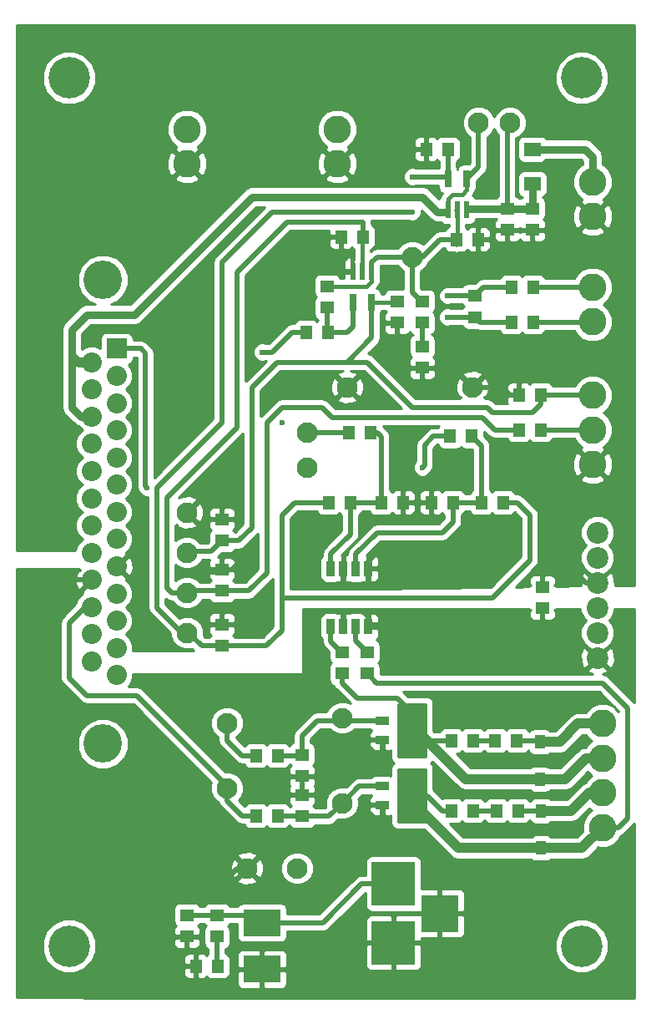
<source format=gbr>
G04 #@! TF.FileFunction,Copper,L1,Top,Signal*
%FSLAX46Y46*%
G04 Gerber Fmt 4.6, Leading zero omitted, Abs format (unit mm)*
G04 Created by KiCad (PCBNEW 4.0.6) date 11/29/17 10:44:29*
%MOMM*%
%LPD*%
G01*
G04 APERTURE LIST*
%ADD10C,0.100000*%
%ADD11C,4.200000*%
%ADD12C,2.100000*%
%ADD13R,1.200000X1.400000*%
%ADD14R,1.400000X1.200000*%
%ADD15R,0.620000X1.720000*%
%ADD16R,0.650000X1.720000*%
%ADD17R,1.400000X3.000000*%
%ADD18R,1.400000X0.900000*%
%ADD19R,1.100000X1.400000*%
%ADD20R,3.800000X2.700000*%
%ADD21R,1.710000X1.414000*%
%ADD22R,4.400000X4.400000*%
%ADD23R,3.800000X3.800000*%
%ADD24C,2.800000*%
%ADD25C,2.200000*%
%ADD26R,0.910000X1.600000*%
%ADD27C,3.900000*%
%ADD28C,2.040000*%
%ADD29R,2.040000X2.020000*%
%ADD30C,0.600000*%
%ADD31C,0.500000*%
%ADD32C,1.000000*%
%ADD33C,0.400000*%
%ADD34C,0.150000*%
%ADD35C,0.300000*%
%ADD36C,0.800000*%
%ADD37C,0.254000*%
G04 APERTURE END LIST*
D10*
D11*
X109144000Y-55003000D03*
D12*
X69088000Y-107188000D03*
X69088000Y-111252000D03*
X69088000Y-103124000D03*
X80264000Y-135128000D03*
X75184000Y-135128000D03*
X69088000Y-99060000D03*
D13*
X84752000Y-71120000D03*
X86952000Y-71120000D03*
D14*
X90424000Y-77640000D03*
X90424000Y-79840000D03*
D12*
X98679000Y-59563000D03*
X101854000Y-59563000D03*
X91948000Y-73152000D03*
X98044000Y-86360000D03*
X85344000Y-86360000D03*
X81280000Y-94488000D03*
X81280000Y-90932000D03*
X84836000Y-128524000D03*
X84836000Y-119888000D03*
X73152000Y-127000000D03*
X73152000Y-120396000D03*
D15*
X86868000Y-74640000D03*
X85918000Y-74640000D03*
X87818000Y-74640000D03*
D16*
X87818000Y-77760000D03*
X85918000Y-77760000D03*
D14*
X104140000Y-68242000D03*
X104140000Y-70442000D03*
X92964000Y-82212000D03*
X92964000Y-84412000D03*
D13*
X83396000Y-80772000D03*
X81196000Y-80772000D03*
X95801000Y-91313000D03*
X98001000Y-91313000D03*
X85514000Y-90932000D03*
X87714000Y-90932000D03*
X96096000Y-98044000D03*
X93896000Y-98044000D03*
X101176000Y-98044000D03*
X98976000Y-98044000D03*
X88816000Y-98044000D03*
X91016000Y-98044000D03*
X83482000Y-98044000D03*
X85682000Y-98044000D03*
D14*
X87376000Y-113200000D03*
X87376000Y-115400000D03*
X84836000Y-113200000D03*
X84836000Y-115400000D03*
D13*
X102700000Y-129286000D03*
X100500000Y-129286000D03*
X102573000Y-122174000D03*
X100373000Y-122174000D03*
D14*
X80772000Y-129878000D03*
X80772000Y-127678000D03*
X80772000Y-123614000D03*
X80772000Y-125814000D03*
D13*
X76116000Y-129794000D03*
X78316000Y-129794000D03*
X76116000Y-123698000D03*
X78316000Y-123698000D03*
X104986000Y-90678000D03*
X102786000Y-90678000D03*
X104224000Y-79756000D03*
X102024000Y-79756000D03*
X104224000Y-76200000D03*
X102024000Y-76200000D03*
D14*
X105156000Y-108796000D03*
X105156000Y-106596000D03*
X72136000Y-139870000D03*
X72136000Y-142070000D03*
D17*
X91420000Y-121158000D03*
D18*
X88920000Y-122108000D03*
X88920000Y-120208000D03*
D17*
X91420000Y-127762000D03*
D18*
X88920000Y-128712000D03*
X88920000Y-126812000D03*
D13*
X95928000Y-129286000D03*
X98128000Y-129286000D03*
X95928000Y-122174000D03*
X98128000Y-122174000D03*
D19*
X104902000Y-126101000D03*
X104902000Y-122311000D03*
X105029000Y-133086000D03*
X105029000Y-129296000D03*
D13*
X70020000Y-145034000D03*
X72220000Y-145034000D03*
X96436000Y-71374000D03*
X98636000Y-71374000D03*
X95588000Y-62230000D03*
X93388000Y-62230000D03*
D14*
X92964000Y-77640000D03*
X92964000Y-79840000D03*
D13*
X104986000Y-87122000D03*
X102786000Y-87122000D03*
D14*
X98287840Y-77071040D03*
X98287840Y-79271040D03*
X72644000Y-107018000D03*
X72644000Y-104818000D03*
X72644000Y-112606000D03*
X72644000Y-110406000D03*
X72644000Y-101938000D03*
X72644000Y-99738000D03*
X69088000Y-139870000D03*
X69088000Y-142070000D03*
D20*
X76708000Y-145352000D03*
X76708000Y-140652000D03*
D14*
X83312000Y-76116000D03*
X83312000Y-78316000D03*
X101600000Y-68242000D03*
X101600000Y-70442000D03*
D15*
X96520000Y-68362000D03*
X97470000Y-68362000D03*
X95570000Y-68362000D03*
D16*
X95570000Y-65242000D03*
X97470000Y-65242000D03*
D21*
X104140000Y-62234000D03*
X104140000Y-65782000D03*
D22*
X90047000Y-136700000D03*
X90047000Y-142700000D03*
D23*
X94742000Y-139700000D03*
D11*
X57144000Y-143003000D03*
X57144000Y-55003000D03*
X109144000Y-143003000D03*
D24*
X110236000Y-65560000D03*
X110236000Y-69060000D03*
X110236000Y-76228000D03*
X110236000Y-79728000D03*
X110236000Y-87178000D03*
X110236000Y-90678000D03*
X110236000Y-94178000D03*
D25*
X110744000Y-108712000D03*
X110744000Y-106172000D03*
X110744000Y-111252000D03*
X110744000Y-103632000D03*
X110744000Y-113792000D03*
X110744000Y-101092000D03*
D24*
X111252000Y-127480000D03*
X111252000Y-123980000D03*
X111252000Y-130980000D03*
X111252000Y-120480000D03*
X69088000Y-60226000D03*
X69088000Y-63726000D03*
X84328000Y-60226000D03*
X84328000Y-63726000D03*
D26*
X84963000Y-110656000D03*
X86233000Y-110656000D03*
X87503000Y-110656000D03*
X87503000Y-104736000D03*
X84963000Y-104736000D03*
X86233000Y-104736000D03*
X83693000Y-104736000D03*
X83693000Y-110656000D03*
D27*
X60570920Y-75495000D03*
X60570920Y-122511000D03*
D28*
X61970920Y-115551000D03*
X61970920Y-112793000D03*
X61970920Y-110035000D03*
X61970920Y-107277000D03*
X61970920Y-104519000D03*
X61970920Y-101761000D03*
X61970920Y-99003000D03*
X61970920Y-96245000D03*
X61970920Y-93487000D03*
X61970920Y-90729000D03*
X61970920Y-87971000D03*
X61970920Y-85213000D03*
D29*
X61970920Y-82455000D03*
D28*
X59430920Y-114172000D03*
X59430920Y-111414000D03*
X59430920Y-108656000D03*
X59430920Y-105898000D03*
X59430920Y-103140000D03*
X59430920Y-100382000D03*
X59430920Y-97624000D03*
X59430920Y-94866000D03*
X59430920Y-92108000D03*
X59430920Y-89350000D03*
X59430920Y-86592000D03*
X59430920Y-83834000D03*
D30*
X78740000Y-89916000D03*
X99060000Y-127508000D03*
X99060000Y-124460000D03*
X99060000Y-131318000D03*
X99060000Y-119888000D03*
X82804000Y-134620000D03*
X82804000Y-132588000D03*
X85852000Y-132588000D03*
X88900000Y-132588000D03*
X83820000Y-125984000D03*
X83820000Y-124460000D03*
X86360000Y-124460000D03*
X88900000Y-124460000D03*
X70612000Y-76200000D03*
X75692000Y-76200000D03*
X78740000Y-76200000D03*
X70612000Y-81280000D03*
X89281000Y-70866000D03*
X90678000Y-75692000D03*
X99695000Y-65659000D03*
X81280000Y-72136000D03*
X78740000Y-72136000D03*
X78740000Y-74168000D03*
X81280000Y-74168000D03*
X81280000Y-76200000D03*
X75184000Y-103124000D03*
X75184000Y-104648000D03*
X70612000Y-105156000D03*
X77724000Y-106172000D03*
X80264000Y-103124000D03*
X82296000Y-103124000D03*
X82296000Y-105664000D03*
X80264000Y-105664000D03*
X99568000Y-103124000D03*
X99568000Y-105664000D03*
X97028000Y-105664000D03*
X97028000Y-103124000D03*
X94488000Y-103124000D03*
X94488000Y-105664000D03*
X91948000Y-105664000D03*
X91948000Y-103124000D03*
X72644000Y-84328000D03*
X76708000Y-82804000D03*
X91948000Y-65024000D03*
X91948000Y-68580000D03*
X95504000Y-77089000D03*
X95504000Y-79248000D03*
X65024000Y-96520000D03*
X92964000Y-94488000D03*
D31*
X75184000Y-135128000D02*
X74168000Y-135128000D01*
X74168000Y-135128000D02*
X72644000Y-136652000D01*
X88920000Y-128712000D02*
X88920000Y-132568000D01*
X85852000Y-132588000D02*
X82804000Y-132588000D01*
X88920000Y-132568000D02*
X88900000Y-132588000D01*
X88920000Y-122108000D02*
X88920000Y-124440000D01*
X86360000Y-124460000D02*
X83820000Y-124460000D01*
X88920000Y-124440000D02*
X88900000Y-124460000D01*
X87503000Y-110451000D02*
X104941000Y-110451000D01*
X104941000Y-110451000D02*
X105156000Y-110236000D01*
X105156000Y-110236000D02*
X105156000Y-108796000D01*
X54356000Y-109728000D02*
X54356000Y-130556000D01*
X54356000Y-108204000D02*
X56662000Y-105898000D01*
X59430920Y-105898000D02*
X56662000Y-105898000D01*
X54356000Y-109728000D02*
X54356000Y-108204000D01*
X60452000Y-136652000D02*
X72644000Y-136652000D01*
X54356000Y-130556000D02*
X60452000Y-136652000D01*
X90047000Y-142700000D02*
X89106000Y-142700000D01*
X84963000Y-110451000D02*
X84963000Y-109347000D01*
X87503000Y-109601000D02*
X87503000Y-110451000D01*
X86868000Y-108966000D02*
X87503000Y-109601000D01*
X85344000Y-108966000D02*
X86868000Y-108966000D01*
X84963000Y-109347000D02*
X85344000Y-108966000D01*
X102573000Y-122174000D02*
X104765000Y-122174000D01*
X104765000Y-122174000D02*
X104902000Y-122311000D01*
X102700000Y-129286000D02*
X105019000Y-129286000D01*
X105019000Y-129286000D02*
X105029000Y-129296000D01*
D32*
X105029000Y-129296000D02*
X108067000Y-129296000D01*
X109883000Y-127480000D02*
X111252000Y-127480000D01*
X108067000Y-129296000D02*
X109883000Y-127480000D01*
D31*
X102456000Y-122311000D02*
X102319000Y-122174000D01*
D32*
X111252000Y-120480000D02*
X108755000Y-120480000D01*
X106924000Y-122311000D02*
X104902000Y-122311000D01*
X108755000Y-120480000D02*
X106924000Y-122311000D01*
D31*
X76708000Y-140652000D02*
X82868000Y-140652000D01*
X86820000Y-136700000D02*
X90047000Y-136700000D01*
X82868000Y-140652000D02*
X86820000Y-136700000D01*
X76708000Y-140652000D02*
X76708000Y-140208000D01*
X69088000Y-139870000D02*
X72136000Y-139870000D01*
X72136000Y-139870000D02*
X75926000Y-139870000D01*
X75926000Y-139870000D02*
X76708000Y-140652000D01*
D32*
X111252000Y-127988000D02*
X111026000Y-127988000D01*
D31*
X104986000Y-87122000D02*
X110180000Y-87122000D01*
X110180000Y-87122000D02*
X110236000Y-87178000D01*
X104986000Y-87122000D02*
X104986000Y-88054000D01*
X87376000Y-83820000D02*
X85344000Y-83820000D01*
X91948000Y-88392000D02*
X87376000Y-83820000D01*
X99568000Y-88392000D02*
X91948000Y-88392000D01*
X100076000Y-88900000D02*
X99568000Y-88392000D01*
X104140000Y-88900000D02*
X100076000Y-88900000D01*
X104986000Y-88054000D02*
X104140000Y-88900000D01*
X110180000Y-87122000D02*
X110236000Y-87178000D01*
X72644000Y-101938000D02*
X74338000Y-101938000D01*
X74338000Y-101938000D02*
X75692000Y-100584000D01*
X75692000Y-100584000D02*
X75692000Y-86360000D01*
X75692000Y-86360000D02*
X78232000Y-83820000D01*
X78232000Y-83820000D02*
X85344000Y-83820000D01*
X87818000Y-81346000D02*
X87818000Y-77760000D01*
X85344000Y-83820000D02*
X87818000Y-81346000D01*
D33*
X87818000Y-77760000D02*
X90304000Y-77760000D01*
X90304000Y-77760000D02*
X90424000Y-77640000D01*
D31*
X69000000Y-103000000D02*
X68710000Y-103000000D01*
X69000000Y-103000000D02*
X71582000Y-103000000D01*
X71582000Y-103000000D02*
X72644000Y-101938000D01*
X105042000Y-87178000D02*
X104986000Y-87122000D01*
D33*
X90376000Y-77760000D02*
X90424000Y-77808000D01*
D34*
X70612000Y-81280000D02*
X70612000Y-76200000D01*
D31*
X78740000Y-76200000D02*
X75692000Y-76200000D01*
X105156000Y-106596000D02*
X105156000Y-105283000D01*
X109601000Y-106172000D02*
X110744000Y-106172000D01*
X108077000Y-104648000D02*
X109601000Y-106172000D01*
X105791000Y-104648000D02*
X108077000Y-104648000D01*
X105156000Y-105283000D02*
X105791000Y-104648000D01*
X81788000Y-71120000D02*
X81280000Y-71628000D01*
X81280000Y-71628000D02*
X81280000Y-72136000D01*
X78740000Y-72136000D02*
X78740000Y-74168000D01*
X81280000Y-74168000D02*
X81280000Y-76200000D01*
X81788000Y-71120000D02*
X84752000Y-71120000D01*
X102786000Y-87122000D02*
X101854000Y-87122000D01*
X101092000Y-86360000D02*
X101600000Y-86868000D01*
X101092000Y-86360000D02*
X98044000Y-86360000D01*
X101854000Y-87122000D02*
X101600000Y-86868000D01*
D35*
X72644000Y-104818000D02*
X75014000Y-104818000D01*
X75184000Y-103124000D02*
X73152000Y-105156000D01*
X75014000Y-104818000D02*
X75184000Y-104648000D01*
X73152000Y-105156000D02*
X70612000Y-105156000D01*
D31*
X72644000Y-110406000D02*
X73998000Y-110406000D01*
X73998000Y-110406000D02*
X77724000Y-106172000D01*
X85344000Y-106426000D02*
X81026000Y-106426000D01*
X82296000Y-105664000D02*
X82296000Y-103124000D01*
X81026000Y-106426000D02*
X80264000Y-105664000D01*
X87503000Y-104941000D02*
X87503000Y-104013000D01*
X97028000Y-105664000D02*
X99568000Y-105664000D01*
X94488000Y-103124000D02*
X97028000Y-103124000D01*
X91948000Y-105664000D02*
X94488000Y-105664000D01*
X88392000Y-103124000D02*
X91948000Y-103124000D01*
X87503000Y-104013000D02*
X88392000Y-103124000D01*
X85918000Y-74640000D02*
X84800000Y-74640000D01*
X84752000Y-74592000D02*
X84752000Y-71120000D01*
X84800000Y-74640000D02*
X84752000Y-74592000D01*
X72644000Y-104818000D02*
X73236000Y-104818000D01*
X84963000Y-104941000D02*
X84963000Y-106045000D01*
X87503000Y-106045000D02*
X87503000Y-104941000D01*
X87122000Y-106426000D02*
X87503000Y-106045000D01*
X85344000Y-106426000D02*
X87122000Y-106426000D01*
X84963000Y-106045000D02*
X85344000Y-106426000D01*
X87503000Y-104941000D02*
X87503000Y-104775000D01*
X81196000Y-80772000D02*
X79756000Y-80772000D01*
X72644000Y-84328000D02*
X72644000Y-84836000D01*
X77724000Y-82804000D02*
X76708000Y-82804000D01*
X79756000Y-80772000D02*
X77724000Y-82804000D01*
X78740000Y-107696000D02*
X100076000Y-107696000D01*
X100076000Y-107696000D02*
X103632000Y-104140000D01*
X91948000Y-65024000D02*
X95352000Y-65024000D01*
X95352000Y-65024000D02*
X95570000Y-65242000D01*
X72644000Y-74676000D02*
X72644000Y-73660000D01*
X68580000Y-111252000D02*
X66040000Y-108712000D01*
X66040000Y-108712000D02*
X66040000Y-96520000D01*
X66040000Y-96520000D02*
X72644000Y-89916000D01*
X72644000Y-89916000D02*
X72644000Y-84836000D01*
X72644000Y-84836000D02*
X72644000Y-74676000D01*
X77724000Y-68580000D02*
X91948000Y-68580000D01*
X72644000Y-73660000D02*
X77724000Y-68580000D01*
X69088000Y-111252000D02*
X68580000Y-111252000D01*
X103632000Y-104140000D02*
X103886000Y-103886000D01*
X101176000Y-98044000D02*
X102616000Y-98044000D01*
X103886000Y-99314000D02*
X102616000Y-98044000D01*
X103886000Y-103886000D02*
X103886000Y-99314000D01*
X95570000Y-65242000D02*
X95570000Y-62248000D01*
X95570000Y-62248000D02*
X95588000Y-62230000D01*
X72644000Y-112606000D02*
X70606000Y-112606000D01*
X70606000Y-112606000D02*
X69000000Y-111000000D01*
X72644000Y-112606000D02*
X77132000Y-112606000D01*
X78740000Y-110998000D02*
X78740000Y-109982000D01*
X77132000Y-112606000D02*
X78740000Y-110998000D01*
X83482000Y-98044000D02*
X80010000Y-98044000D01*
X80010000Y-98044000D02*
X78740000Y-99314000D01*
X78740000Y-109982000D02*
X78740000Y-107696000D01*
X78740000Y-107696000D02*
X78740000Y-104394000D01*
X78740000Y-104394000D02*
X78740000Y-99314000D01*
X78740000Y-88392000D02*
X82804000Y-88392000D01*
X75354000Y-107018000D02*
X77216000Y-105156000D01*
X77216000Y-105156000D02*
X77216000Y-89916000D01*
X77216000Y-89916000D02*
X78740000Y-88392000D01*
X72644000Y-107018000D02*
X75354000Y-107018000D01*
X100330000Y-90678000D02*
X102786000Y-90678000D01*
X99060000Y-89408000D02*
X100330000Y-90678000D01*
X83820000Y-89408000D02*
X99060000Y-89408000D01*
X82804000Y-88392000D02*
X83820000Y-89408000D01*
X86952000Y-71120000D02*
X86952000Y-69680000D01*
X67564000Y-107188000D02*
X69088000Y-107188000D01*
X67056000Y-106680000D02*
X67564000Y-107188000D01*
X67056000Y-97536000D02*
X67056000Y-106680000D01*
X74168000Y-90424000D02*
X67056000Y-97536000D01*
X74168000Y-74676000D02*
X74168000Y-90424000D01*
X79248000Y-69596000D02*
X74168000Y-74676000D01*
X86868000Y-69596000D02*
X79248000Y-69596000D01*
X86952000Y-69680000D02*
X86868000Y-69596000D01*
D33*
X86868000Y-74640000D02*
X86868000Y-71204000D01*
X86868000Y-71204000D02*
X86952000Y-71120000D01*
D31*
X72644000Y-107018000D02*
X69018000Y-107018000D01*
X69018000Y-107018000D02*
X69000000Y-107000000D01*
X98287840Y-77071040D02*
X95521960Y-77071040D01*
X95521960Y-77071040D02*
X95504000Y-77089000D01*
X102024000Y-76200000D02*
X99158880Y-76200000D01*
X99158880Y-76200000D02*
X98287840Y-77071040D01*
X98178800Y-76962000D02*
X98287840Y-77071040D01*
X98287840Y-77071040D02*
X98287840Y-76972160D01*
X98287840Y-79271040D02*
X95527040Y-79271040D01*
X95527040Y-79271040D02*
X95504000Y-79248000D01*
X102024000Y-79756000D02*
X98772800Y-79756000D01*
X98772800Y-79756000D02*
X98287840Y-79271040D01*
X98264800Y-79248000D02*
X98287840Y-79271040D01*
X91948000Y-73152000D02*
X92964000Y-73152000D01*
X92964000Y-73152000D02*
X94742000Y-71374000D01*
X94742000Y-71374000D02*
X96436000Y-71374000D01*
X87818000Y-74640000D02*
X87818000Y-73726000D01*
X88392000Y-73152000D02*
X91948000Y-73152000D01*
X87818000Y-73726000D02*
X88392000Y-73152000D01*
X91948000Y-73152000D02*
X91948000Y-76708000D01*
X91948000Y-76708000D02*
X92880000Y-77640000D01*
D33*
X92880000Y-77640000D02*
X92964000Y-77640000D01*
X87818000Y-74640000D02*
X87818000Y-75626000D01*
X87328000Y-76116000D02*
X83312000Y-76116000D01*
X87818000Y-75626000D02*
X87328000Y-76116000D01*
X96520000Y-68362000D02*
X96520000Y-71290000D01*
X96520000Y-71290000D02*
X96436000Y-71374000D01*
D31*
X96520000Y-71798000D02*
X96436000Y-71882000D01*
X96436000Y-68446000D02*
X96520000Y-68362000D01*
X92964000Y-79840000D02*
X92964000Y-82212000D01*
D36*
X104140000Y-65782000D02*
X104140000Y-68242000D01*
D31*
X101600000Y-68242000D02*
X101600000Y-59817000D01*
X101600000Y-59817000D02*
X101854000Y-59563000D01*
D36*
X101600000Y-68242000D02*
X97590000Y-68242000D01*
D35*
X97590000Y-68242000D02*
X97470000Y-68362000D01*
D36*
X104140000Y-68242000D02*
X101600000Y-68242000D01*
D31*
X72136000Y-142070000D02*
X72136000Y-144950000D01*
X72136000Y-144950000D02*
X72220000Y-145034000D01*
D32*
X91420000Y-127762000D02*
X91420000Y-127869000D01*
X91420000Y-127869000D02*
X96637000Y-133086000D01*
X96637000Y-133086000D02*
X98796000Y-133086000D01*
X105029000Y-133086000D02*
X98796000Y-133086000D01*
X105029000Y-133086000D02*
X109146000Y-133086000D01*
X109146000Y-133086000D02*
X111252000Y-130980000D01*
D31*
X111252000Y-130980000D02*
X112860000Y-130980000D01*
X88308000Y-116332000D02*
X87376000Y-115400000D01*
X111252000Y-116332000D02*
X88308000Y-116332000D01*
X113792000Y-118872000D02*
X111252000Y-116332000D01*
X113792000Y-130048000D02*
X113792000Y-118872000D01*
X112860000Y-130980000D02*
X113792000Y-130048000D01*
X95928000Y-129286000D02*
X94996000Y-129286000D01*
X94996000Y-129286000D02*
X93472000Y-127762000D01*
X93472000Y-127762000D02*
X91420000Y-127762000D01*
X91674000Y-128016000D02*
X91420000Y-127762000D01*
X95928000Y-122174000D02*
X93218000Y-122174000D01*
X93218000Y-122174000D02*
X92202000Y-121158000D01*
D32*
X104902000Y-126101000D02*
X97399000Y-126101000D01*
X92456000Y-121158000D02*
X92202000Y-121158000D01*
X92202000Y-121158000D02*
X91420000Y-121158000D01*
X97399000Y-126101000D02*
X92456000Y-121158000D01*
X111252000Y-123980000D02*
X109573000Y-123980000D01*
X107452000Y-126101000D02*
X104902000Y-126101000D01*
X109573000Y-123980000D02*
X107452000Y-126101000D01*
D31*
X91420000Y-121158000D02*
X91420000Y-118852000D01*
X91420000Y-118852000D02*
X90424000Y-117856000D01*
X90424000Y-117856000D02*
X86360000Y-117856000D01*
X86360000Y-117856000D02*
X84836000Y-116332000D01*
X84836000Y-116332000D02*
X84836000Y-115400000D01*
X91928000Y-120650000D02*
X91420000Y-121158000D01*
X98128000Y-122174000D02*
X100373000Y-122174000D01*
X98128000Y-129286000D02*
X100500000Y-129286000D01*
X85514000Y-90932000D02*
X81280000Y-90932000D01*
X104986000Y-90678000D02*
X110236000Y-90678000D01*
X64897000Y-82931000D02*
X64421000Y-82455000D01*
X64897000Y-96393000D02*
X64897000Y-82931000D01*
X65024000Y-96520000D02*
X64897000Y-96393000D01*
X61970920Y-82455000D02*
X64421000Y-82455000D01*
X73152000Y-120396000D02*
X73152000Y-122174000D01*
X74676000Y-123698000D02*
X76116000Y-123698000D01*
X73152000Y-122174000D02*
X74676000Y-123698000D01*
X73152000Y-127000000D02*
X73152000Y-128270000D01*
X74676000Y-129794000D02*
X76116000Y-129794000D01*
X73152000Y-128270000D02*
X74676000Y-129794000D01*
X59430920Y-108656000D02*
X58730000Y-108656000D01*
X58730000Y-108656000D02*
X57150000Y-110236000D01*
X73406000Y-127000000D02*
X73152000Y-127000000D01*
X64008000Y-117602000D02*
X73406000Y-127000000D01*
X58928000Y-117602000D02*
X64008000Y-117602000D01*
X57150000Y-115824000D02*
X58928000Y-117602000D01*
X57150000Y-110236000D02*
X57150000Y-115824000D01*
X94107000Y-91313000D02*
X95801000Y-91313000D01*
X93218000Y-92202000D02*
X94107000Y-91313000D01*
X93218000Y-94234000D02*
X93218000Y-92202000D01*
X92964000Y-94488000D02*
X93218000Y-94234000D01*
X98679000Y-59563000D02*
X98679000Y-64033000D01*
X98679000Y-64033000D02*
X97470000Y-65242000D01*
D32*
X59430920Y-83834000D02*
X58180000Y-83834000D01*
D36*
X74168000Y-68580000D02*
X75692000Y-67056000D01*
X94488000Y-68580000D02*
X95352000Y-68580000D01*
X92964000Y-67056000D02*
X94488000Y-68580000D01*
X75692000Y-67056000D02*
X92964000Y-67056000D01*
D31*
X95352000Y-68580000D02*
X95570000Y-68362000D01*
X57404000Y-83058000D02*
X57404000Y-82550000D01*
D36*
X58180000Y-83834000D02*
X57404000Y-83058000D01*
X57404000Y-85860920D02*
X57404000Y-82550000D01*
X57404000Y-82550000D02*
X57404000Y-80518000D01*
X58928000Y-78994000D02*
X60960000Y-78994000D01*
X57404000Y-80518000D02*
X58928000Y-78994000D01*
X60960000Y-78994000D02*
X63754000Y-78994000D01*
X63754000Y-78994000D02*
X74168000Y-68580000D01*
D31*
X95534000Y-68326000D02*
X95570000Y-68362000D01*
D33*
X95570000Y-68362000D02*
X95570000Y-67244000D01*
X97470000Y-66360000D02*
X97470000Y-65242000D01*
X97028000Y-66802000D02*
X97470000Y-66360000D01*
X96012000Y-66802000D02*
X97028000Y-66802000D01*
X95570000Y-67244000D02*
X96012000Y-66802000D01*
D36*
X59430920Y-89350000D02*
X58362000Y-89350000D01*
D31*
X57404000Y-85860920D02*
X57404000Y-85860920D01*
D36*
X57404000Y-88392000D02*
X57404000Y-85860920D01*
X58362000Y-89350000D02*
X57404000Y-88392000D01*
X104140000Y-62234000D02*
X109478000Y-62234000D01*
X110236000Y-62992000D02*
X110236000Y-65560000D01*
X109478000Y-62234000D02*
X110236000Y-62992000D01*
D31*
X110236000Y-76228000D02*
X104252000Y-76228000D01*
X104252000Y-76228000D02*
X104224000Y-76200000D01*
X104252000Y-76482000D02*
X104224000Y-76454000D01*
X104224000Y-79756000D02*
X110208000Y-79756000D01*
X110208000Y-79756000D02*
X110236000Y-79728000D01*
X104252000Y-79982000D02*
X104224000Y-80010000D01*
X88920000Y-126812000D02*
X86548000Y-126812000D01*
X86548000Y-126812000D02*
X84836000Y-128524000D01*
X80772000Y-129878000D02*
X83482000Y-129878000D01*
X83482000Y-129878000D02*
X84836000Y-128524000D01*
X78316000Y-129794000D02*
X80688000Y-129794000D01*
X80688000Y-129794000D02*
X80772000Y-129878000D01*
X83820000Y-120142000D02*
X88854000Y-120142000D01*
X88854000Y-120142000D02*
X88920000Y-120208000D01*
X84582000Y-120142000D02*
X82296000Y-120142000D01*
X80772000Y-121666000D02*
X80772000Y-123614000D01*
X82296000Y-120142000D02*
X80772000Y-121666000D01*
X78316000Y-123698000D02*
X80688000Y-123698000D01*
X80688000Y-123698000D02*
X80772000Y-123614000D01*
X83693000Y-110451000D02*
X83693000Y-112141000D01*
X83693000Y-112141000D02*
X84752000Y-113200000D01*
X84752000Y-113200000D02*
X84836000Y-113200000D01*
X86233000Y-110451000D02*
X86233000Y-112057000D01*
X86233000Y-112057000D02*
X87376000Y-113200000D01*
X83693000Y-104941000D02*
X83693000Y-103251000D01*
X85682000Y-101262000D02*
X85682000Y-98044000D01*
X83693000Y-103251000D02*
X85682000Y-101262000D01*
X88816000Y-98044000D02*
X88816000Y-91356000D01*
X88392000Y-90932000D02*
X87714000Y-90932000D01*
X88816000Y-91356000D02*
X88392000Y-90932000D01*
X85682000Y-98044000D02*
X88816000Y-98044000D01*
X85682000Y-98722000D02*
X85682000Y-98044000D01*
X86233000Y-104941000D02*
X86233000Y-103251000D01*
X96096000Y-99992000D02*
X96096000Y-98044000D01*
X94996000Y-101092000D02*
X96096000Y-99992000D01*
X88392000Y-101092000D02*
X94996000Y-101092000D01*
X86233000Y-103251000D02*
X88392000Y-101092000D01*
X96096000Y-98044000D02*
X97028000Y-98044000D01*
X97028000Y-98044000D02*
X98976000Y-98044000D01*
X98976000Y-97028000D02*
X98976000Y-92288000D01*
X98976000Y-92288000D02*
X98001000Y-91313000D01*
X98976000Y-98044000D02*
X98976000Y-97028000D01*
X98976000Y-97028000D02*
X98976000Y-96858000D01*
X83312000Y-78316000D02*
X83312000Y-80688000D01*
X83312000Y-80688000D02*
X83396000Y-80772000D01*
X83396000Y-80772000D02*
X85344000Y-80772000D01*
X85918000Y-80198000D02*
X85918000Y-77760000D01*
X85344000Y-80772000D02*
X85918000Y-80198000D01*
D37*
G36*
X93345000Y-130429000D02*
X90551000Y-130429000D01*
X90551000Y-125095000D01*
X93345000Y-125095000D01*
X93345000Y-130429000D01*
X93345000Y-130429000D01*
G37*
X93345000Y-130429000D02*
X90551000Y-130429000D01*
X90551000Y-125095000D01*
X93345000Y-125095000D01*
X93345000Y-130429000D01*
G36*
X93345000Y-123825000D02*
X90551000Y-123825000D01*
X90551000Y-118491000D01*
X93345000Y-118491000D01*
X93345000Y-123825000D01*
X93345000Y-123825000D01*
G37*
X93345000Y-123825000D02*
X90551000Y-123825000D01*
X90551000Y-118491000D01*
X93345000Y-118491000D01*
X93345000Y-123825000D01*
G36*
X58149687Y-104796375D02*
X58263918Y-104910606D01*
X57994989Y-105011716D01*
X57765126Y-105628687D01*
X57788866Y-106286659D01*
X57994989Y-106784284D01*
X58263919Y-106885395D01*
X59251315Y-105898000D01*
X59237172Y-105883858D01*
X59309000Y-105812030D01*
X59309000Y-106199525D01*
X58443525Y-107065001D01*
X58511300Y-107245267D01*
X58494663Y-107252141D01*
X58028698Y-107717294D01*
X57776208Y-108325356D01*
X57776179Y-108358241D01*
X56524210Y-109610210D01*
X56332367Y-109897325D01*
X56332367Y-109897326D01*
X56264999Y-110236000D01*
X56265000Y-110236005D01*
X56265000Y-115823995D01*
X56264999Y-115824000D01*
X56321190Y-116106484D01*
X56332367Y-116162675D01*
X56445506Y-116332000D01*
X56524210Y-116449790D01*
X58302208Y-118227787D01*
X58302210Y-118227790D01*
X58589325Y-118419633D01*
X58645516Y-118430810D01*
X58928000Y-118487001D01*
X58928005Y-118487000D01*
X63641420Y-118487000D01*
X71570128Y-126415708D01*
X71467293Y-126663362D01*
X71466708Y-127333697D01*
X71722694Y-127953229D01*
X72196278Y-128427640D01*
X72307547Y-128473843D01*
X72317524Y-128524000D01*
X72334367Y-128608675D01*
X72500757Y-128857697D01*
X72526210Y-128895790D01*
X74050208Y-130419787D01*
X74050210Y-130419790D01*
X74293621Y-130582431D01*
X74337325Y-130611633D01*
X74676000Y-130679000D01*
X74903370Y-130679000D01*
X74912838Y-130729317D01*
X75051910Y-130945441D01*
X75264110Y-131090431D01*
X75516000Y-131141440D01*
X76716000Y-131141440D01*
X76951317Y-131097162D01*
X77167441Y-130958090D01*
X77215134Y-130888289D01*
X77251910Y-130945441D01*
X77464110Y-131090431D01*
X77716000Y-131141440D01*
X78916000Y-131141440D01*
X79151317Y-131097162D01*
X79367441Y-130958090D01*
X79500775Y-130762949D01*
X79607910Y-130929441D01*
X79820110Y-131074431D01*
X80072000Y-131125440D01*
X81472000Y-131125440D01*
X81707317Y-131081162D01*
X81923441Y-130942090D01*
X82045808Y-130763000D01*
X83481995Y-130763000D01*
X83482000Y-130763001D01*
X83764484Y-130706810D01*
X83820675Y-130695633D01*
X84107790Y-130503790D01*
X84431183Y-130180397D01*
X84499362Y-130208707D01*
X85169697Y-130209292D01*
X85789229Y-129953306D01*
X86263640Y-129479722D01*
X86463772Y-128997750D01*
X87585000Y-128997750D01*
X87585000Y-129288309D01*
X87681673Y-129521698D01*
X87860301Y-129700327D01*
X88093690Y-129797000D01*
X88634250Y-129797000D01*
X88793000Y-129638250D01*
X88793000Y-128839000D01*
X87743750Y-128839000D01*
X87585000Y-128997750D01*
X86463772Y-128997750D01*
X86520707Y-128860638D01*
X86521292Y-128190303D01*
X86492049Y-128119530D01*
X86914579Y-127697000D01*
X87745331Y-127697000D01*
X87755910Y-127713441D01*
X87824006Y-127759969D01*
X87681673Y-127902302D01*
X87585000Y-128135691D01*
X87585000Y-128426250D01*
X87743750Y-128585000D01*
X88793000Y-128585000D01*
X88793000Y-128565000D01*
X89047000Y-128565000D01*
X89047000Y-128585000D01*
X89067000Y-128585000D01*
X89067000Y-128839000D01*
X89047000Y-128839000D01*
X89047000Y-129638250D01*
X89205750Y-129797000D01*
X89746310Y-129797000D01*
X89789000Y-129779317D01*
X89789000Y-130556000D01*
X89832427Y-130786795D01*
X89968827Y-130998767D01*
X90176949Y-131140971D01*
X90424000Y-131191000D01*
X93136868Y-131191000D01*
X95834434Y-133888566D01*
X96202654Y-134134603D01*
X96637000Y-134221000D01*
X104004331Y-134221000D01*
X104014910Y-134237441D01*
X104227110Y-134382431D01*
X104479000Y-134433440D01*
X105579000Y-134433440D01*
X105814317Y-134389162D01*
X106030441Y-134250090D01*
X106050317Y-134221000D01*
X109146000Y-134221000D01*
X109580346Y-134134603D01*
X109948566Y-133888566D01*
X110829220Y-133007912D01*
X110845438Y-133014646D01*
X111655011Y-133015352D01*
X112403229Y-132706195D01*
X112976183Y-132134240D01*
X113108507Y-131815569D01*
X113142484Y-131808810D01*
X113198675Y-131797633D01*
X113485790Y-131605790D01*
X114417787Y-130673792D01*
X114417790Y-130673790D01*
X114459000Y-130612115D01*
X114459000Y-148318000D01*
X65332516Y-148318000D01*
X51829000Y-148209101D01*
X51829000Y-143544638D01*
X54408526Y-143544638D01*
X54824028Y-144550229D01*
X55592724Y-145320268D01*
X56597588Y-145737524D01*
X57685638Y-145738474D01*
X58691229Y-145322972D01*
X58694456Y-145319750D01*
X68785000Y-145319750D01*
X68785000Y-145860310D01*
X68881673Y-146093699D01*
X69060302Y-146272327D01*
X69293691Y-146369000D01*
X69734250Y-146369000D01*
X69893000Y-146210250D01*
X69893000Y-145161000D01*
X68943750Y-145161000D01*
X68785000Y-145319750D01*
X58694456Y-145319750D01*
X59461268Y-144554276D01*
X59605183Y-144207690D01*
X68785000Y-144207690D01*
X68785000Y-144748250D01*
X68943750Y-144907000D01*
X69893000Y-144907000D01*
X69893000Y-143857750D01*
X69734250Y-143699000D01*
X69293691Y-143699000D01*
X69060302Y-143795673D01*
X68881673Y-143974301D01*
X68785000Y-144207690D01*
X59605183Y-144207690D01*
X59878524Y-143549412D01*
X59879474Y-142461362D01*
X59835836Y-142355750D01*
X67753000Y-142355750D01*
X67753000Y-142796309D01*
X67849673Y-143029698D01*
X68028301Y-143208327D01*
X68261690Y-143305000D01*
X68802250Y-143305000D01*
X68961000Y-143146250D01*
X68961000Y-142197000D01*
X69215000Y-142197000D01*
X69215000Y-143146250D01*
X69373750Y-143305000D01*
X69914310Y-143305000D01*
X70147699Y-143208327D01*
X70326327Y-143029698D01*
X70423000Y-142796309D01*
X70423000Y-142355750D01*
X70264250Y-142197000D01*
X69215000Y-142197000D01*
X68961000Y-142197000D01*
X67911750Y-142197000D01*
X67753000Y-142355750D01*
X59835836Y-142355750D01*
X59463972Y-141455771D01*
X58695276Y-140685732D01*
X57690412Y-140268476D01*
X56602362Y-140267526D01*
X55596771Y-140683028D01*
X54826732Y-141451724D01*
X54409476Y-142456588D01*
X54408526Y-143544638D01*
X51829000Y-143544638D01*
X51829000Y-139270000D01*
X67740560Y-139270000D01*
X67740560Y-140470000D01*
X67784838Y-140705317D01*
X67923910Y-140921441D01*
X67992006Y-140967969D01*
X67849673Y-141110302D01*
X67753000Y-141343691D01*
X67753000Y-141784250D01*
X67911750Y-141943000D01*
X68961000Y-141943000D01*
X68961000Y-141923000D01*
X69215000Y-141923000D01*
X69215000Y-141943000D01*
X70264250Y-141943000D01*
X70423000Y-141784250D01*
X70423000Y-141343691D01*
X70326327Y-141110302D01*
X70185090Y-140969064D01*
X70239441Y-140934090D01*
X70361808Y-140755000D01*
X70864808Y-140755000D01*
X70971910Y-140921441D01*
X71041711Y-140969134D01*
X70984559Y-141005910D01*
X70839569Y-141218110D01*
X70788560Y-141470000D01*
X70788560Y-142670000D01*
X70832838Y-142905317D01*
X70971910Y-143121441D01*
X71184110Y-143266431D01*
X71251000Y-143279977D01*
X71251000Y-143816861D01*
X71168559Y-143869910D01*
X71122031Y-143938006D01*
X70979698Y-143795673D01*
X70746309Y-143699000D01*
X70305750Y-143699000D01*
X70147000Y-143857750D01*
X70147000Y-144907000D01*
X70167000Y-144907000D01*
X70167000Y-145161000D01*
X70147000Y-145161000D01*
X70147000Y-146210250D01*
X70305750Y-146369000D01*
X70746309Y-146369000D01*
X70979698Y-146272327D01*
X71120936Y-146131090D01*
X71155910Y-146185441D01*
X71368110Y-146330431D01*
X71620000Y-146381440D01*
X72820000Y-146381440D01*
X73055317Y-146337162D01*
X73271441Y-146198090D01*
X73416431Y-145985890D01*
X73467440Y-145734000D01*
X73467440Y-145637750D01*
X74173000Y-145637750D01*
X74173000Y-146828309D01*
X74269673Y-147061698D01*
X74448301Y-147240327D01*
X74681690Y-147337000D01*
X76422250Y-147337000D01*
X76581000Y-147178250D01*
X76581000Y-145479000D01*
X76835000Y-145479000D01*
X76835000Y-147178250D01*
X76993750Y-147337000D01*
X78734310Y-147337000D01*
X78967699Y-147240327D01*
X79146327Y-147061698D01*
X79243000Y-146828309D01*
X79243000Y-145637750D01*
X79084250Y-145479000D01*
X76835000Y-145479000D01*
X76581000Y-145479000D01*
X74331750Y-145479000D01*
X74173000Y-145637750D01*
X73467440Y-145637750D01*
X73467440Y-144334000D01*
X73423162Y-144098683D01*
X73284090Y-143882559D01*
X73274039Y-143875691D01*
X74173000Y-143875691D01*
X74173000Y-145066250D01*
X74331750Y-145225000D01*
X76581000Y-145225000D01*
X76581000Y-143525750D01*
X76835000Y-143525750D01*
X76835000Y-145225000D01*
X79084250Y-145225000D01*
X79243000Y-145066250D01*
X79243000Y-143875691D01*
X79146327Y-143642302D01*
X78967699Y-143463673D01*
X78734310Y-143367000D01*
X76993750Y-143367000D01*
X76835000Y-143525750D01*
X76581000Y-143525750D01*
X76422250Y-143367000D01*
X74681690Y-143367000D01*
X74448301Y-143463673D01*
X74269673Y-143642302D01*
X74173000Y-143875691D01*
X73274039Y-143875691D01*
X73071890Y-143737569D01*
X73021000Y-143727264D01*
X73021000Y-143282630D01*
X73071317Y-143273162D01*
X73287441Y-143134090D01*
X73388797Y-142985750D01*
X87212000Y-142985750D01*
X87212000Y-145026309D01*
X87308673Y-145259698D01*
X87487301Y-145438327D01*
X87720690Y-145535000D01*
X89761250Y-145535000D01*
X89920000Y-145376250D01*
X89920000Y-142827000D01*
X90174000Y-142827000D01*
X90174000Y-145376250D01*
X90332750Y-145535000D01*
X92373310Y-145535000D01*
X92606699Y-145438327D01*
X92785327Y-145259698D01*
X92882000Y-145026309D01*
X92882000Y-143544638D01*
X106408526Y-143544638D01*
X106824028Y-144550229D01*
X107592724Y-145320268D01*
X108597588Y-145737524D01*
X109685638Y-145738474D01*
X110691229Y-145322972D01*
X111461268Y-144554276D01*
X111878524Y-143549412D01*
X111879474Y-142461362D01*
X111463972Y-141455771D01*
X110695276Y-140685732D01*
X109690412Y-140268476D01*
X108602362Y-140267526D01*
X107596771Y-140683028D01*
X106826732Y-141451724D01*
X106409476Y-142456588D01*
X106408526Y-143544638D01*
X92882000Y-143544638D01*
X92882000Y-142985750D01*
X92723250Y-142827000D01*
X90174000Y-142827000D01*
X89920000Y-142827000D01*
X87370750Y-142827000D01*
X87212000Y-142985750D01*
X73388797Y-142985750D01*
X73432431Y-142921890D01*
X73483440Y-142670000D01*
X73483440Y-141470000D01*
X73439162Y-141234683D01*
X73300090Y-141018559D01*
X73230289Y-140970866D01*
X73287441Y-140934090D01*
X73409808Y-140755000D01*
X74160560Y-140755000D01*
X74160560Y-142002000D01*
X74204838Y-142237317D01*
X74343910Y-142453441D01*
X74556110Y-142598431D01*
X74808000Y-142649440D01*
X78608000Y-142649440D01*
X78843317Y-142605162D01*
X79059441Y-142466090D01*
X79204431Y-142253890D01*
X79255440Y-142002000D01*
X79255440Y-141537000D01*
X82867995Y-141537000D01*
X82868000Y-141537001D01*
X83150484Y-141480810D01*
X83206675Y-141469633D01*
X83493790Y-141277790D01*
X84397889Y-140373691D01*
X87212000Y-140373691D01*
X87212000Y-142414250D01*
X87370750Y-142573000D01*
X89920000Y-142573000D01*
X89920000Y-140023750D01*
X90174000Y-140023750D01*
X90174000Y-142573000D01*
X92723250Y-142573000D01*
X92882000Y-142414250D01*
X92882000Y-142235000D01*
X94456250Y-142235000D01*
X94615000Y-142076250D01*
X94615000Y-139827000D01*
X94869000Y-139827000D01*
X94869000Y-142076250D01*
X95027750Y-142235000D01*
X96768310Y-142235000D01*
X97001699Y-142138327D01*
X97180327Y-141959698D01*
X97277000Y-141726309D01*
X97277000Y-139985750D01*
X97118250Y-139827000D01*
X94869000Y-139827000D01*
X94615000Y-139827000D01*
X92365750Y-139827000D01*
X92327750Y-139865000D01*
X90332750Y-139865000D01*
X90174000Y-140023750D01*
X89920000Y-140023750D01*
X89761250Y-139865000D01*
X87720690Y-139865000D01*
X87487301Y-139961673D01*
X87308673Y-140140302D01*
X87212000Y-140373691D01*
X84397889Y-140373691D01*
X87186580Y-137585000D01*
X87199560Y-137585000D01*
X87199560Y-138900000D01*
X87243838Y-139135317D01*
X87382910Y-139351441D01*
X87595110Y-139496431D01*
X87847000Y-139547440D01*
X92247000Y-139547440D01*
X92325432Y-139532682D01*
X92365750Y-139573000D01*
X94615000Y-139573000D01*
X94615000Y-137323750D01*
X94869000Y-137323750D01*
X94869000Y-139573000D01*
X97118250Y-139573000D01*
X97277000Y-139414250D01*
X97277000Y-137673691D01*
X97180327Y-137440302D01*
X97001699Y-137261673D01*
X96768310Y-137165000D01*
X95027750Y-137165000D01*
X94869000Y-137323750D01*
X94615000Y-137323750D01*
X94456250Y-137165000D01*
X92894440Y-137165000D01*
X92894440Y-134500000D01*
X92850162Y-134264683D01*
X92711090Y-134048559D01*
X92498890Y-133903569D01*
X92247000Y-133852560D01*
X87847000Y-133852560D01*
X87611683Y-133896838D01*
X87395559Y-134035910D01*
X87250569Y-134248110D01*
X87199560Y-134500000D01*
X87199560Y-135815000D01*
X86820005Y-135815000D01*
X86820000Y-135814999D01*
X86537516Y-135871190D01*
X86481325Y-135882367D01*
X86256914Y-136032313D01*
X86194210Y-136074210D01*
X82501420Y-139767000D01*
X79255440Y-139767000D01*
X79255440Y-139302000D01*
X79211162Y-139066683D01*
X79072090Y-138850559D01*
X78859890Y-138705569D01*
X78608000Y-138654560D01*
X74808000Y-138654560D01*
X74572683Y-138698838D01*
X74356559Y-138837910D01*
X74256057Y-138985000D01*
X73407192Y-138985000D01*
X73300090Y-138818559D01*
X73087890Y-138673569D01*
X72836000Y-138622560D01*
X71436000Y-138622560D01*
X71200683Y-138666838D01*
X70984559Y-138805910D01*
X70862192Y-138985000D01*
X70359192Y-138985000D01*
X70252090Y-138818559D01*
X70039890Y-138673569D01*
X69788000Y-138622560D01*
X68388000Y-138622560D01*
X68152683Y-138666838D01*
X67936559Y-138805910D01*
X67791569Y-139018110D01*
X67740560Y-139270000D01*
X51829000Y-139270000D01*
X51829000Y-136316703D01*
X74174902Y-136316703D01*
X74279687Y-136588745D01*
X74907526Y-136823619D01*
X75577456Y-136800349D01*
X76088313Y-136588745D01*
X76193098Y-136316703D01*
X75184000Y-135307605D01*
X74174902Y-136316703D01*
X51829000Y-136316703D01*
X51829000Y-134851526D01*
X73488381Y-134851526D01*
X73511651Y-135521456D01*
X73723255Y-136032313D01*
X73995297Y-136137098D01*
X75004395Y-135128000D01*
X75363605Y-135128000D01*
X76372703Y-136137098D01*
X76644745Y-136032313D01*
X76858211Y-135461697D01*
X78578708Y-135461697D01*
X78834694Y-136081229D01*
X79308278Y-136555640D01*
X79927362Y-136812707D01*
X80597697Y-136813292D01*
X81217229Y-136557306D01*
X81691640Y-136083722D01*
X81948707Y-135464638D01*
X81949292Y-134794303D01*
X81693306Y-134174771D01*
X81219722Y-133700360D01*
X80600638Y-133443293D01*
X79930303Y-133442708D01*
X79310771Y-133698694D01*
X78836360Y-134172278D01*
X78579293Y-134791362D01*
X78578708Y-135461697D01*
X76858211Y-135461697D01*
X76879619Y-135404474D01*
X76856349Y-134734544D01*
X76644745Y-134223687D01*
X76372703Y-134118902D01*
X75363605Y-135128000D01*
X75004395Y-135128000D01*
X73995297Y-134118902D01*
X73723255Y-134223687D01*
X73488381Y-134851526D01*
X51829000Y-134851526D01*
X51829000Y-133939297D01*
X74174902Y-133939297D01*
X75184000Y-134948395D01*
X76193098Y-133939297D01*
X76088313Y-133667255D01*
X75460474Y-133432381D01*
X74790544Y-133455651D01*
X74279687Y-133667255D01*
X74174902Y-133939297D01*
X51829000Y-133939297D01*
X51829000Y-123022932D01*
X57985472Y-123022932D01*
X58378186Y-123973372D01*
X59104723Y-124701178D01*
X60054476Y-125095550D01*
X61082852Y-125096448D01*
X62033292Y-124703734D01*
X62761098Y-123977197D01*
X63155470Y-123027444D01*
X63156368Y-121999068D01*
X62763654Y-121048628D01*
X62037117Y-120320822D01*
X61087364Y-119926450D01*
X60058988Y-119925552D01*
X59108548Y-120318266D01*
X58380742Y-121044803D01*
X57986370Y-121994556D01*
X57985472Y-123022932D01*
X51829000Y-123022932D01*
X51829000Y-104775000D01*
X58171062Y-104775000D01*
X58149687Y-104796375D01*
X58149687Y-104796375D01*
G37*
X58149687Y-104796375D02*
X58263918Y-104910606D01*
X57994989Y-105011716D01*
X57765126Y-105628687D01*
X57788866Y-106286659D01*
X57994989Y-106784284D01*
X58263919Y-106885395D01*
X59251315Y-105898000D01*
X59237172Y-105883858D01*
X59309000Y-105812030D01*
X59309000Y-106199525D01*
X58443525Y-107065001D01*
X58511300Y-107245267D01*
X58494663Y-107252141D01*
X58028698Y-107717294D01*
X57776208Y-108325356D01*
X57776179Y-108358241D01*
X56524210Y-109610210D01*
X56332367Y-109897325D01*
X56332367Y-109897326D01*
X56264999Y-110236000D01*
X56265000Y-110236005D01*
X56265000Y-115823995D01*
X56264999Y-115824000D01*
X56321190Y-116106484D01*
X56332367Y-116162675D01*
X56445506Y-116332000D01*
X56524210Y-116449790D01*
X58302208Y-118227787D01*
X58302210Y-118227790D01*
X58589325Y-118419633D01*
X58645516Y-118430810D01*
X58928000Y-118487001D01*
X58928005Y-118487000D01*
X63641420Y-118487000D01*
X71570128Y-126415708D01*
X71467293Y-126663362D01*
X71466708Y-127333697D01*
X71722694Y-127953229D01*
X72196278Y-128427640D01*
X72307547Y-128473843D01*
X72317524Y-128524000D01*
X72334367Y-128608675D01*
X72500757Y-128857697D01*
X72526210Y-128895790D01*
X74050208Y-130419787D01*
X74050210Y-130419790D01*
X74293621Y-130582431D01*
X74337325Y-130611633D01*
X74676000Y-130679000D01*
X74903370Y-130679000D01*
X74912838Y-130729317D01*
X75051910Y-130945441D01*
X75264110Y-131090431D01*
X75516000Y-131141440D01*
X76716000Y-131141440D01*
X76951317Y-131097162D01*
X77167441Y-130958090D01*
X77215134Y-130888289D01*
X77251910Y-130945441D01*
X77464110Y-131090431D01*
X77716000Y-131141440D01*
X78916000Y-131141440D01*
X79151317Y-131097162D01*
X79367441Y-130958090D01*
X79500775Y-130762949D01*
X79607910Y-130929441D01*
X79820110Y-131074431D01*
X80072000Y-131125440D01*
X81472000Y-131125440D01*
X81707317Y-131081162D01*
X81923441Y-130942090D01*
X82045808Y-130763000D01*
X83481995Y-130763000D01*
X83482000Y-130763001D01*
X83764484Y-130706810D01*
X83820675Y-130695633D01*
X84107790Y-130503790D01*
X84431183Y-130180397D01*
X84499362Y-130208707D01*
X85169697Y-130209292D01*
X85789229Y-129953306D01*
X86263640Y-129479722D01*
X86463772Y-128997750D01*
X87585000Y-128997750D01*
X87585000Y-129288309D01*
X87681673Y-129521698D01*
X87860301Y-129700327D01*
X88093690Y-129797000D01*
X88634250Y-129797000D01*
X88793000Y-129638250D01*
X88793000Y-128839000D01*
X87743750Y-128839000D01*
X87585000Y-128997750D01*
X86463772Y-128997750D01*
X86520707Y-128860638D01*
X86521292Y-128190303D01*
X86492049Y-128119530D01*
X86914579Y-127697000D01*
X87745331Y-127697000D01*
X87755910Y-127713441D01*
X87824006Y-127759969D01*
X87681673Y-127902302D01*
X87585000Y-128135691D01*
X87585000Y-128426250D01*
X87743750Y-128585000D01*
X88793000Y-128585000D01*
X88793000Y-128565000D01*
X89047000Y-128565000D01*
X89047000Y-128585000D01*
X89067000Y-128585000D01*
X89067000Y-128839000D01*
X89047000Y-128839000D01*
X89047000Y-129638250D01*
X89205750Y-129797000D01*
X89746310Y-129797000D01*
X89789000Y-129779317D01*
X89789000Y-130556000D01*
X89832427Y-130786795D01*
X89968827Y-130998767D01*
X90176949Y-131140971D01*
X90424000Y-131191000D01*
X93136868Y-131191000D01*
X95834434Y-133888566D01*
X96202654Y-134134603D01*
X96637000Y-134221000D01*
X104004331Y-134221000D01*
X104014910Y-134237441D01*
X104227110Y-134382431D01*
X104479000Y-134433440D01*
X105579000Y-134433440D01*
X105814317Y-134389162D01*
X106030441Y-134250090D01*
X106050317Y-134221000D01*
X109146000Y-134221000D01*
X109580346Y-134134603D01*
X109948566Y-133888566D01*
X110829220Y-133007912D01*
X110845438Y-133014646D01*
X111655011Y-133015352D01*
X112403229Y-132706195D01*
X112976183Y-132134240D01*
X113108507Y-131815569D01*
X113142484Y-131808810D01*
X113198675Y-131797633D01*
X113485790Y-131605790D01*
X114417787Y-130673792D01*
X114417790Y-130673790D01*
X114459000Y-130612115D01*
X114459000Y-148318000D01*
X65332516Y-148318000D01*
X51829000Y-148209101D01*
X51829000Y-143544638D01*
X54408526Y-143544638D01*
X54824028Y-144550229D01*
X55592724Y-145320268D01*
X56597588Y-145737524D01*
X57685638Y-145738474D01*
X58691229Y-145322972D01*
X58694456Y-145319750D01*
X68785000Y-145319750D01*
X68785000Y-145860310D01*
X68881673Y-146093699D01*
X69060302Y-146272327D01*
X69293691Y-146369000D01*
X69734250Y-146369000D01*
X69893000Y-146210250D01*
X69893000Y-145161000D01*
X68943750Y-145161000D01*
X68785000Y-145319750D01*
X58694456Y-145319750D01*
X59461268Y-144554276D01*
X59605183Y-144207690D01*
X68785000Y-144207690D01*
X68785000Y-144748250D01*
X68943750Y-144907000D01*
X69893000Y-144907000D01*
X69893000Y-143857750D01*
X69734250Y-143699000D01*
X69293691Y-143699000D01*
X69060302Y-143795673D01*
X68881673Y-143974301D01*
X68785000Y-144207690D01*
X59605183Y-144207690D01*
X59878524Y-143549412D01*
X59879474Y-142461362D01*
X59835836Y-142355750D01*
X67753000Y-142355750D01*
X67753000Y-142796309D01*
X67849673Y-143029698D01*
X68028301Y-143208327D01*
X68261690Y-143305000D01*
X68802250Y-143305000D01*
X68961000Y-143146250D01*
X68961000Y-142197000D01*
X69215000Y-142197000D01*
X69215000Y-143146250D01*
X69373750Y-143305000D01*
X69914310Y-143305000D01*
X70147699Y-143208327D01*
X70326327Y-143029698D01*
X70423000Y-142796309D01*
X70423000Y-142355750D01*
X70264250Y-142197000D01*
X69215000Y-142197000D01*
X68961000Y-142197000D01*
X67911750Y-142197000D01*
X67753000Y-142355750D01*
X59835836Y-142355750D01*
X59463972Y-141455771D01*
X58695276Y-140685732D01*
X57690412Y-140268476D01*
X56602362Y-140267526D01*
X55596771Y-140683028D01*
X54826732Y-141451724D01*
X54409476Y-142456588D01*
X54408526Y-143544638D01*
X51829000Y-143544638D01*
X51829000Y-139270000D01*
X67740560Y-139270000D01*
X67740560Y-140470000D01*
X67784838Y-140705317D01*
X67923910Y-140921441D01*
X67992006Y-140967969D01*
X67849673Y-141110302D01*
X67753000Y-141343691D01*
X67753000Y-141784250D01*
X67911750Y-141943000D01*
X68961000Y-141943000D01*
X68961000Y-141923000D01*
X69215000Y-141923000D01*
X69215000Y-141943000D01*
X70264250Y-141943000D01*
X70423000Y-141784250D01*
X70423000Y-141343691D01*
X70326327Y-141110302D01*
X70185090Y-140969064D01*
X70239441Y-140934090D01*
X70361808Y-140755000D01*
X70864808Y-140755000D01*
X70971910Y-140921441D01*
X71041711Y-140969134D01*
X70984559Y-141005910D01*
X70839569Y-141218110D01*
X70788560Y-141470000D01*
X70788560Y-142670000D01*
X70832838Y-142905317D01*
X70971910Y-143121441D01*
X71184110Y-143266431D01*
X71251000Y-143279977D01*
X71251000Y-143816861D01*
X71168559Y-143869910D01*
X71122031Y-143938006D01*
X70979698Y-143795673D01*
X70746309Y-143699000D01*
X70305750Y-143699000D01*
X70147000Y-143857750D01*
X70147000Y-144907000D01*
X70167000Y-144907000D01*
X70167000Y-145161000D01*
X70147000Y-145161000D01*
X70147000Y-146210250D01*
X70305750Y-146369000D01*
X70746309Y-146369000D01*
X70979698Y-146272327D01*
X71120936Y-146131090D01*
X71155910Y-146185441D01*
X71368110Y-146330431D01*
X71620000Y-146381440D01*
X72820000Y-146381440D01*
X73055317Y-146337162D01*
X73271441Y-146198090D01*
X73416431Y-145985890D01*
X73467440Y-145734000D01*
X73467440Y-145637750D01*
X74173000Y-145637750D01*
X74173000Y-146828309D01*
X74269673Y-147061698D01*
X74448301Y-147240327D01*
X74681690Y-147337000D01*
X76422250Y-147337000D01*
X76581000Y-147178250D01*
X76581000Y-145479000D01*
X76835000Y-145479000D01*
X76835000Y-147178250D01*
X76993750Y-147337000D01*
X78734310Y-147337000D01*
X78967699Y-147240327D01*
X79146327Y-147061698D01*
X79243000Y-146828309D01*
X79243000Y-145637750D01*
X79084250Y-145479000D01*
X76835000Y-145479000D01*
X76581000Y-145479000D01*
X74331750Y-145479000D01*
X74173000Y-145637750D01*
X73467440Y-145637750D01*
X73467440Y-144334000D01*
X73423162Y-144098683D01*
X73284090Y-143882559D01*
X73274039Y-143875691D01*
X74173000Y-143875691D01*
X74173000Y-145066250D01*
X74331750Y-145225000D01*
X76581000Y-145225000D01*
X76581000Y-143525750D01*
X76835000Y-143525750D01*
X76835000Y-145225000D01*
X79084250Y-145225000D01*
X79243000Y-145066250D01*
X79243000Y-143875691D01*
X79146327Y-143642302D01*
X78967699Y-143463673D01*
X78734310Y-143367000D01*
X76993750Y-143367000D01*
X76835000Y-143525750D01*
X76581000Y-143525750D01*
X76422250Y-143367000D01*
X74681690Y-143367000D01*
X74448301Y-143463673D01*
X74269673Y-143642302D01*
X74173000Y-143875691D01*
X73274039Y-143875691D01*
X73071890Y-143737569D01*
X73021000Y-143727264D01*
X73021000Y-143282630D01*
X73071317Y-143273162D01*
X73287441Y-143134090D01*
X73388797Y-142985750D01*
X87212000Y-142985750D01*
X87212000Y-145026309D01*
X87308673Y-145259698D01*
X87487301Y-145438327D01*
X87720690Y-145535000D01*
X89761250Y-145535000D01*
X89920000Y-145376250D01*
X89920000Y-142827000D01*
X90174000Y-142827000D01*
X90174000Y-145376250D01*
X90332750Y-145535000D01*
X92373310Y-145535000D01*
X92606699Y-145438327D01*
X92785327Y-145259698D01*
X92882000Y-145026309D01*
X92882000Y-143544638D01*
X106408526Y-143544638D01*
X106824028Y-144550229D01*
X107592724Y-145320268D01*
X108597588Y-145737524D01*
X109685638Y-145738474D01*
X110691229Y-145322972D01*
X111461268Y-144554276D01*
X111878524Y-143549412D01*
X111879474Y-142461362D01*
X111463972Y-141455771D01*
X110695276Y-140685732D01*
X109690412Y-140268476D01*
X108602362Y-140267526D01*
X107596771Y-140683028D01*
X106826732Y-141451724D01*
X106409476Y-142456588D01*
X106408526Y-143544638D01*
X92882000Y-143544638D01*
X92882000Y-142985750D01*
X92723250Y-142827000D01*
X90174000Y-142827000D01*
X89920000Y-142827000D01*
X87370750Y-142827000D01*
X87212000Y-142985750D01*
X73388797Y-142985750D01*
X73432431Y-142921890D01*
X73483440Y-142670000D01*
X73483440Y-141470000D01*
X73439162Y-141234683D01*
X73300090Y-141018559D01*
X73230289Y-140970866D01*
X73287441Y-140934090D01*
X73409808Y-140755000D01*
X74160560Y-140755000D01*
X74160560Y-142002000D01*
X74204838Y-142237317D01*
X74343910Y-142453441D01*
X74556110Y-142598431D01*
X74808000Y-142649440D01*
X78608000Y-142649440D01*
X78843317Y-142605162D01*
X79059441Y-142466090D01*
X79204431Y-142253890D01*
X79255440Y-142002000D01*
X79255440Y-141537000D01*
X82867995Y-141537000D01*
X82868000Y-141537001D01*
X83150484Y-141480810D01*
X83206675Y-141469633D01*
X83493790Y-141277790D01*
X84397889Y-140373691D01*
X87212000Y-140373691D01*
X87212000Y-142414250D01*
X87370750Y-142573000D01*
X89920000Y-142573000D01*
X89920000Y-140023750D01*
X90174000Y-140023750D01*
X90174000Y-142573000D01*
X92723250Y-142573000D01*
X92882000Y-142414250D01*
X92882000Y-142235000D01*
X94456250Y-142235000D01*
X94615000Y-142076250D01*
X94615000Y-139827000D01*
X94869000Y-139827000D01*
X94869000Y-142076250D01*
X95027750Y-142235000D01*
X96768310Y-142235000D01*
X97001699Y-142138327D01*
X97180327Y-141959698D01*
X97277000Y-141726309D01*
X97277000Y-139985750D01*
X97118250Y-139827000D01*
X94869000Y-139827000D01*
X94615000Y-139827000D01*
X92365750Y-139827000D01*
X92327750Y-139865000D01*
X90332750Y-139865000D01*
X90174000Y-140023750D01*
X89920000Y-140023750D01*
X89761250Y-139865000D01*
X87720690Y-139865000D01*
X87487301Y-139961673D01*
X87308673Y-140140302D01*
X87212000Y-140373691D01*
X84397889Y-140373691D01*
X87186580Y-137585000D01*
X87199560Y-137585000D01*
X87199560Y-138900000D01*
X87243838Y-139135317D01*
X87382910Y-139351441D01*
X87595110Y-139496431D01*
X87847000Y-139547440D01*
X92247000Y-139547440D01*
X92325432Y-139532682D01*
X92365750Y-139573000D01*
X94615000Y-139573000D01*
X94615000Y-137323750D01*
X94869000Y-137323750D01*
X94869000Y-139573000D01*
X97118250Y-139573000D01*
X97277000Y-139414250D01*
X97277000Y-137673691D01*
X97180327Y-137440302D01*
X97001699Y-137261673D01*
X96768310Y-137165000D01*
X95027750Y-137165000D01*
X94869000Y-137323750D01*
X94615000Y-137323750D01*
X94456250Y-137165000D01*
X92894440Y-137165000D01*
X92894440Y-134500000D01*
X92850162Y-134264683D01*
X92711090Y-134048559D01*
X92498890Y-133903569D01*
X92247000Y-133852560D01*
X87847000Y-133852560D01*
X87611683Y-133896838D01*
X87395559Y-134035910D01*
X87250569Y-134248110D01*
X87199560Y-134500000D01*
X87199560Y-135815000D01*
X86820005Y-135815000D01*
X86820000Y-135814999D01*
X86537516Y-135871190D01*
X86481325Y-135882367D01*
X86256914Y-136032313D01*
X86194210Y-136074210D01*
X82501420Y-139767000D01*
X79255440Y-139767000D01*
X79255440Y-139302000D01*
X79211162Y-139066683D01*
X79072090Y-138850559D01*
X78859890Y-138705569D01*
X78608000Y-138654560D01*
X74808000Y-138654560D01*
X74572683Y-138698838D01*
X74356559Y-138837910D01*
X74256057Y-138985000D01*
X73407192Y-138985000D01*
X73300090Y-138818559D01*
X73087890Y-138673569D01*
X72836000Y-138622560D01*
X71436000Y-138622560D01*
X71200683Y-138666838D01*
X70984559Y-138805910D01*
X70862192Y-138985000D01*
X70359192Y-138985000D01*
X70252090Y-138818559D01*
X70039890Y-138673569D01*
X69788000Y-138622560D01*
X68388000Y-138622560D01*
X68152683Y-138666838D01*
X67936559Y-138805910D01*
X67791569Y-139018110D01*
X67740560Y-139270000D01*
X51829000Y-139270000D01*
X51829000Y-136316703D01*
X74174902Y-136316703D01*
X74279687Y-136588745D01*
X74907526Y-136823619D01*
X75577456Y-136800349D01*
X76088313Y-136588745D01*
X76193098Y-136316703D01*
X75184000Y-135307605D01*
X74174902Y-136316703D01*
X51829000Y-136316703D01*
X51829000Y-134851526D01*
X73488381Y-134851526D01*
X73511651Y-135521456D01*
X73723255Y-136032313D01*
X73995297Y-136137098D01*
X75004395Y-135128000D01*
X75363605Y-135128000D01*
X76372703Y-136137098D01*
X76644745Y-136032313D01*
X76858211Y-135461697D01*
X78578708Y-135461697D01*
X78834694Y-136081229D01*
X79308278Y-136555640D01*
X79927362Y-136812707D01*
X80597697Y-136813292D01*
X81217229Y-136557306D01*
X81691640Y-136083722D01*
X81948707Y-135464638D01*
X81949292Y-134794303D01*
X81693306Y-134174771D01*
X81219722Y-133700360D01*
X80600638Y-133443293D01*
X79930303Y-133442708D01*
X79310771Y-133698694D01*
X78836360Y-134172278D01*
X78579293Y-134791362D01*
X78578708Y-135461697D01*
X76858211Y-135461697D01*
X76879619Y-135404474D01*
X76856349Y-134734544D01*
X76644745Y-134223687D01*
X76372703Y-134118902D01*
X75363605Y-135128000D01*
X75004395Y-135128000D01*
X73995297Y-134118902D01*
X73723255Y-134223687D01*
X73488381Y-134851526D01*
X51829000Y-134851526D01*
X51829000Y-133939297D01*
X74174902Y-133939297D01*
X75184000Y-134948395D01*
X76193098Y-133939297D01*
X76088313Y-133667255D01*
X75460474Y-133432381D01*
X74790544Y-133455651D01*
X74279687Y-133667255D01*
X74174902Y-133939297D01*
X51829000Y-133939297D01*
X51829000Y-123022932D01*
X57985472Y-123022932D01*
X58378186Y-123973372D01*
X59104723Y-124701178D01*
X60054476Y-125095550D01*
X61082852Y-125096448D01*
X62033292Y-124703734D01*
X62761098Y-123977197D01*
X63155470Y-123027444D01*
X63156368Y-121999068D01*
X62763654Y-121048628D01*
X62037117Y-120320822D01*
X61087364Y-119926450D01*
X60058988Y-119925552D01*
X59108548Y-120318266D01*
X58380742Y-121044803D01*
X57986370Y-121994556D01*
X57985472Y-123022932D01*
X51829000Y-123022932D01*
X51829000Y-104775000D01*
X58171062Y-104775000D01*
X58149687Y-104796375D01*
G36*
X110097760Y-129204183D02*
X110159161Y-129229679D01*
X110100771Y-129253805D01*
X109527817Y-129825760D01*
X109217354Y-130573438D01*
X109216648Y-131383011D01*
X109224603Y-131402265D01*
X108675868Y-131951000D01*
X106053669Y-131951000D01*
X106043090Y-131934559D01*
X105830890Y-131789569D01*
X105579000Y-131738560D01*
X104479000Y-131738560D01*
X104243683Y-131782838D01*
X104027559Y-131921910D01*
X104007683Y-131951000D01*
X97107132Y-131951000D01*
X95789572Y-130633440D01*
X96528000Y-130633440D01*
X96763317Y-130589162D01*
X96979441Y-130450090D01*
X97027134Y-130380289D01*
X97063910Y-130437441D01*
X97276110Y-130582431D01*
X97528000Y-130633440D01*
X98728000Y-130633440D01*
X98963317Y-130589162D01*
X99179441Y-130450090D01*
X99315713Y-130250649D01*
X99435910Y-130437441D01*
X99648110Y-130582431D01*
X99900000Y-130633440D01*
X101100000Y-130633440D01*
X101335317Y-130589162D01*
X101551441Y-130450090D01*
X101599134Y-130380289D01*
X101635910Y-130437441D01*
X101848110Y-130582431D01*
X102100000Y-130633440D01*
X103300000Y-130633440D01*
X103535317Y-130589162D01*
X103751441Y-130450090D01*
X103888004Y-130250223D01*
X104014910Y-130447441D01*
X104227110Y-130592431D01*
X104479000Y-130643440D01*
X105579000Y-130643440D01*
X105814317Y-130599162D01*
X106030441Y-130460090D01*
X106050317Y-130431000D01*
X108067000Y-130431000D01*
X108501346Y-130344603D01*
X108869566Y-130098566D01*
X109931000Y-129037132D01*
X110097760Y-129204183D01*
X110097760Y-129204183D01*
G37*
X110097760Y-129204183D02*
X110159161Y-129229679D01*
X110100771Y-129253805D01*
X109527817Y-129825760D01*
X109217354Y-130573438D01*
X109216648Y-131383011D01*
X109224603Y-131402265D01*
X108675868Y-131951000D01*
X106053669Y-131951000D01*
X106043090Y-131934559D01*
X105830890Y-131789569D01*
X105579000Y-131738560D01*
X104479000Y-131738560D01*
X104243683Y-131782838D01*
X104027559Y-131921910D01*
X104007683Y-131951000D01*
X97107132Y-131951000D01*
X95789572Y-130633440D01*
X96528000Y-130633440D01*
X96763317Y-130589162D01*
X96979441Y-130450090D01*
X97027134Y-130380289D01*
X97063910Y-130437441D01*
X97276110Y-130582431D01*
X97528000Y-130633440D01*
X98728000Y-130633440D01*
X98963317Y-130589162D01*
X99179441Y-130450090D01*
X99315713Y-130250649D01*
X99435910Y-130437441D01*
X99648110Y-130582431D01*
X99900000Y-130633440D01*
X101100000Y-130633440D01*
X101335317Y-130589162D01*
X101551441Y-130450090D01*
X101599134Y-130380289D01*
X101635910Y-130437441D01*
X101848110Y-130582431D01*
X102100000Y-130633440D01*
X103300000Y-130633440D01*
X103535317Y-130589162D01*
X103751441Y-130450090D01*
X103888004Y-130250223D01*
X104014910Y-130447441D01*
X104227110Y-130592431D01*
X104479000Y-130643440D01*
X105579000Y-130643440D01*
X105814317Y-130599162D01*
X106030441Y-130460090D01*
X106050317Y-130431000D01*
X108067000Y-130431000D01*
X108501346Y-130344603D01*
X108869566Y-130098566D01*
X109931000Y-129037132D01*
X110097760Y-129204183D01*
G36*
X103821000Y-108923002D02*
X103979748Y-108923002D01*
X103821000Y-109081750D01*
X103821000Y-109522309D01*
X103917673Y-109755698D01*
X104096301Y-109934327D01*
X104329690Y-110031000D01*
X104870250Y-110031000D01*
X105029000Y-109872250D01*
X105029000Y-108923000D01*
X105009000Y-108923000D01*
X105009000Y-108839000D01*
X105303000Y-108839000D01*
X105303000Y-108923000D01*
X105283000Y-108923000D01*
X105283000Y-109872250D01*
X105441750Y-110031000D01*
X105982310Y-110031000D01*
X106215699Y-109934327D01*
X106394327Y-109755698D01*
X106491000Y-109522309D01*
X106491000Y-109081750D01*
X106332252Y-108923002D01*
X106491000Y-108923002D01*
X106491000Y-108839000D01*
X109008888Y-108839000D01*
X109008699Y-109055599D01*
X109272281Y-109693515D01*
X109560338Y-109982075D01*
X109273996Y-110267918D01*
X109009301Y-110905373D01*
X109008699Y-111595599D01*
X109272281Y-112233515D01*
X109759918Y-112722004D01*
X109920139Y-112788534D01*
X110744000Y-113612395D01*
X111567305Y-112789090D01*
X111725515Y-112723719D01*
X112214004Y-112236082D01*
X112478699Y-111598627D01*
X112479301Y-110908401D01*
X112215719Y-110270485D01*
X111927662Y-109981925D01*
X112214004Y-109696082D01*
X112478699Y-109058627D01*
X112478891Y-108839000D01*
X114459000Y-108839000D01*
X114459000Y-118307885D01*
X114417790Y-118246210D01*
X114417787Y-118246208D01*
X111877790Y-115706210D01*
X111590675Y-115514367D01*
X111534484Y-115503190D01*
X111290660Y-115454689D01*
X111678359Y-115294099D01*
X111789263Y-115016868D01*
X110744000Y-113971605D01*
X109698737Y-115016868D01*
X109809641Y-115294099D01*
X110215714Y-115447000D01*
X88723440Y-115447000D01*
X88723440Y-114800000D01*
X88679162Y-114564683D01*
X88540090Y-114348559D01*
X88470289Y-114300866D01*
X88527441Y-114264090D01*
X88672431Y-114051890D01*
X88723440Y-113800000D01*
X88723440Y-113503593D01*
X108998677Y-113503593D01*
X109021164Y-114193453D01*
X109241901Y-114726359D01*
X109519132Y-114837263D01*
X110564395Y-113792000D01*
X110923605Y-113792000D01*
X111968868Y-114837263D01*
X112246099Y-114726359D01*
X112489323Y-114080407D01*
X112466836Y-113390547D01*
X112246099Y-112857641D01*
X111968868Y-112746737D01*
X110923605Y-113792000D01*
X110564395Y-113792000D01*
X109519132Y-112746737D01*
X109241901Y-112857641D01*
X108998677Y-113503593D01*
X88723440Y-113503593D01*
X88723440Y-112600000D01*
X88679162Y-112364683D01*
X88540090Y-112148559D01*
X88327890Y-112003569D01*
X88306060Y-111999148D01*
X88317699Y-111994327D01*
X88496327Y-111815698D01*
X88593000Y-111582309D01*
X88593000Y-110941750D01*
X88434250Y-110783000D01*
X87630000Y-110783000D01*
X87630000Y-110803000D01*
X87376000Y-110803000D01*
X87376000Y-110783000D01*
X87356000Y-110783000D01*
X87356000Y-110529000D01*
X87376000Y-110529000D01*
X87376000Y-109379750D01*
X87630000Y-109379750D01*
X87630000Y-110529000D01*
X88434250Y-110529000D01*
X88593000Y-110370250D01*
X88593000Y-109729691D01*
X88496327Y-109496302D01*
X88317699Y-109317673D01*
X88084310Y-109221000D01*
X87788750Y-109221000D01*
X87630000Y-109379750D01*
X87376000Y-109379750D01*
X87217250Y-109221000D01*
X86921690Y-109221000D01*
X86865127Y-109244429D01*
X86688000Y-109208560D01*
X85778000Y-109208560D01*
X85596656Y-109242682D01*
X85544310Y-109221000D01*
X85248750Y-109221000D01*
X85090000Y-109379750D01*
X85090000Y-110529000D01*
X85110000Y-110529000D01*
X85110000Y-110783000D01*
X85090000Y-110783000D01*
X85090000Y-110803000D01*
X84836000Y-110803000D01*
X84836000Y-110783000D01*
X84816000Y-110783000D01*
X84816000Y-110529000D01*
X84836000Y-110529000D01*
X84836000Y-109379750D01*
X84677250Y-109221000D01*
X84381690Y-109221000D01*
X84325127Y-109244429D01*
X84148000Y-109208560D01*
X83238000Y-109208560D01*
X83002683Y-109252838D01*
X82786559Y-109391910D01*
X82641569Y-109604110D01*
X82590560Y-109856000D01*
X82590560Y-111456000D01*
X82634838Y-111691317D01*
X82773910Y-111907441D01*
X82808000Y-111930734D01*
X82808000Y-112140995D01*
X82807999Y-112141000D01*
X82856011Y-112382367D01*
X82875367Y-112479675D01*
X83037285Y-112722004D01*
X83067210Y-112766790D01*
X83488560Y-113188140D01*
X83488560Y-113800000D01*
X83532838Y-114035317D01*
X83671910Y-114251441D01*
X83741711Y-114299134D01*
X83684559Y-114335910D01*
X83539569Y-114548110D01*
X83488560Y-114800000D01*
X83488560Y-116000000D01*
X83532838Y-116235317D01*
X83671910Y-116451441D01*
X83884110Y-116596431D01*
X84008614Y-116621644D01*
X84018367Y-116670675D01*
X84207158Y-116953222D01*
X84210210Y-116957790D01*
X85656725Y-118404304D01*
X85172638Y-118203293D01*
X84502303Y-118202708D01*
X83882771Y-118458694D01*
X83408360Y-118932278D01*
X83273523Y-119257000D01*
X82296000Y-119257000D01*
X81957325Y-119324367D01*
X81670210Y-119516210D01*
X81670208Y-119516213D01*
X80146210Y-121040210D01*
X79954367Y-121327325D01*
X79954367Y-121327326D01*
X79886999Y-121666000D01*
X79887000Y-121666005D01*
X79887000Y-122401370D01*
X79836683Y-122410838D01*
X79620559Y-122549910D01*
X79497829Y-122729531D01*
X79380090Y-122546559D01*
X79167890Y-122401569D01*
X78916000Y-122350560D01*
X77716000Y-122350560D01*
X77480683Y-122394838D01*
X77264559Y-122533910D01*
X77216866Y-122603711D01*
X77180090Y-122546559D01*
X76967890Y-122401569D01*
X76716000Y-122350560D01*
X75516000Y-122350560D01*
X75280683Y-122394838D01*
X75064559Y-122533910D01*
X74942349Y-122712770D01*
X74069605Y-121840025D01*
X74105229Y-121825306D01*
X74579640Y-121351722D01*
X74836707Y-120732638D01*
X74837292Y-120062303D01*
X74581306Y-119442771D01*
X74107722Y-118968360D01*
X73488638Y-118711293D01*
X72818303Y-118710708D01*
X72198771Y-118966694D01*
X71724360Y-119440278D01*
X71467293Y-120059362D01*
X71466708Y-120729697D01*
X71722694Y-121349229D01*
X72196278Y-121823640D01*
X72267000Y-121853006D01*
X72267000Y-122173995D01*
X72266999Y-122174000D01*
X72314110Y-122410838D01*
X72334367Y-122512675D01*
X72501033Y-122762110D01*
X72526210Y-122799790D01*
X74050208Y-124323787D01*
X74050210Y-124323790D01*
X74337325Y-124515633D01*
X74676000Y-124583000D01*
X74903370Y-124583000D01*
X74912838Y-124633317D01*
X75051910Y-124849441D01*
X75264110Y-124994431D01*
X75516000Y-125045440D01*
X76716000Y-125045440D01*
X76951317Y-125001162D01*
X77167441Y-124862090D01*
X77215134Y-124792289D01*
X77251910Y-124849441D01*
X77464110Y-124994431D01*
X77716000Y-125045440D01*
X78916000Y-125045440D01*
X79151317Y-125001162D01*
X79367441Y-124862090D01*
X79512431Y-124649890D01*
X79525977Y-124583000D01*
X79554861Y-124583000D01*
X79607910Y-124665441D01*
X79676006Y-124711969D01*
X79533673Y-124854302D01*
X79437000Y-125087691D01*
X79437000Y-125528250D01*
X79595750Y-125687000D01*
X80645000Y-125687000D01*
X80645000Y-125667000D01*
X80899000Y-125667000D01*
X80899000Y-125687000D01*
X81948250Y-125687000D01*
X82107000Y-125528250D01*
X82107000Y-125087691D01*
X82010327Y-124854302D01*
X81869090Y-124713064D01*
X81923441Y-124678090D01*
X82068431Y-124465890D01*
X82119440Y-124214000D01*
X82119440Y-123014000D01*
X82075162Y-122778683D01*
X81936090Y-122562559D01*
X81723890Y-122417569D01*
X81657000Y-122404023D01*
X81657000Y-122393750D01*
X87585000Y-122393750D01*
X87585000Y-122684309D01*
X87681673Y-122917698D01*
X87860301Y-123096327D01*
X88093690Y-123193000D01*
X88634250Y-123193000D01*
X88793000Y-123034250D01*
X88793000Y-122235000D01*
X87743750Y-122235000D01*
X87585000Y-122393750D01*
X81657000Y-122393750D01*
X81657000Y-122032580D01*
X82662579Y-121027000D01*
X83592141Y-121027000D01*
X83880278Y-121315640D01*
X84499362Y-121572707D01*
X85169697Y-121573292D01*
X85789229Y-121317306D01*
X86080042Y-121027000D01*
X87702861Y-121027000D01*
X87755910Y-121109441D01*
X87824006Y-121155969D01*
X87681673Y-121298302D01*
X87585000Y-121531691D01*
X87585000Y-121822250D01*
X87743750Y-121981000D01*
X88793000Y-121981000D01*
X88793000Y-121961000D01*
X89047000Y-121961000D01*
X89047000Y-121981000D01*
X89067000Y-121981000D01*
X89067000Y-122235000D01*
X89047000Y-122235000D01*
X89047000Y-123034250D01*
X89205750Y-123193000D01*
X89746310Y-123193000D01*
X89789000Y-123175317D01*
X89789000Y-123952000D01*
X89832427Y-124182795D01*
X89968827Y-124394767D01*
X90063828Y-124459679D01*
X89981233Y-124512827D01*
X89839029Y-124720949D01*
X89789000Y-124968000D01*
X89789000Y-125748783D01*
X89620000Y-125714560D01*
X88220000Y-125714560D01*
X87984683Y-125758838D01*
X87768559Y-125897910D01*
X87748683Y-125927000D01*
X86548005Y-125927000D01*
X86548000Y-125926999D01*
X86265516Y-125983190D01*
X86209325Y-125994367D01*
X85922210Y-126186210D01*
X85922208Y-126186213D01*
X85240817Y-126867604D01*
X85172638Y-126839293D01*
X84502303Y-126838708D01*
X83882771Y-127094694D01*
X83408360Y-127568278D01*
X83151293Y-128187362D01*
X83150708Y-128857697D01*
X83179951Y-128928470D01*
X83115420Y-128993000D01*
X82043192Y-128993000D01*
X81936090Y-128826559D01*
X81867994Y-128780031D01*
X82010327Y-128637698D01*
X82107000Y-128404309D01*
X82107000Y-127963750D01*
X81948250Y-127805000D01*
X80899000Y-127805000D01*
X80899000Y-127825000D01*
X80645000Y-127825000D01*
X80645000Y-127805000D01*
X79595750Y-127805000D01*
X79437000Y-127963750D01*
X79437000Y-128404309D01*
X79533673Y-128637698D01*
X79674910Y-128778936D01*
X79620559Y-128813910D01*
X79555587Y-128909000D01*
X79528630Y-128909000D01*
X79519162Y-128858683D01*
X79380090Y-128642559D01*
X79167890Y-128497569D01*
X78916000Y-128446560D01*
X77716000Y-128446560D01*
X77480683Y-128490838D01*
X77264559Y-128629910D01*
X77216866Y-128699711D01*
X77180090Y-128642559D01*
X76967890Y-128497569D01*
X76716000Y-128446560D01*
X75516000Y-128446560D01*
X75280683Y-128490838D01*
X75064559Y-128629910D01*
X74942349Y-128808770D01*
X74334257Y-128200677D01*
X74579640Y-127955722D01*
X74836707Y-127336638D01*
X74837292Y-126666303D01*
X74603197Y-126099750D01*
X79437000Y-126099750D01*
X79437000Y-126540309D01*
X79522200Y-126746000D01*
X79437000Y-126951691D01*
X79437000Y-127392250D01*
X79595750Y-127551000D01*
X80645000Y-127551000D01*
X80645000Y-125941000D01*
X80899000Y-125941000D01*
X80899000Y-127551000D01*
X81948250Y-127551000D01*
X82107000Y-127392250D01*
X82107000Y-126951691D01*
X82021800Y-126746000D01*
X82107000Y-126540309D01*
X82107000Y-126099750D01*
X81948250Y-125941000D01*
X80899000Y-125941000D01*
X80645000Y-125941000D01*
X79595750Y-125941000D01*
X79437000Y-126099750D01*
X74603197Y-126099750D01*
X74581306Y-126046771D01*
X74107722Y-125572360D01*
X73488638Y-125315293D01*
X72972422Y-125314842D01*
X64633790Y-116976210D01*
X64599386Y-116953222D01*
X64346675Y-116784367D01*
X64290484Y-116773190D01*
X64008000Y-116716999D01*
X64007995Y-116717000D01*
X63145451Y-116717000D01*
X63373142Y-116489706D01*
X63625632Y-115881644D01*
X63626014Y-115443000D01*
X80772000Y-115443000D01*
X80821410Y-115432994D01*
X80863035Y-115404553D01*
X80890315Y-115362159D01*
X80899000Y-115316000D01*
X80899000Y-108839000D01*
X103821000Y-108839000D01*
X103821000Y-108923002D01*
X103821000Y-108923002D01*
G37*
X103821000Y-108923002D02*
X103979748Y-108923002D01*
X103821000Y-109081750D01*
X103821000Y-109522309D01*
X103917673Y-109755698D01*
X104096301Y-109934327D01*
X104329690Y-110031000D01*
X104870250Y-110031000D01*
X105029000Y-109872250D01*
X105029000Y-108923000D01*
X105009000Y-108923000D01*
X105009000Y-108839000D01*
X105303000Y-108839000D01*
X105303000Y-108923000D01*
X105283000Y-108923000D01*
X105283000Y-109872250D01*
X105441750Y-110031000D01*
X105982310Y-110031000D01*
X106215699Y-109934327D01*
X106394327Y-109755698D01*
X106491000Y-109522309D01*
X106491000Y-109081750D01*
X106332252Y-108923002D01*
X106491000Y-108923002D01*
X106491000Y-108839000D01*
X109008888Y-108839000D01*
X109008699Y-109055599D01*
X109272281Y-109693515D01*
X109560338Y-109982075D01*
X109273996Y-110267918D01*
X109009301Y-110905373D01*
X109008699Y-111595599D01*
X109272281Y-112233515D01*
X109759918Y-112722004D01*
X109920139Y-112788534D01*
X110744000Y-113612395D01*
X111567305Y-112789090D01*
X111725515Y-112723719D01*
X112214004Y-112236082D01*
X112478699Y-111598627D01*
X112479301Y-110908401D01*
X112215719Y-110270485D01*
X111927662Y-109981925D01*
X112214004Y-109696082D01*
X112478699Y-109058627D01*
X112478891Y-108839000D01*
X114459000Y-108839000D01*
X114459000Y-118307885D01*
X114417790Y-118246210D01*
X114417787Y-118246208D01*
X111877790Y-115706210D01*
X111590675Y-115514367D01*
X111534484Y-115503190D01*
X111290660Y-115454689D01*
X111678359Y-115294099D01*
X111789263Y-115016868D01*
X110744000Y-113971605D01*
X109698737Y-115016868D01*
X109809641Y-115294099D01*
X110215714Y-115447000D01*
X88723440Y-115447000D01*
X88723440Y-114800000D01*
X88679162Y-114564683D01*
X88540090Y-114348559D01*
X88470289Y-114300866D01*
X88527441Y-114264090D01*
X88672431Y-114051890D01*
X88723440Y-113800000D01*
X88723440Y-113503593D01*
X108998677Y-113503593D01*
X109021164Y-114193453D01*
X109241901Y-114726359D01*
X109519132Y-114837263D01*
X110564395Y-113792000D01*
X110923605Y-113792000D01*
X111968868Y-114837263D01*
X112246099Y-114726359D01*
X112489323Y-114080407D01*
X112466836Y-113390547D01*
X112246099Y-112857641D01*
X111968868Y-112746737D01*
X110923605Y-113792000D01*
X110564395Y-113792000D01*
X109519132Y-112746737D01*
X109241901Y-112857641D01*
X108998677Y-113503593D01*
X88723440Y-113503593D01*
X88723440Y-112600000D01*
X88679162Y-112364683D01*
X88540090Y-112148559D01*
X88327890Y-112003569D01*
X88306060Y-111999148D01*
X88317699Y-111994327D01*
X88496327Y-111815698D01*
X88593000Y-111582309D01*
X88593000Y-110941750D01*
X88434250Y-110783000D01*
X87630000Y-110783000D01*
X87630000Y-110803000D01*
X87376000Y-110803000D01*
X87376000Y-110783000D01*
X87356000Y-110783000D01*
X87356000Y-110529000D01*
X87376000Y-110529000D01*
X87376000Y-109379750D01*
X87630000Y-109379750D01*
X87630000Y-110529000D01*
X88434250Y-110529000D01*
X88593000Y-110370250D01*
X88593000Y-109729691D01*
X88496327Y-109496302D01*
X88317699Y-109317673D01*
X88084310Y-109221000D01*
X87788750Y-109221000D01*
X87630000Y-109379750D01*
X87376000Y-109379750D01*
X87217250Y-109221000D01*
X86921690Y-109221000D01*
X86865127Y-109244429D01*
X86688000Y-109208560D01*
X85778000Y-109208560D01*
X85596656Y-109242682D01*
X85544310Y-109221000D01*
X85248750Y-109221000D01*
X85090000Y-109379750D01*
X85090000Y-110529000D01*
X85110000Y-110529000D01*
X85110000Y-110783000D01*
X85090000Y-110783000D01*
X85090000Y-110803000D01*
X84836000Y-110803000D01*
X84836000Y-110783000D01*
X84816000Y-110783000D01*
X84816000Y-110529000D01*
X84836000Y-110529000D01*
X84836000Y-109379750D01*
X84677250Y-109221000D01*
X84381690Y-109221000D01*
X84325127Y-109244429D01*
X84148000Y-109208560D01*
X83238000Y-109208560D01*
X83002683Y-109252838D01*
X82786559Y-109391910D01*
X82641569Y-109604110D01*
X82590560Y-109856000D01*
X82590560Y-111456000D01*
X82634838Y-111691317D01*
X82773910Y-111907441D01*
X82808000Y-111930734D01*
X82808000Y-112140995D01*
X82807999Y-112141000D01*
X82856011Y-112382367D01*
X82875367Y-112479675D01*
X83037285Y-112722004D01*
X83067210Y-112766790D01*
X83488560Y-113188140D01*
X83488560Y-113800000D01*
X83532838Y-114035317D01*
X83671910Y-114251441D01*
X83741711Y-114299134D01*
X83684559Y-114335910D01*
X83539569Y-114548110D01*
X83488560Y-114800000D01*
X83488560Y-116000000D01*
X83532838Y-116235317D01*
X83671910Y-116451441D01*
X83884110Y-116596431D01*
X84008614Y-116621644D01*
X84018367Y-116670675D01*
X84207158Y-116953222D01*
X84210210Y-116957790D01*
X85656725Y-118404304D01*
X85172638Y-118203293D01*
X84502303Y-118202708D01*
X83882771Y-118458694D01*
X83408360Y-118932278D01*
X83273523Y-119257000D01*
X82296000Y-119257000D01*
X81957325Y-119324367D01*
X81670210Y-119516210D01*
X81670208Y-119516213D01*
X80146210Y-121040210D01*
X79954367Y-121327325D01*
X79954367Y-121327326D01*
X79886999Y-121666000D01*
X79887000Y-121666005D01*
X79887000Y-122401370D01*
X79836683Y-122410838D01*
X79620559Y-122549910D01*
X79497829Y-122729531D01*
X79380090Y-122546559D01*
X79167890Y-122401569D01*
X78916000Y-122350560D01*
X77716000Y-122350560D01*
X77480683Y-122394838D01*
X77264559Y-122533910D01*
X77216866Y-122603711D01*
X77180090Y-122546559D01*
X76967890Y-122401569D01*
X76716000Y-122350560D01*
X75516000Y-122350560D01*
X75280683Y-122394838D01*
X75064559Y-122533910D01*
X74942349Y-122712770D01*
X74069605Y-121840025D01*
X74105229Y-121825306D01*
X74579640Y-121351722D01*
X74836707Y-120732638D01*
X74837292Y-120062303D01*
X74581306Y-119442771D01*
X74107722Y-118968360D01*
X73488638Y-118711293D01*
X72818303Y-118710708D01*
X72198771Y-118966694D01*
X71724360Y-119440278D01*
X71467293Y-120059362D01*
X71466708Y-120729697D01*
X71722694Y-121349229D01*
X72196278Y-121823640D01*
X72267000Y-121853006D01*
X72267000Y-122173995D01*
X72266999Y-122174000D01*
X72314110Y-122410838D01*
X72334367Y-122512675D01*
X72501033Y-122762110D01*
X72526210Y-122799790D01*
X74050208Y-124323787D01*
X74050210Y-124323790D01*
X74337325Y-124515633D01*
X74676000Y-124583000D01*
X74903370Y-124583000D01*
X74912838Y-124633317D01*
X75051910Y-124849441D01*
X75264110Y-124994431D01*
X75516000Y-125045440D01*
X76716000Y-125045440D01*
X76951317Y-125001162D01*
X77167441Y-124862090D01*
X77215134Y-124792289D01*
X77251910Y-124849441D01*
X77464110Y-124994431D01*
X77716000Y-125045440D01*
X78916000Y-125045440D01*
X79151317Y-125001162D01*
X79367441Y-124862090D01*
X79512431Y-124649890D01*
X79525977Y-124583000D01*
X79554861Y-124583000D01*
X79607910Y-124665441D01*
X79676006Y-124711969D01*
X79533673Y-124854302D01*
X79437000Y-125087691D01*
X79437000Y-125528250D01*
X79595750Y-125687000D01*
X80645000Y-125687000D01*
X80645000Y-125667000D01*
X80899000Y-125667000D01*
X80899000Y-125687000D01*
X81948250Y-125687000D01*
X82107000Y-125528250D01*
X82107000Y-125087691D01*
X82010327Y-124854302D01*
X81869090Y-124713064D01*
X81923441Y-124678090D01*
X82068431Y-124465890D01*
X82119440Y-124214000D01*
X82119440Y-123014000D01*
X82075162Y-122778683D01*
X81936090Y-122562559D01*
X81723890Y-122417569D01*
X81657000Y-122404023D01*
X81657000Y-122393750D01*
X87585000Y-122393750D01*
X87585000Y-122684309D01*
X87681673Y-122917698D01*
X87860301Y-123096327D01*
X88093690Y-123193000D01*
X88634250Y-123193000D01*
X88793000Y-123034250D01*
X88793000Y-122235000D01*
X87743750Y-122235000D01*
X87585000Y-122393750D01*
X81657000Y-122393750D01*
X81657000Y-122032580D01*
X82662579Y-121027000D01*
X83592141Y-121027000D01*
X83880278Y-121315640D01*
X84499362Y-121572707D01*
X85169697Y-121573292D01*
X85789229Y-121317306D01*
X86080042Y-121027000D01*
X87702861Y-121027000D01*
X87755910Y-121109441D01*
X87824006Y-121155969D01*
X87681673Y-121298302D01*
X87585000Y-121531691D01*
X87585000Y-121822250D01*
X87743750Y-121981000D01*
X88793000Y-121981000D01*
X88793000Y-121961000D01*
X89047000Y-121961000D01*
X89047000Y-121981000D01*
X89067000Y-121981000D01*
X89067000Y-122235000D01*
X89047000Y-122235000D01*
X89047000Y-123034250D01*
X89205750Y-123193000D01*
X89746310Y-123193000D01*
X89789000Y-123175317D01*
X89789000Y-123952000D01*
X89832427Y-124182795D01*
X89968827Y-124394767D01*
X90063828Y-124459679D01*
X89981233Y-124512827D01*
X89839029Y-124720949D01*
X89789000Y-124968000D01*
X89789000Y-125748783D01*
X89620000Y-125714560D01*
X88220000Y-125714560D01*
X87984683Y-125758838D01*
X87768559Y-125897910D01*
X87748683Y-125927000D01*
X86548005Y-125927000D01*
X86548000Y-125926999D01*
X86265516Y-125983190D01*
X86209325Y-125994367D01*
X85922210Y-126186210D01*
X85922208Y-126186213D01*
X85240817Y-126867604D01*
X85172638Y-126839293D01*
X84502303Y-126838708D01*
X83882771Y-127094694D01*
X83408360Y-127568278D01*
X83151293Y-128187362D01*
X83150708Y-128857697D01*
X83179951Y-128928470D01*
X83115420Y-128993000D01*
X82043192Y-128993000D01*
X81936090Y-128826559D01*
X81867994Y-128780031D01*
X82010327Y-128637698D01*
X82107000Y-128404309D01*
X82107000Y-127963750D01*
X81948250Y-127805000D01*
X80899000Y-127805000D01*
X80899000Y-127825000D01*
X80645000Y-127825000D01*
X80645000Y-127805000D01*
X79595750Y-127805000D01*
X79437000Y-127963750D01*
X79437000Y-128404309D01*
X79533673Y-128637698D01*
X79674910Y-128778936D01*
X79620559Y-128813910D01*
X79555587Y-128909000D01*
X79528630Y-128909000D01*
X79519162Y-128858683D01*
X79380090Y-128642559D01*
X79167890Y-128497569D01*
X78916000Y-128446560D01*
X77716000Y-128446560D01*
X77480683Y-128490838D01*
X77264559Y-128629910D01*
X77216866Y-128699711D01*
X77180090Y-128642559D01*
X76967890Y-128497569D01*
X76716000Y-128446560D01*
X75516000Y-128446560D01*
X75280683Y-128490838D01*
X75064559Y-128629910D01*
X74942349Y-128808770D01*
X74334257Y-128200677D01*
X74579640Y-127955722D01*
X74836707Y-127336638D01*
X74837292Y-126666303D01*
X74603197Y-126099750D01*
X79437000Y-126099750D01*
X79437000Y-126540309D01*
X79522200Y-126746000D01*
X79437000Y-126951691D01*
X79437000Y-127392250D01*
X79595750Y-127551000D01*
X80645000Y-127551000D01*
X80645000Y-125941000D01*
X80899000Y-125941000D01*
X80899000Y-127551000D01*
X81948250Y-127551000D01*
X82107000Y-127392250D01*
X82107000Y-126951691D01*
X82021800Y-126746000D01*
X82107000Y-126540309D01*
X82107000Y-126099750D01*
X81948250Y-125941000D01*
X80899000Y-125941000D01*
X80645000Y-125941000D01*
X79595750Y-125941000D01*
X79437000Y-126099750D01*
X74603197Y-126099750D01*
X74581306Y-126046771D01*
X74107722Y-125572360D01*
X73488638Y-125315293D01*
X72972422Y-125314842D01*
X64633790Y-116976210D01*
X64599386Y-116953222D01*
X64346675Y-116784367D01*
X64290484Y-116773190D01*
X64008000Y-116716999D01*
X64007995Y-116717000D01*
X63145451Y-116717000D01*
X63373142Y-116489706D01*
X63625632Y-115881644D01*
X63626014Y-115443000D01*
X80772000Y-115443000D01*
X80821410Y-115432994D01*
X80863035Y-115404553D01*
X80890315Y-115362159D01*
X80899000Y-115316000D01*
X80899000Y-108839000D01*
X103821000Y-108839000D01*
X103821000Y-108923002D01*
G36*
X96596434Y-126903566D02*
X96964655Y-127149604D01*
X97399000Y-127236000D01*
X103877331Y-127236000D01*
X103887910Y-127252441D01*
X104100110Y-127397431D01*
X104352000Y-127448440D01*
X105452000Y-127448440D01*
X105687317Y-127404162D01*
X105903441Y-127265090D01*
X105923317Y-127236000D01*
X107452000Y-127236000D01*
X107886346Y-127149603D01*
X108254566Y-126903566D01*
X109776135Y-125381997D01*
X110097760Y-125704183D01*
X110159161Y-125729679D01*
X110100771Y-125753805D01*
X109527817Y-126325760D01*
X109487131Y-126423743D01*
X109448654Y-126431397D01*
X109286608Y-126539673D01*
X109080434Y-126677434D01*
X107596868Y-128161000D01*
X106053669Y-128161000D01*
X106043090Y-128144559D01*
X105830890Y-127999569D01*
X105579000Y-127948560D01*
X104479000Y-127948560D01*
X104243683Y-127992838D01*
X104027559Y-128131910D01*
X103890996Y-128331777D01*
X103764090Y-128134559D01*
X103551890Y-127989569D01*
X103300000Y-127938560D01*
X102100000Y-127938560D01*
X101864683Y-127982838D01*
X101648559Y-128121910D01*
X101600866Y-128191711D01*
X101564090Y-128134559D01*
X101351890Y-127989569D01*
X101100000Y-127938560D01*
X99900000Y-127938560D01*
X99664683Y-127982838D01*
X99448559Y-128121910D01*
X99312287Y-128321351D01*
X99192090Y-128134559D01*
X98979890Y-127989569D01*
X98728000Y-127938560D01*
X97528000Y-127938560D01*
X97292683Y-127982838D01*
X97076559Y-128121910D01*
X97028866Y-128191711D01*
X96992090Y-128134559D01*
X96779890Y-127989569D01*
X96528000Y-127938560D01*
X95328000Y-127938560D01*
X95092683Y-127982838D01*
X95002469Y-128040889D01*
X94107000Y-127145420D01*
X94107000Y-124968000D01*
X94063573Y-124737205D01*
X93927173Y-124525233D01*
X93832172Y-124460321D01*
X93914767Y-124407173D01*
X93989973Y-124297105D01*
X96596434Y-126903566D01*
X96596434Y-126903566D01*
G37*
X96596434Y-126903566D02*
X96964655Y-127149604D01*
X97399000Y-127236000D01*
X103877331Y-127236000D01*
X103887910Y-127252441D01*
X104100110Y-127397431D01*
X104352000Y-127448440D01*
X105452000Y-127448440D01*
X105687317Y-127404162D01*
X105903441Y-127265090D01*
X105923317Y-127236000D01*
X107452000Y-127236000D01*
X107886346Y-127149603D01*
X108254566Y-126903566D01*
X109776135Y-125381997D01*
X110097760Y-125704183D01*
X110159161Y-125729679D01*
X110100771Y-125753805D01*
X109527817Y-126325760D01*
X109487131Y-126423743D01*
X109448654Y-126431397D01*
X109286608Y-126539673D01*
X109080434Y-126677434D01*
X107596868Y-128161000D01*
X106053669Y-128161000D01*
X106043090Y-128144559D01*
X105830890Y-127999569D01*
X105579000Y-127948560D01*
X104479000Y-127948560D01*
X104243683Y-127992838D01*
X104027559Y-128131910D01*
X103890996Y-128331777D01*
X103764090Y-128134559D01*
X103551890Y-127989569D01*
X103300000Y-127938560D01*
X102100000Y-127938560D01*
X101864683Y-127982838D01*
X101648559Y-128121910D01*
X101600866Y-128191711D01*
X101564090Y-128134559D01*
X101351890Y-127989569D01*
X101100000Y-127938560D01*
X99900000Y-127938560D01*
X99664683Y-127982838D01*
X99448559Y-128121910D01*
X99312287Y-128321351D01*
X99192090Y-128134559D01*
X98979890Y-127989569D01*
X98728000Y-127938560D01*
X97528000Y-127938560D01*
X97292683Y-127982838D01*
X97076559Y-128121910D01*
X97028866Y-128191711D01*
X96992090Y-128134559D01*
X96779890Y-127989569D01*
X96528000Y-127938560D01*
X95328000Y-127938560D01*
X95092683Y-127982838D01*
X95002469Y-128040889D01*
X94107000Y-127145420D01*
X94107000Y-124968000D01*
X94063573Y-124737205D01*
X93927173Y-124525233D01*
X93832172Y-124460321D01*
X93914767Y-124407173D01*
X93989973Y-124297105D01*
X96596434Y-126903566D01*
G36*
X109525805Y-121631229D02*
X110097760Y-122204183D01*
X110159161Y-122229679D01*
X110100771Y-122253805D01*
X109527817Y-122825760D01*
X109515041Y-122856529D01*
X109138654Y-122931397D01*
X108927913Y-123072210D01*
X108770434Y-123177434D01*
X106981868Y-124966000D01*
X105926669Y-124966000D01*
X105916090Y-124949559D01*
X105703890Y-124804569D01*
X105452000Y-124753560D01*
X104352000Y-124753560D01*
X104116683Y-124797838D01*
X103900559Y-124936910D01*
X103880683Y-124966000D01*
X97869132Y-124966000D01*
X96424572Y-123521440D01*
X96528000Y-123521440D01*
X96763317Y-123477162D01*
X96979441Y-123338090D01*
X97027134Y-123268289D01*
X97063910Y-123325441D01*
X97276110Y-123470431D01*
X97528000Y-123521440D01*
X98728000Y-123521440D01*
X98963317Y-123477162D01*
X99179441Y-123338090D01*
X99250309Y-123234372D01*
X99308910Y-123325441D01*
X99521110Y-123470431D01*
X99773000Y-123521440D01*
X100973000Y-123521440D01*
X101208317Y-123477162D01*
X101424441Y-123338090D01*
X101472134Y-123268289D01*
X101508910Y-123325441D01*
X101721110Y-123470431D01*
X101973000Y-123521440D01*
X103173000Y-123521440D01*
X103408317Y-123477162D01*
X103624441Y-123338090D01*
X103735517Y-123175524D01*
X103748838Y-123246317D01*
X103887910Y-123462441D01*
X104100110Y-123607431D01*
X104352000Y-123658440D01*
X105452000Y-123658440D01*
X105687317Y-123614162D01*
X105903441Y-123475090D01*
X105923317Y-123446000D01*
X106924000Y-123446000D01*
X107358346Y-123359603D01*
X107726566Y-123113566D01*
X109225132Y-121615000D01*
X109519099Y-121615000D01*
X109525805Y-121631229D01*
X109525805Y-121631229D01*
G37*
X109525805Y-121631229D02*
X110097760Y-122204183D01*
X110159161Y-122229679D01*
X110100771Y-122253805D01*
X109527817Y-122825760D01*
X109515041Y-122856529D01*
X109138654Y-122931397D01*
X108927913Y-123072210D01*
X108770434Y-123177434D01*
X106981868Y-124966000D01*
X105926669Y-124966000D01*
X105916090Y-124949559D01*
X105703890Y-124804569D01*
X105452000Y-124753560D01*
X104352000Y-124753560D01*
X104116683Y-124797838D01*
X103900559Y-124936910D01*
X103880683Y-124966000D01*
X97869132Y-124966000D01*
X96424572Y-123521440D01*
X96528000Y-123521440D01*
X96763317Y-123477162D01*
X96979441Y-123338090D01*
X97027134Y-123268289D01*
X97063910Y-123325441D01*
X97276110Y-123470431D01*
X97528000Y-123521440D01*
X98728000Y-123521440D01*
X98963317Y-123477162D01*
X99179441Y-123338090D01*
X99250309Y-123234372D01*
X99308910Y-123325441D01*
X99521110Y-123470431D01*
X99773000Y-123521440D01*
X100973000Y-123521440D01*
X101208317Y-123477162D01*
X101424441Y-123338090D01*
X101472134Y-123268289D01*
X101508910Y-123325441D01*
X101721110Y-123470431D01*
X101973000Y-123521440D01*
X103173000Y-123521440D01*
X103408317Y-123477162D01*
X103624441Y-123338090D01*
X103735517Y-123175524D01*
X103748838Y-123246317D01*
X103887910Y-123462441D01*
X104100110Y-123607431D01*
X104352000Y-123658440D01*
X105452000Y-123658440D01*
X105687317Y-123614162D01*
X105903441Y-123475090D01*
X105923317Y-123446000D01*
X106924000Y-123446000D01*
X107358346Y-123359603D01*
X107726566Y-123113566D01*
X109225132Y-121615000D01*
X109519099Y-121615000D01*
X109525805Y-121631229D01*
G36*
X112907000Y-119238579D02*
X112907000Y-119257452D01*
X112406240Y-118755817D01*
X111658562Y-118445354D01*
X110848989Y-118444648D01*
X110100771Y-118753805D01*
X109527817Y-119325760D01*
X109519828Y-119345000D01*
X108755000Y-119345000D01*
X108320654Y-119431397D01*
X108100698Y-119578367D01*
X107952434Y-119677434D01*
X106453868Y-121176000D01*
X105926669Y-121176000D01*
X105916090Y-121159559D01*
X105703890Y-121014569D01*
X105452000Y-120963560D01*
X104352000Y-120963560D01*
X104116683Y-121007838D01*
X103900559Y-121146910D01*
X103803473Y-121289000D01*
X103785630Y-121289000D01*
X103776162Y-121238683D01*
X103637090Y-121022559D01*
X103424890Y-120877569D01*
X103173000Y-120826560D01*
X101973000Y-120826560D01*
X101737683Y-120870838D01*
X101521559Y-121009910D01*
X101473866Y-121079711D01*
X101437090Y-121022559D01*
X101224890Y-120877569D01*
X100973000Y-120826560D01*
X99773000Y-120826560D01*
X99537683Y-120870838D01*
X99321559Y-121009910D01*
X99250691Y-121113628D01*
X99192090Y-121022559D01*
X98979890Y-120877569D01*
X98728000Y-120826560D01*
X97528000Y-120826560D01*
X97292683Y-120870838D01*
X97076559Y-121009910D01*
X97028866Y-121079711D01*
X96992090Y-121022559D01*
X96779890Y-120877569D01*
X96528000Y-120826560D01*
X95328000Y-120826560D01*
X95092683Y-120870838D01*
X94876559Y-121009910D01*
X94731569Y-121222110D01*
X94718023Y-121289000D01*
X94192132Y-121289000D01*
X94107000Y-121203868D01*
X94107000Y-118364000D01*
X94063573Y-118133205D01*
X93927173Y-117921233D01*
X93719051Y-117779029D01*
X93472000Y-117729000D01*
X91548579Y-117729000D01*
X91049790Y-117230210D01*
X91030020Y-117217000D01*
X110885420Y-117217000D01*
X112907000Y-119238579D01*
X112907000Y-119238579D01*
G37*
X112907000Y-119238579D02*
X112907000Y-119257452D01*
X112406240Y-118755817D01*
X111658562Y-118445354D01*
X110848989Y-118444648D01*
X110100771Y-118753805D01*
X109527817Y-119325760D01*
X109519828Y-119345000D01*
X108755000Y-119345000D01*
X108320654Y-119431397D01*
X108100698Y-119578367D01*
X107952434Y-119677434D01*
X106453868Y-121176000D01*
X105926669Y-121176000D01*
X105916090Y-121159559D01*
X105703890Y-121014569D01*
X105452000Y-120963560D01*
X104352000Y-120963560D01*
X104116683Y-121007838D01*
X103900559Y-121146910D01*
X103803473Y-121289000D01*
X103785630Y-121289000D01*
X103776162Y-121238683D01*
X103637090Y-121022559D01*
X103424890Y-120877569D01*
X103173000Y-120826560D01*
X101973000Y-120826560D01*
X101737683Y-120870838D01*
X101521559Y-121009910D01*
X101473866Y-121079711D01*
X101437090Y-121022559D01*
X101224890Y-120877569D01*
X100973000Y-120826560D01*
X99773000Y-120826560D01*
X99537683Y-120870838D01*
X99321559Y-121009910D01*
X99250691Y-121113628D01*
X99192090Y-121022559D01*
X98979890Y-120877569D01*
X98728000Y-120826560D01*
X97528000Y-120826560D01*
X97292683Y-120870838D01*
X97076559Y-121009910D01*
X97028866Y-121079711D01*
X96992090Y-121022559D01*
X96779890Y-120877569D01*
X96528000Y-120826560D01*
X95328000Y-120826560D01*
X95092683Y-120870838D01*
X94876559Y-121009910D01*
X94731569Y-121222110D01*
X94718023Y-121289000D01*
X94192132Y-121289000D01*
X94107000Y-121203868D01*
X94107000Y-118364000D01*
X94063573Y-118133205D01*
X93927173Y-117921233D01*
X93719051Y-117779029D01*
X93472000Y-117729000D01*
X91548579Y-117729000D01*
X91049790Y-117230210D01*
X91030020Y-117217000D01*
X110885420Y-117217000D01*
X112907000Y-119238579D01*
G36*
X64012000Y-96392995D02*
X64011999Y-96393000D01*
X64047756Y-96572756D01*
X64079367Y-96731675D01*
X64132887Y-96811774D01*
X64230883Y-97048943D01*
X64493673Y-97312192D01*
X64837201Y-97454838D01*
X65155000Y-97455115D01*
X65155000Y-108711995D01*
X65154999Y-108712000D01*
X65198818Y-108932286D01*
X65222367Y-109050675D01*
X65327862Y-109208560D01*
X65414210Y-109337790D01*
X67402934Y-111326513D01*
X67402708Y-111585697D01*
X67658694Y-112205229D01*
X68132278Y-112679640D01*
X68751362Y-112936707D01*
X69421697Y-112937292D01*
X69608519Y-112860098D01*
X69778421Y-113030000D01*
X63625714Y-113030000D01*
X63626206Y-112465244D01*
X63374779Y-111856743D01*
X62932444Y-111413636D01*
X63373142Y-110973706D01*
X63625632Y-110365644D01*
X63626206Y-109707244D01*
X63374779Y-109098743D01*
X62932444Y-108655636D01*
X63373142Y-108215706D01*
X63625632Y-107607644D01*
X63626206Y-106949244D01*
X63374779Y-106340743D01*
X62909626Y-105874778D01*
X62890349Y-105866773D01*
X62958315Y-105686001D01*
X61970920Y-104698605D01*
X61956778Y-104712748D01*
X61777172Y-104533142D01*
X61791315Y-104519000D01*
X62150525Y-104519000D01*
X63137921Y-105506395D01*
X63406851Y-105405284D01*
X63636714Y-104788313D01*
X63612974Y-104130341D01*
X63406851Y-103632716D01*
X63137921Y-103531605D01*
X62150525Y-104519000D01*
X61791315Y-104519000D01*
X61777172Y-104504858D01*
X61956778Y-104325253D01*
X61970920Y-104339395D01*
X62958315Y-103351999D01*
X62890540Y-103171733D01*
X62907177Y-103164859D01*
X63373142Y-102699706D01*
X63625632Y-102091644D01*
X63626206Y-101433244D01*
X63374779Y-100824743D01*
X62932444Y-100381636D01*
X63373142Y-99941706D01*
X63625632Y-99333644D01*
X63626206Y-98675244D01*
X63374779Y-98066743D01*
X62932444Y-97623636D01*
X63373142Y-97183706D01*
X63625632Y-96575644D01*
X63626206Y-95917244D01*
X63374779Y-95308743D01*
X62932444Y-94865636D01*
X63373142Y-94425706D01*
X63625632Y-93817644D01*
X63626206Y-93159244D01*
X63374779Y-92550743D01*
X62932444Y-92107636D01*
X63373142Y-91667706D01*
X63625632Y-91059644D01*
X63626206Y-90401244D01*
X63374779Y-89792743D01*
X62932444Y-89349636D01*
X63373142Y-88909706D01*
X63625632Y-88301644D01*
X63626206Y-87643244D01*
X63374779Y-87034743D01*
X62932444Y-86591636D01*
X63373142Y-86151706D01*
X63625632Y-85543644D01*
X63626206Y-84885244D01*
X63374779Y-84276743D01*
X63175998Y-84077615D01*
X63226237Y-84068162D01*
X63442361Y-83929090D01*
X63587351Y-83716890D01*
X63638360Y-83465000D01*
X63638360Y-83340000D01*
X64012000Y-83340000D01*
X64012000Y-96392995D01*
X64012000Y-96392995D01*
G37*
X64012000Y-96392995D02*
X64011999Y-96393000D01*
X64047756Y-96572756D01*
X64079367Y-96731675D01*
X64132887Y-96811774D01*
X64230883Y-97048943D01*
X64493673Y-97312192D01*
X64837201Y-97454838D01*
X65155000Y-97455115D01*
X65155000Y-108711995D01*
X65154999Y-108712000D01*
X65198818Y-108932286D01*
X65222367Y-109050675D01*
X65327862Y-109208560D01*
X65414210Y-109337790D01*
X67402934Y-111326513D01*
X67402708Y-111585697D01*
X67658694Y-112205229D01*
X68132278Y-112679640D01*
X68751362Y-112936707D01*
X69421697Y-112937292D01*
X69608519Y-112860098D01*
X69778421Y-113030000D01*
X63625714Y-113030000D01*
X63626206Y-112465244D01*
X63374779Y-111856743D01*
X62932444Y-111413636D01*
X63373142Y-110973706D01*
X63625632Y-110365644D01*
X63626206Y-109707244D01*
X63374779Y-109098743D01*
X62932444Y-108655636D01*
X63373142Y-108215706D01*
X63625632Y-107607644D01*
X63626206Y-106949244D01*
X63374779Y-106340743D01*
X62909626Y-105874778D01*
X62890349Y-105866773D01*
X62958315Y-105686001D01*
X61970920Y-104698605D01*
X61956778Y-104712748D01*
X61777172Y-104533142D01*
X61791315Y-104519000D01*
X62150525Y-104519000D01*
X63137921Y-105506395D01*
X63406851Y-105405284D01*
X63636714Y-104788313D01*
X63612974Y-104130341D01*
X63406851Y-103632716D01*
X63137921Y-103531605D01*
X62150525Y-104519000D01*
X61791315Y-104519000D01*
X61777172Y-104504858D01*
X61956778Y-104325253D01*
X61970920Y-104339395D01*
X62958315Y-103351999D01*
X62890540Y-103171733D01*
X62907177Y-103164859D01*
X63373142Y-102699706D01*
X63625632Y-102091644D01*
X63626206Y-101433244D01*
X63374779Y-100824743D01*
X62932444Y-100381636D01*
X63373142Y-99941706D01*
X63625632Y-99333644D01*
X63626206Y-98675244D01*
X63374779Y-98066743D01*
X62932444Y-97623636D01*
X63373142Y-97183706D01*
X63625632Y-96575644D01*
X63626206Y-95917244D01*
X63374779Y-95308743D01*
X62932444Y-94865636D01*
X63373142Y-94425706D01*
X63625632Y-93817644D01*
X63626206Y-93159244D01*
X63374779Y-92550743D01*
X62932444Y-92107636D01*
X63373142Y-91667706D01*
X63625632Y-91059644D01*
X63626206Y-90401244D01*
X63374779Y-89792743D01*
X62932444Y-89349636D01*
X63373142Y-88909706D01*
X63625632Y-88301644D01*
X63626206Y-87643244D01*
X63374779Y-87034743D01*
X62932444Y-86591636D01*
X63373142Y-86151706D01*
X63625632Y-85543644D01*
X63626206Y-84885244D01*
X63374779Y-84276743D01*
X63175998Y-84077615D01*
X63226237Y-84068162D01*
X63442361Y-83929090D01*
X63587351Y-83716890D01*
X63638360Y-83465000D01*
X63638360Y-83340000D01*
X64012000Y-83340000D01*
X64012000Y-96392995D01*
G36*
X77855000Y-110631421D02*
X76765420Y-111721000D01*
X73915192Y-111721000D01*
X73808090Y-111554559D01*
X73739994Y-111508031D01*
X73882327Y-111365698D01*
X73979000Y-111132309D01*
X73979000Y-110691750D01*
X73820250Y-110533000D01*
X72771000Y-110533000D01*
X72771000Y-110553000D01*
X72517000Y-110553000D01*
X72517000Y-110533000D01*
X71467750Y-110533000D01*
X71309000Y-110691750D01*
X71309000Y-111132309D01*
X71405673Y-111365698D01*
X71546910Y-111506936D01*
X71492559Y-111541910D01*
X71370192Y-111721000D01*
X70972579Y-111721000D01*
X70772766Y-111521187D01*
X70773292Y-110918303D01*
X70517306Y-110298771D01*
X70043722Y-109824360D01*
X69695322Y-109679691D01*
X71309000Y-109679691D01*
X71309000Y-110120250D01*
X71467750Y-110279000D01*
X72517000Y-110279000D01*
X72517000Y-109329750D01*
X72771000Y-109329750D01*
X72771000Y-110279000D01*
X73820250Y-110279000D01*
X73979000Y-110120250D01*
X73979000Y-109679691D01*
X73882327Y-109446302D01*
X73703699Y-109267673D01*
X73470310Y-109171000D01*
X72929750Y-109171000D01*
X72771000Y-109329750D01*
X72517000Y-109329750D01*
X72358250Y-109171000D01*
X71817690Y-109171000D01*
X71584301Y-109267673D01*
X71405673Y-109446302D01*
X71309000Y-109679691D01*
X69695322Y-109679691D01*
X69424638Y-109567293D01*
X68754303Y-109566708D01*
X68324060Y-109744481D01*
X66925000Y-108345420D01*
X66925000Y-107800579D01*
X66938208Y-107813787D01*
X66938210Y-107813790D01*
X67225325Y-108005633D01*
X67564000Y-108073000D01*
X67630502Y-108073000D01*
X67658694Y-108141229D01*
X68132278Y-108615640D01*
X68751362Y-108872707D01*
X69421697Y-108873292D01*
X70041229Y-108617306D01*
X70515640Y-108143722D01*
X70615597Y-107903000D01*
X71372808Y-107903000D01*
X71479910Y-108069441D01*
X71692110Y-108214431D01*
X71944000Y-108265440D01*
X73344000Y-108265440D01*
X73579317Y-108221162D01*
X73795441Y-108082090D01*
X73917808Y-107903000D01*
X75353995Y-107903000D01*
X75354000Y-107903001D01*
X75678930Y-107838367D01*
X75692675Y-107835633D01*
X75979790Y-107643790D01*
X77841787Y-105781792D01*
X77841790Y-105781790D01*
X77855000Y-105762020D01*
X77855000Y-110631421D01*
X77855000Y-110631421D01*
G37*
X77855000Y-110631421D02*
X76765420Y-111721000D01*
X73915192Y-111721000D01*
X73808090Y-111554559D01*
X73739994Y-111508031D01*
X73882327Y-111365698D01*
X73979000Y-111132309D01*
X73979000Y-110691750D01*
X73820250Y-110533000D01*
X72771000Y-110533000D01*
X72771000Y-110553000D01*
X72517000Y-110553000D01*
X72517000Y-110533000D01*
X71467750Y-110533000D01*
X71309000Y-110691750D01*
X71309000Y-111132309D01*
X71405673Y-111365698D01*
X71546910Y-111506936D01*
X71492559Y-111541910D01*
X71370192Y-111721000D01*
X70972579Y-111721000D01*
X70772766Y-111521187D01*
X70773292Y-110918303D01*
X70517306Y-110298771D01*
X70043722Y-109824360D01*
X69695322Y-109679691D01*
X71309000Y-109679691D01*
X71309000Y-110120250D01*
X71467750Y-110279000D01*
X72517000Y-110279000D01*
X72517000Y-109329750D01*
X72771000Y-109329750D01*
X72771000Y-110279000D01*
X73820250Y-110279000D01*
X73979000Y-110120250D01*
X73979000Y-109679691D01*
X73882327Y-109446302D01*
X73703699Y-109267673D01*
X73470310Y-109171000D01*
X72929750Y-109171000D01*
X72771000Y-109329750D01*
X72517000Y-109329750D01*
X72358250Y-109171000D01*
X71817690Y-109171000D01*
X71584301Y-109267673D01*
X71405673Y-109446302D01*
X71309000Y-109679691D01*
X69695322Y-109679691D01*
X69424638Y-109567293D01*
X68754303Y-109566708D01*
X68324060Y-109744481D01*
X66925000Y-108345420D01*
X66925000Y-107800579D01*
X66938208Y-107813787D01*
X66938210Y-107813790D01*
X67225325Y-108005633D01*
X67564000Y-108073000D01*
X67630502Y-108073000D01*
X67658694Y-108141229D01*
X68132278Y-108615640D01*
X68751362Y-108872707D01*
X69421697Y-108873292D01*
X70041229Y-108617306D01*
X70515640Y-108143722D01*
X70615597Y-107903000D01*
X71372808Y-107903000D01*
X71479910Y-108069441D01*
X71692110Y-108214431D01*
X71944000Y-108265440D01*
X73344000Y-108265440D01*
X73579317Y-108221162D01*
X73795441Y-108082090D01*
X73917808Y-107903000D01*
X75353995Y-107903000D01*
X75354000Y-107903001D01*
X75678930Y-107838367D01*
X75692675Y-107835633D01*
X75979790Y-107643790D01*
X77841787Y-105781792D01*
X77841790Y-105781790D01*
X77855000Y-105762020D01*
X77855000Y-110631421D01*
G36*
X94604569Y-90361110D02*
X94591023Y-90428000D01*
X94107005Y-90428000D01*
X94107000Y-90427999D01*
X93824516Y-90484190D01*
X93768325Y-90495367D01*
X93481210Y-90687210D01*
X93481208Y-90687213D01*
X92592210Y-91576210D01*
X92400367Y-91863325D01*
X92400367Y-91863326D01*
X92332999Y-92202000D01*
X92333000Y-92202005D01*
X92333000Y-93796762D01*
X92171808Y-93957673D01*
X92029162Y-94301201D01*
X92028838Y-94673167D01*
X92170883Y-95016943D01*
X92433673Y-95280192D01*
X92777201Y-95422838D01*
X93149167Y-95423162D01*
X93492943Y-95281117D01*
X93756192Y-95018327D01*
X93806566Y-94897013D01*
X93843787Y-94859792D01*
X93843790Y-94859790D01*
X94035633Y-94572675D01*
X94042482Y-94538244D01*
X94103001Y-94234000D01*
X94103000Y-94233995D01*
X94103000Y-92568580D01*
X94473579Y-92198000D01*
X94588370Y-92198000D01*
X94597838Y-92248317D01*
X94736910Y-92464441D01*
X94949110Y-92609431D01*
X95201000Y-92660440D01*
X96401000Y-92660440D01*
X96636317Y-92616162D01*
X96852441Y-92477090D01*
X96900134Y-92407289D01*
X96936910Y-92464441D01*
X97149110Y-92609431D01*
X97401000Y-92660440D01*
X98091000Y-92660440D01*
X98091000Y-96772808D01*
X97924559Y-96879910D01*
X97779569Y-97092110D01*
X97766023Y-97159000D01*
X97308630Y-97159000D01*
X97299162Y-97108683D01*
X97160090Y-96892559D01*
X96947890Y-96747569D01*
X96696000Y-96696560D01*
X95496000Y-96696560D01*
X95260683Y-96740838D01*
X95044559Y-96879910D01*
X94998031Y-96948006D01*
X94855698Y-96805673D01*
X94622309Y-96709000D01*
X94181750Y-96709000D01*
X94023000Y-96867750D01*
X94023000Y-97917000D01*
X94043000Y-97917000D01*
X94043000Y-98171000D01*
X94023000Y-98171000D01*
X94023000Y-99220250D01*
X94181750Y-99379000D01*
X94622309Y-99379000D01*
X94855698Y-99282327D01*
X94996936Y-99141090D01*
X95031910Y-99195441D01*
X95211000Y-99317808D01*
X95211000Y-99625421D01*
X94629420Y-100207000D01*
X88392005Y-100207000D01*
X88392000Y-100206999D01*
X88053325Y-100274367D01*
X87766210Y-100466210D01*
X87766208Y-100466213D01*
X85607210Y-102625210D01*
X85415367Y-102912325D01*
X85415367Y-102912326D01*
X85347999Y-103251000D01*
X85348000Y-103251005D01*
X85348000Y-103301000D01*
X85248750Y-103301000D01*
X85090000Y-103459750D01*
X85090000Y-104609000D01*
X85110000Y-104609000D01*
X85110000Y-104863000D01*
X85090000Y-104863000D01*
X85090000Y-106012250D01*
X85248750Y-106171000D01*
X85544310Y-106171000D01*
X85600873Y-106147571D01*
X85778000Y-106183440D01*
X86688000Y-106183440D01*
X86869344Y-106149318D01*
X86921690Y-106171000D01*
X87217250Y-106171000D01*
X87376000Y-106012250D01*
X87376000Y-104863000D01*
X87630000Y-104863000D01*
X87630000Y-106012250D01*
X87788750Y-106171000D01*
X88084310Y-106171000D01*
X88317699Y-106074327D01*
X88496327Y-105895698D01*
X88593000Y-105662309D01*
X88593000Y-105021750D01*
X88434250Y-104863000D01*
X87630000Y-104863000D01*
X87376000Y-104863000D01*
X87356000Y-104863000D01*
X87356000Y-104609000D01*
X87376000Y-104609000D01*
X87376000Y-103459750D01*
X87630000Y-103459750D01*
X87630000Y-104609000D01*
X88434250Y-104609000D01*
X88593000Y-104450250D01*
X88593000Y-103809691D01*
X88496327Y-103576302D01*
X88317699Y-103397673D01*
X88084310Y-103301000D01*
X87788750Y-103301000D01*
X87630000Y-103459750D01*
X87376000Y-103459750D01*
X87325915Y-103409665D01*
X88758579Y-101977000D01*
X94995995Y-101977000D01*
X94996000Y-101977001D01*
X95278484Y-101920810D01*
X95334675Y-101909633D01*
X95621790Y-101717790D01*
X96721787Y-100617792D01*
X96721790Y-100617790D01*
X96913633Y-100330675D01*
X96939825Y-100199001D01*
X96981001Y-99992000D01*
X96981000Y-99991995D01*
X96981000Y-99315192D01*
X97147441Y-99208090D01*
X97292431Y-98995890D01*
X97305977Y-98929000D01*
X97763370Y-98929000D01*
X97772838Y-98979317D01*
X97911910Y-99195441D01*
X98124110Y-99340431D01*
X98376000Y-99391440D01*
X99576000Y-99391440D01*
X99811317Y-99347162D01*
X100027441Y-99208090D01*
X100075134Y-99138289D01*
X100111910Y-99195441D01*
X100324110Y-99340431D01*
X100576000Y-99391440D01*
X101776000Y-99391440D01*
X102011317Y-99347162D01*
X102227441Y-99208090D01*
X102349651Y-99029230D01*
X103001000Y-99680579D01*
X103001000Y-103519421D01*
X99881193Y-106639227D01*
X87857090Y-106811000D01*
X79625000Y-106811000D01*
X79625000Y-99680580D01*
X80376579Y-98929000D01*
X82269370Y-98929000D01*
X82278838Y-98979317D01*
X82417910Y-99195441D01*
X82630110Y-99340431D01*
X82882000Y-99391440D01*
X84082000Y-99391440D01*
X84317317Y-99347162D01*
X84533441Y-99208090D01*
X84581134Y-99138289D01*
X84617910Y-99195441D01*
X84797000Y-99317808D01*
X84797000Y-100895421D01*
X83067210Y-102625210D01*
X82875367Y-102912325D01*
X82875367Y-102912326D01*
X82807999Y-103251000D01*
X82808000Y-103251005D01*
X82808000Y-103458113D01*
X82786559Y-103471910D01*
X82641569Y-103684110D01*
X82590560Y-103936000D01*
X82590560Y-105536000D01*
X82634838Y-105771317D01*
X82773910Y-105987441D01*
X82986110Y-106132431D01*
X83238000Y-106183440D01*
X84148000Y-106183440D01*
X84329344Y-106149318D01*
X84381690Y-106171000D01*
X84677250Y-106171000D01*
X84836000Y-106012250D01*
X84836000Y-104863000D01*
X84816000Y-104863000D01*
X84816000Y-104609000D01*
X84836000Y-104609000D01*
X84836000Y-103459750D01*
X84785915Y-103409665D01*
X86307787Y-101887792D01*
X86307790Y-101887790D01*
X86499633Y-101600675D01*
X86531734Y-101439293D01*
X86567001Y-101262000D01*
X86567000Y-101261995D01*
X86567000Y-99315192D01*
X86733441Y-99208090D01*
X86878431Y-98995890D01*
X86891977Y-98929000D01*
X87603370Y-98929000D01*
X87612838Y-98979317D01*
X87751910Y-99195441D01*
X87964110Y-99340431D01*
X88216000Y-99391440D01*
X89416000Y-99391440D01*
X89651317Y-99347162D01*
X89867441Y-99208090D01*
X89913969Y-99139994D01*
X90056302Y-99282327D01*
X90289691Y-99379000D01*
X90730250Y-99379000D01*
X90889000Y-99220250D01*
X90889000Y-98171000D01*
X91143000Y-98171000D01*
X91143000Y-99220250D01*
X91301750Y-99379000D01*
X91742309Y-99379000D01*
X91975698Y-99282327D01*
X92154327Y-99103699D01*
X92251000Y-98870310D01*
X92251000Y-98329750D01*
X92661000Y-98329750D01*
X92661000Y-98870310D01*
X92757673Y-99103699D01*
X92936302Y-99282327D01*
X93169691Y-99379000D01*
X93610250Y-99379000D01*
X93769000Y-99220250D01*
X93769000Y-98171000D01*
X92819750Y-98171000D01*
X92661000Y-98329750D01*
X92251000Y-98329750D01*
X92092250Y-98171000D01*
X91143000Y-98171000D01*
X90889000Y-98171000D01*
X90869000Y-98171000D01*
X90869000Y-97917000D01*
X90889000Y-97917000D01*
X90889000Y-96867750D01*
X91143000Y-96867750D01*
X91143000Y-97917000D01*
X92092250Y-97917000D01*
X92251000Y-97758250D01*
X92251000Y-97217690D01*
X92661000Y-97217690D01*
X92661000Y-97758250D01*
X92819750Y-97917000D01*
X93769000Y-97917000D01*
X93769000Y-96867750D01*
X93610250Y-96709000D01*
X93169691Y-96709000D01*
X92936302Y-96805673D01*
X92757673Y-96984301D01*
X92661000Y-97217690D01*
X92251000Y-97217690D01*
X92154327Y-96984301D01*
X91975698Y-96805673D01*
X91742309Y-96709000D01*
X91301750Y-96709000D01*
X91143000Y-96867750D01*
X90889000Y-96867750D01*
X90730250Y-96709000D01*
X90289691Y-96709000D01*
X90056302Y-96805673D01*
X89915064Y-96946910D01*
X89880090Y-96892559D01*
X89701000Y-96770192D01*
X89701000Y-91356005D01*
X89701001Y-91356000D01*
X89633634Y-91017326D01*
X89522607Y-90851162D01*
X89441790Y-90730210D01*
X89441787Y-90730208D01*
X89017790Y-90306210D01*
X88998020Y-90293000D01*
X94651107Y-90293000D01*
X94604569Y-90361110D01*
X94604569Y-90361110D01*
G37*
X94604569Y-90361110D02*
X94591023Y-90428000D01*
X94107005Y-90428000D01*
X94107000Y-90427999D01*
X93824516Y-90484190D01*
X93768325Y-90495367D01*
X93481210Y-90687210D01*
X93481208Y-90687213D01*
X92592210Y-91576210D01*
X92400367Y-91863325D01*
X92400367Y-91863326D01*
X92332999Y-92202000D01*
X92333000Y-92202005D01*
X92333000Y-93796762D01*
X92171808Y-93957673D01*
X92029162Y-94301201D01*
X92028838Y-94673167D01*
X92170883Y-95016943D01*
X92433673Y-95280192D01*
X92777201Y-95422838D01*
X93149167Y-95423162D01*
X93492943Y-95281117D01*
X93756192Y-95018327D01*
X93806566Y-94897013D01*
X93843787Y-94859792D01*
X93843790Y-94859790D01*
X94035633Y-94572675D01*
X94042482Y-94538244D01*
X94103001Y-94234000D01*
X94103000Y-94233995D01*
X94103000Y-92568580D01*
X94473579Y-92198000D01*
X94588370Y-92198000D01*
X94597838Y-92248317D01*
X94736910Y-92464441D01*
X94949110Y-92609431D01*
X95201000Y-92660440D01*
X96401000Y-92660440D01*
X96636317Y-92616162D01*
X96852441Y-92477090D01*
X96900134Y-92407289D01*
X96936910Y-92464441D01*
X97149110Y-92609431D01*
X97401000Y-92660440D01*
X98091000Y-92660440D01*
X98091000Y-96772808D01*
X97924559Y-96879910D01*
X97779569Y-97092110D01*
X97766023Y-97159000D01*
X97308630Y-97159000D01*
X97299162Y-97108683D01*
X97160090Y-96892559D01*
X96947890Y-96747569D01*
X96696000Y-96696560D01*
X95496000Y-96696560D01*
X95260683Y-96740838D01*
X95044559Y-96879910D01*
X94998031Y-96948006D01*
X94855698Y-96805673D01*
X94622309Y-96709000D01*
X94181750Y-96709000D01*
X94023000Y-96867750D01*
X94023000Y-97917000D01*
X94043000Y-97917000D01*
X94043000Y-98171000D01*
X94023000Y-98171000D01*
X94023000Y-99220250D01*
X94181750Y-99379000D01*
X94622309Y-99379000D01*
X94855698Y-99282327D01*
X94996936Y-99141090D01*
X95031910Y-99195441D01*
X95211000Y-99317808D01*
X95211000Y-99625421D01*
X94629420Y-100207000D01*
X88392005Y-100207000D01*
X88392000Y-100206999D01*
X88053325Y-100274367D01*
X87766210Y-100466210D01*
X87766208Y-100466213D01*
X85607210Y-102625210D01*
X85415367Y-102912325D01*
X85415367Y-102912326D01*
X85347999Y-103251000D01*
X85348000Y-103251005D01*
X85348000Y-103301000D01*
X85248750Y-103301000D01*
X85090000Y-103459750D01*
X85090000Y-104609000D01*
X85110000Y-104609000D01*
X85110000Y-104863000D01*
X85090000Y-104863000D01*
X85090000Y-106012250D01*
X85248750Y-106171000D01*
X85544310Y-106171000D01*
X85600873Y-106147571D01*
X85778000Y-106183440D01*
X86688000Y-106183440D01*
X86869344Y-106149318D01*
X86921690Y-106171000D01*
X87217250Y-106171000D01*
X87376000Y-106012250D01*
X87376000Y-104863000D01*
X87630000Y-104863000D01*
X87630000Y-106012250D01*
X87788750Y-106171000D01*
X88084310Y-106171000D01*
X88317699Y-106074327D01*
X88496327Y-105895698D01*
X88593000Y-105662309D01*
X88593000Y-105021750D01*
X88434250Y-104863000D01*
X87630000Y-104863000D01*
X87376000Y-104863000D01*
X87356000Y-104863000D01*
X87356000Y-104609000D01*
X87376000Y-104609000D01*
X87376000Y-103459750D01*
X87630000Y-103459750D01*
X87630000Y-104609000D01*
X88434250Y-104609000D01*
X88593000Y-104450250D01*
X88593000Y-103809691D01*
X88496327Y-103576302D01*
X88317699Y-103397673D01*
X88084310Y-103301000D01*
X87788750Y-103301000D01*
X87630000Y-103459750D01*
X87376000Y-103459750D01*
X87325915Y-103409665D01*
X88758579Y-101977000D01*
X94995995Y-101977000D01*
X94996000Y-101977001D01*
X95278484Y-101920810D01*
X95334675Y-101909633D01*
X95621790Y-101717790D01*
X96721787Y-100617792D01*
X96721790Y-100617790D01*
X96913633Y-100330675D01*
X96939825Y-100199001D01*
X96981001Y-99992000D01*
X96981000Y-99991995D01*
X96981000Y-99315192D01*
X97147441Y-99208090D01*
X97292431Y-98995890D01*
X97305977Y-98929000D01*
X97763370Y-98929000D01*
X97772838Y-98979317D01*
X97911910Y-99195441D01*
X98124110Y-99340431D01*
X98376000Y-99391440D01*
X99576000Y-99391440D01*
X99811317Y-99347162D01*
X100027441Y-99208090D01*
X100075134Y-99138289D01*
X100111910Y-99195441D01*
X100324110Y-99340431D01*
X100576000Y-99391440D01*
X101776000Y-99391440D01*
X102011317Y-99347162D01*
X102227441Y-99208090D01*
X102349651Y-99029230D01*
X103001000Y-99680579D01*
X103001000Y-103519421D01*
X99881193Y-106639227D01*
X87857090Y-106811000D01*
X79625000Y-106811000D01*
X79625000Y-99680580D01*
X80376579Y-98929000D01*
X82269370Y-98929000D01*
X82278838Y-98979317D01*
X82417910Y-99195441D01*
X82630110Y-99340431D01*
X82882000Y-99391440D01*
X84082000Y-99391440D01*
X84317317Y-99347162D01*
X84533441Y-99208090D01*
X84581134Y-99138289D01*
X84617910Y-99195441D01*
X84797000Y-99317808D01*
X84797000Y-100895421D01*
X83067210Y-102625210D01*
X82875367Y-102912325D01*
X82875367Y-102912326D01*
X82807999Y-103251000D01*
X82808000Y-103251005D01*
X82808000Y-103458113D01*
X82786559Y-103471910D01*
X82641569Y-103684110D01*
X82590560Y-103936000D01*
X82590560Y-105536000D01*
X82634838Y-105771317D01*
X82773910Y-105987441D01*
X82986110Y-106132431D01*
X83238000Y-106183440D01*
X84148000Y-106183440D01*
X84329344Y-106149318D01*
X84381690Y-106171000D01*
X84677250Y-106171000D01*
X84836000Y-106012250D01*
X84836000Y-104863000D01*
X84816000Y-104863000D01*
X84816000Y-104609000D01*
X84836000Y-104609000D01*
X84836000Y-103459750D01*
X84785915Y-103409665D01*
X86307787Y-101887792D01*
X86307790Y-101887790D01*
X86499633Y-101600675D01*
X86531734Y-101439293D01*
X86567001Y-101262000D01*
X86567000Y-101261995D01*
X86567000Y-99315192D01*
X86733441Y-99208090D01*
X86878431Y-98995890D01*
X86891977Y-98929000D01*
X87603370Y-98929000D01*
X87612838Y-98979317D01*
X87751910Y-99195441D01*
X87964110Y-99340431D01*
X88216000Y-99391440D01*
X89416000Y-99391440D01*
X89651317Y-99347162D01*
X89867441Y-99208090D01*
X89913969Y-99139994D01*
X90056302Y-99282327D01*
X90289691Y-99379000D01*
X90730250Y-99379000D01*
X90889000Y-99220250D01*
X90889000Y-98171000D01*
X91143000Y-98171000D01*
X91143000Y-99220250D01*
X91301750Y-99379000D01*
X91742309Y-99379000D01*
X91975698Y-99282327D01*
X92154327Y-99103699D01*
X92251000Y-98870310D01*
X92251000Y-98329750D01*
X92661000Y-98329750D01*
X92661000Y-98870310D01*
X92757673Y-99103699D01*
X92936302Y-99282327D01*
X93169691Y-99379000D01*
X93610250Y-99379000D01*
X93769000Y-99220250D01*
X93769000Y-98171000D01*
X92819750Y-98171000D01*
X92661000Y-98329750D01*
X92251000Y-98329750D01*
X92092250Y-98171000D01*
X91143000Y-98171000D01*
X90889000Y-98171000D01*
X90869000Y-98171000D01*
X90869000Y-97917000D01*
X90889000Y-97917000D01*
X90889000Y-96867750D01*
X91143000Y-96867750D01*
X91143000Y-97917000D01*
X92092250Y-97917000D01*
X92251000Y-97758250D01*
X92251000Y-97217690D01*
X92661000Y-97217690D01*
X92661000Y-97758250D01*
X92819750Y-97917000D01*
X93769000Y-97917000D01*
X93769000Y-96867750D01*
X93610250Y-96709000D01*
X93169691Y-96709000D01*
X92936302Y-96805673D01*
X92757673Y-96984301D01*
X92661000Y-97217690D01*
X92251000Y-97217690D01*
X92154327Y-96984301D01*
X91975698Y-96805673D01*
X91742309Y-96709000D01*
X91301750Y-96709000D01*
X91143000Y-96867750D01*
X90889000Y-96867750D01*
X90730250Y-96709000D01*
X90289691Y-96709000D01*
X90056302Y-96805673D01*
X89915064Y-96946910D01*
X89880090Y-96892559D01*
X89701000Y-96770192D01*
X89701000Y-91356005D01*
X89701001Y-91356000D01*
X89633634Y-91017326D01*
X89522607Y-90851162D01*
X89441790Y-90730210D01*
X89441787Y-90730208D01*
X89017790Y-90306210D01*
X88998020Y-90293000D01*
X94651107Y-90293000D01*
X94604569Y-90361110D01*
G36*
X114459000Y-106430972D02*
X112489281Y-106459111D01*
X112466836Y-105770547D01*
X112246099Y-105237641D01*
X111968868Y-105126737D01*
X110923605Y-106172000D01*
X110937748Y-106186143D01*
X110758143Y-106365748D01*
X110744000Y-106351605D01*
X110729858Y-106365748D01*
X110550253Y-106186143D01*
X110564395Y-106172000D01*
X109519132Y-105126737D01*
X109241901Y-105237641D01*
X108998677Y-105883593D01*
X109019053Y-106508686D01*
X106491000Y-106544801D01*
X106491000Y-106468998D01*
X106332252Y-106468998D01*
X106491000Y-106310250D01*
X106491000Y-105869691D01*
X106394327Y-105636302D01*
X106215699Y-105457673D01*
X105982310Y-105361000D01*
X105441750Y-105361000D01*
X105283000Y-105519750D01*
X105283000Y-106469000D01*
X105303000Y-106469000D01*
X105303000Y-106561772D01*
X105009000Y-106565972D01*
X105009000Y-106469000D01*
X105029000Y-106469000D01*
X105029000Y-105519750D01*
X104870250Y-105361000D01*
X104329690Y-105361000D01*
X104096301Y-105457673D01*
X103917673Y-105636302D01*
X103821000Y-105869691D01*
X103821000Y-106310250D01*
X103979748Y-106468998D01*
X103821000Y-106468998D01*
X103821000Y-106582944D01*
X102420630Y-106602949D01*
X104257787Y-104765792D01*
X104257790Y-104765790D01*
X104511787Y-104511792D01*
X104511790Y-104511790D01*
X104703633Y-104224675D01*
X104720476Y-104140000D01*
X104771001Y-103886000D01*
X104771000Y-103885995D01*
X104771000Y-101435599D01*
X109008699Y-101435599D01*
X109272281Y-102073515D01*
X109560338Y-102362075D01*
X109273996Y-102647918D01*
X109009301Y-103285373D01*
X109008699Y-103975599D01*
X109272281Y-104613515D01*
X109759918Y-105102004D01*
X109920139Y-105168534D01*
X110744000Y-105992395D01*
X111567305Y-105169090D01*
X111725515Y-105103719D01*
X112214004Y-104616082D01*
X112478699Y-103978627D01*
X112479301Y-103288401D01*
X112215719Y-102650485D01*
X111927662Y-102361925D01*
X112214004Y-102076082D01*
X112478699Y-101438627D01*
X112479301Y-100748401D01*
X112215719Y-100110485D01*
X111728082Y-99621996D01*
X111090627Y-99357301D01*
X110400401Y-99356699D01*
X109762485Y-99620281D01*
X109273996Y-100107918D01*
X109009301Y-100745373D01*
X109008699Y-101435599D01*
X104771000Y-101435599D01*
X104771000Y-99314005D01*
X104771001Y-99314000D01*
X104703633Y-98975325D01*
X104640203Y-98880395D01*
X104511790Y-98688210D01*
X104511787Y-98688208D01*
X103241790Y-97418210D01*
X103164662Y-97366675D01*
X102954675Y-97226367D01*
X102898484Y-97215190D01*
X102616000Y-97158999D01*
X102615995Y-97159000D01*
X102388630Y-97159000D01*
X102379162Y-97108683D01*
X102240090Y-96892559D01*
X102027890Y-96747569D01*
X101776000Y-96696560D01*
X100576000Y-96696560D01*
X100340683Y-96740838D01*
X100124559Y-96879910D01*
X100076866Y-96949711D01*
X100040090Y-96892559D01*
X99861000Y-96770192D01*
X99861000Y-95619724D01*
X108973882Y-95619724D01*
X109121455Y-95928106D01*
X109876031Y-96221405D01*
X110685409Y-96203614D01*
X111350545Y-95928106D01*
X111498118Y-95619724D01*
X110236000Y-94357605D01*
X108973882Y-95619724D01*
X99861000Y-95619724D01*
X99861000Y-93818031D01*
X108192595Y-93818031D01*
X108210386Y-94627409D01*
X108485894Y-95292545D01*
X108794276Y-95440118D01*
X110056395Y-94178000D01*
X110415605Y-94178000D01*
X111677724Y-95440118D01*
X111986106Y-95292545D01*
X112279405Y-94537969D01*
X112261614Y-93728591D01*
X111986106Y-93063455D01*
X111677724Y-92915882D01*
X110415605Y-94178000D01*
X110056395Y-94178000D01*
X108794276Y-92915882D01*
X108485894Y-93063455D01*
X108192595Y-93818031D01*
X99861000Y-93818031D01*
X99861000Y-92288005D01*
X99861001Y-92288000D01*
X99793633Y-91949325D01*
X99752471Y-91887722D01*
X99601790Y-91662210D01*
X99601787Y-91662208D01*
X99248440Y-91308861D01*
X99248440Y-90848019D01*
X99704208Y-91303787D01*
X99704210Y-91303790D01*
X99953512Y-91470367D01*
X99991325Y-91495633D01*
X100330000Y-91563001D01*
X100330005Y-91563000D01*
X101573370Y-91563000D01*
X101582838Y-91613317D01*
X101721910Y-91829441D01*
X101934110Y-91974431D01*
X102186000Y-92025440D01*
X103386000Y-92025440D01*
X103621317Y-91981162D01*
X103837441Y-91842090D01*
X103885134Y-91772289D01*
X103921910Y-91829441D01*
X104134110Y-91974431D01*
X104386000Y-92025440D01*
X105586000Y-92025440D01*
X105821317Y-91981162D01*
X106037441Y-91842090D01*
X106182431Y-91629890D01*
X106195977Y-91563000D01*
X108399802Y-91563000D01*
X108509805Y-91829229D01*
X109081760Y-92402183D01*
X109132581Y-92423286D01*
X109121455Y-92427894D01*
X108973882Y-92736276D01*
X110236000Y-93998395D01*
X111498118Y-92736276D01*
X111350545Y-92427894D01*
X111339893Y-92423754D01*
X111387229Y-92404195D01*
X111960183Y-91832240D01*
X112270646Y-91084562D01*
X112271352Y-90274989D01*
X111962195Y-89526771D01*
X111390240Y-88953817D01*
X111328839Y-88928321D01*
X111387229Y-88904195D01*
X111960183Y-88332240D01*
X112270646Y-87584562D01*
X112271352Y-86774989D01*
X111962195Y-86026771D01*
X111390240Y-85453817D01*
X110642562Y-85143354D01*
X109832989Y-85142648D01*
X109084771Y-85451805D01*
X108511817Y-86023760D01*
X108423272Y-86237000D01*
X106198630Y-86237000D01*
X106189162Y-86186683D01*
X106050090Y-85970559D01*
X105837890Y-85825569D01*
X105586000Y-85774560D01*
X104386000Y-85774560D01*
X104150683Y-85818838D01*
X103934559Y-85957910D01*
X103888031Y-86026006D01*
X103745698Y-85883673D01*
X103512309Y-85787000D01*
X103071750Y-85787000D01*
X102913000Y-85945750D01*
X102913000Y-86995000D01*
X102933000Y-86995000D01*
X102933000Y-87249000D01*
X102913000Y-87249000D01*
X102913000Y-87269000D01*
X102659000Y-87269000D01*
X102659000Y-87249000D01*
X101709750Y-87249000D01*
X101551000Y-87407750D01*
X101551000Y-87948310D01*
X101578624Y-88015000D01*
X100442580Y-88015000D01*
X100193790Y-87766210D01*
X100009757Y-87643244D01*
X99906675Y-87574367D01*
X99850484Y-87563190D01*
X99568000Y-87506999D01*
X99567995Y-87507000D01*
X99323116Y-87507000D01*
X99346862Y-87483254D01*
X99232705Y-87369097D01*
X99504745Y-87264313D01*
X99739619Y-86636474D01*
X99727782Y-86295690D01*
X101551000Y-86295690D01*
X101551000Y-86836250D01*
X101709750Y-86995000D01*
X102659000Y-86995000D01*
X102659000Y-85945750D01*
X102500250Y-85787000D01*
X102059691Y-85787000D01*
X101826302Y-85883673D01*
X101647673Y-86062301D01*
X101551000Y-86295690D01*
X99727782Y-86295690D01*
X99716349Y-85966544D01*
X99504745Y-85455687D01*
X99232703Y-85350902D01*
X98223605Y-86360000D01*
X98237748Y-86374143D01*
X98058143Y-86553748D01*
X98044000Y-86539605D01*
X98029858Y-86553748D01*
X97850253Y-86374143D01*
X97864395Y-86360000D01*
X96855297Y-85350902D01*
X96583255Y-85455687D01*
X96348381Y-86083526D01*
X96371651Y-86753456D01*
X96583255Y-87264313D01*
X96855295Y-87369097D01*
X96741138Y-87483254D01*
X96764884Y-87507000D01*
X92314579Y-87507000D01*
X89505330Y-84697750D01*
X91629000Y-84697750D01*
X91629000Y-85138309D01*
X91725673Y-85371698D01*
X91904301Y-85550327D01*
X92137690Y-85647000D01*
X92678250Y-85647000D01*
X92837000Y-85488250D01*
X92837000Y-84539000D01*
X93091000Y-84539000D01*
X93091000Y-85488250D01*
X93249750Y-85647000D01*
X93790310Y-85647000D01*
X94023699Y-85550327D01*
X94202327Y-85371698D01*
X94285335Y-85171297D01*
X97034902Y-85171297D01*
X98044000Y-86180395D01*
X99053098Y-85171297D01*
X98948313Y-84899255D01*
X98320474Y-84664381D01*
X97650544Y-84687651D01*
X97139687Y-84899255D01*
X97034902Y-85171297D01*
X94285335Y-85171297D01*
X94299000Y-85138309D01*
X94299000Y-84697750D01*
X94140250Y-84539000D01*
X93091000Y-84539000D01*
X92837000Y-84539000D01*
X91787750Y-84539000D01*
X91629000Y-84697750D01*
X89505330Y-84697750D01*
X88001790Y-83194210D01*
X87856304Y-83097000D01*
X87714675Y-83002367D01*
X87656519Y-82990799D01*
X87463229Y-82952350D01*
X88443787Y-81971792D01*
X88443790Y-81971790D01*
X88635633Y-81684675D01*
X88703000Y-81346000D01*
X88703000Y-80125750D01*
X89089000Y-80125750D01*
X89089000Y-80566309D01*
X89185673Y-80799698D01*
X89364301Y-80978327D01*
X89597690Y-81075000D01*
X90138250Y-81075000D01*
X90297000Y-80916250D01*
X90297000Y-79967000D01*
X89247750Y-79967000D01*
X89089000Y-80125750D01*
X88703000Y-80125750D01*
X88703000Y-78925209D01*
X88739431Y-78871890D01*
X88790440Y-78620000D01*
X88790440Y-78595000D01*
X89197852Y-78595000D01*
X89259910Y-78691441D01*
X89328006Y-78737969D01*
X89185673Y-78880302D01*
X89089000Y-79113691D01*
X89089000Y-79554250D01*
X89247750Y-79713000D01*
X90297000Y-79713000D01*
X90297000Y-79693000D01*
X90551000Y-79693000D01*
X90551000Y-79713000D01*
X90571000Y-79713000D01*
X90571000Y-79967000D01*
X90551000Y-79967000D01*
X90551000Y-80916250D01*
X90709750Y-81075000D01*
X91250310Y-81075000D01*
X91483699Y-80978327D01*
X91662327Y-80799698D01*
X91693088Y-80725435D01*
X91799910Y-80891441D01*
X91999351Y-81027713D01*
X91812559Y-81147910D01*
X91667569Y-81360110D01*
X91616560Y-81612000D01*
X91616560Y-82812000D01*
X91660838Y-83047317D01*
X91799910Y-83263441D01*
X91868006Y-83309969D01*
X91725673Y-83452302D01*
X91629000Y-83685691D01*
X91629000Y-84126250D01*
X91787750Y-84285000D01*
X92837000Y-84285000D01*
X92837000Y-84265000D01*
X93091000Y-84265000D01*
X93091000Y-84285000D01*
X94140250Y-84285000D01*
X94299000Y-84126250D01*
X94299000Y-83685691D01*
X94202327Y-83452302D01*
X94061090Y-83311064D01*
X94115441Y-83276090D01*
X94260431Y-83063890D01*
X94311440Y-82812000D01*
X94311440Y-81612000D01*
X94267162Y-81376683D01*
X94128090Y-81160559D01*
X93928649Y-81024287D01*
X94115441Y-80904090D01*
X94260431Y-80691890D01*
X94311440Y-80440000D01*
X94311440Y-79240000D01*
X94267162Y-79004683D01*
X94128090Y-78788559D01*
X94058289Y-78740866D01*
X94115441Y-78704090D01*
X94260431Y-78491890D01*
X94311440Y-78240000D01*
X94311440Y-77274167D01*
X94568838Y-77274167D01*
X94710883Y-77617943D01*
X94973673Y-77881192D01*
X95317201Y-78023838D01*
X95689167Y-78024162D01*
X95854035Y-77956040D01*
X97016648Y-77956040D01*
X97123750Y-78122481D01*
X97193551Y-78170174D01*
X97136399Y-78206950D01*
X97014032Y-78386040D01*
X95866308Y-78386040D01*
X95690799Y-78313162D01*
X95318833Y-78312838D01*
X94975057Y-78454883D01*
X94711808Y-78717673D01*
X94569162Y-79061201D01*
X94568838Y-79433167D01*
X94710883Y-79776943D01*
X94973673Y-80040192D01*
X95317201Y-80182838D01*
X95689167Y-80183162D01*
X95754807Y-80156040D01*
X97016648Y-80156040D01*
X97123750Y-80322481D01*
X97335950Y-80467471D01*
X97587840Y-80518480D01*
X98351582Y-80518480D01*
X98434125Y-80573633D01*
X98490316Y-80584810D01*
X98772800Y-80641001D01*
X98772805Y-80641000D01*
X100811370Y-80641000D01*
X100820838Y-80691317D01*
X100959910Y-80907441D01*
X101172110Y-81052431D01*
X101424000Y-81103440D01*
X102624000Y-81103440D01*
X102859317Y-81059162D01*
X103075441Y-80920090D01*
X103123134Y-80850289D01*
X103159910Y-80907441D01*
X103372110Y-81052431D01*
X103624000Y-81103440D01*
X104824000Y-81103440D01*
X105059317Y-81059162D01*
X105275441Y-80920090D01*
X105420431Y-80707890D01*
X105433977Y-80641000D01*
X108411371Y-80641000D01*
X108509805Y-80879229D01*
X109081760Y-81452183D01*
X109829438Y-81762646D01*
X110639011Y-81763352D01*
X111387229Y-81454195D01*
X111960183Y-80882240D01*
X112270646Y-80134562D01*
X112271352Y-79324989D01*
X111962195Y-78576771D01*
X111390240Y-78003817D01*
X111328839Y-77978321D01*
X111387229Y-77954195D01*
X111960183Y-77382240D01*
X112270646Y-76634562D01*
X112271352Y-75824989D01*
X111962195Y-75076771D01*
X111390240Y-74503817D01*
X110642562Y-74193354D01*
X109832989Y-74192648D01*
X109084771Y-74501805D01*
X108511817Y-75073760D01*
X108400019Y-75343000D01*
X105441898Y-75343000D01*
X105427162Y-75264683D01*
X105288090Y-75048559D01*
X105075890Y-74903569D01*
X104824000Y-74852560D01*
X103624000Y-74852560D01*
X103388683Y-74896838D01*
X103172559Y-75035910D01*
X103124866Y-75105711D01*
X103088090Y-75048559D01*
X102875890Y-74903569D01*
X102624000Y-74852560D01*
X101424000Y-74852560D01*
X101188683Y-74896838D01*
X100972559Y-75035910D01*
X100827569Y-75248110D01*
X100814023Y-75315000D01*
X99158885Y-75315000D01*
X99158880Y-75314999D01*
X98820206Y-75382366D01*
X98820204Y-75382367D01*
X98820205Y-75382367D01*
X98533090Y-75574210D01*
X98533088Y-75574213D01*
X98283701Y-75823600D01*
X97587840Y-75823600D01*
X97352523Y-75867878D01*
X97136399Y-76006950D01*
X97014032Y-76186040D01*
X95767569Y-76186040D01*
X95690799Y-76154162D01*
X95318833Y-76153838D01*
X94975057Y-76295883D01*
X94711808Y-76558673D01*
X94569162Y-76902201D01*
X94568838Y-77274167D01*
X94311440Y-77274167D01*
X94311440Y-77040000D01*
X94267162Y-76804683D01*
X94128090Y-76588559D01*
X93915890Y-76443569D01*
X93664000Y-76392560D01*
X92884140Y-76392560D01*
X92833000Y-76341420D01*
X92833000Y-74609498D01*
X92901229Y-74581306D01*
X93375640Y-74107722D01*
X93483015Y-73849134D01*
X93589790Y-73777790D01*
X93589791Y-73777789D01*
X95108579Y-72259000D01*
X95223370Y-72259000D01*
X95232838Y-72309317D01*
X95371910Y-72525441D01*
X95584110Y-72670431D01*
X95836000Y-72721440D01*
X96206955Y-72721440D01*
X96436000Y-72767001D01*
X96665045Y-72721440D01*
X97036000Y-72721440D01*
X97271317Y-72677162D01*
X97487441Y-72538090D01*
X97533969Y-72469994D01*
X97676302Y-72612327D01*
X97909691Y-72709000D01*
X98350250Y-72709000D01*
X98509000Y-72550250D01*
X98509000Y-71501000D01*
X98763000Y-71501000D01*
X98763000Y-72550250D01*
X98921750Y-72709000D01*
X99362309Y-72709000D01*
X99595698Y-72612327D01*
X99774327Y-72433699D01*
X99871000Y-72200310D01*
X99871000Y-71659750D01*
X99712250Y-71501000D01*
X98763000Y-71501000D01*
X98509000Y-71501000D01*
X98489000Y-71501000D01*
X98489000Y-71247000D01*
X98509000Y-71247000D01*
X98509000Y-70197750D01*
X98763000Y-70197750D01*
X98763000Y-71247000D01*
X99712250Y-71247000D01*
X99871000Y-71088250D01*
X99871000Y-70727750D01*
X100265000Y-70727750D01*
X100265000Y-71168309D01*
X100361673Y-71401698D01*
X100540301Y-71580327D01*
X100773690Y-71677000D01*
X101314250Y-71677000D01*
X101473000Y-71518250D01*
X101473000Y-70569000D01*
X101727000Y-70569000D01*
X101727000Y-71518250D01*
X101885750Y-71677000D01*
X102426310Y-71677000D01*
X102659699Y-71580327D01*
X102838327Y-71401698D01*
X102870000Y-71325233D01*
X102901673Y-71401698D01*
X103080301Y-71580327D01*
X103313690Y-71677000D01*
X103854250Y-71677000D01*
X104013000Y-71518250D01*
X104013000Y-70569000D01*
X104267000Y-70569000D01*
X104267000Y-71518250D01*
X104425750Y-71677000D01*
X104966310Y-71677000D01*
X105199699Y-71580327D01*
X105378327Y-71401698D01*
X105475000Y-71168309D01*
X105475000Y-70727750D01*
X105316250Y-70569000D01*
X104267000Y-70569000D01*
X104013000Y-70569000D01*
X102963750Y-70569000D01*
X102870000Y-70662750D01*
X102776250Y-70569000D01*
X101727000Y-70569000D01*
X101473000Y-70569000D01*
X100423750Y-70569000D01*
X100265000Y-70727750D01*
X99871000Y-70727750D01*
X99871000Y-70547690D01*
X99851961Y-70501724D01*
X108973882Y-70501724D01*
X109121455Y-70810106D01*
X109876031Y-71103405D01*
X110685409Y-71085614D01*
X111350545Y-70810106D01*
X111498118Y-70501724D01*
X110236000Y-69239605D01*
X108973882Y-70501724D01*
X99851961Y-70501724D01*
X99774327Y-70314301D01*
X99595698Y-70135673D01*
X99362309Y-70039000D01*
X98921750Y-70039000D01*
X98763000Y-70197750D01*
X98509000Y-70197750D01*
X98350250Y-70039000D01*
X97909691Y-70039000D01*
X97676302Y-70135673D01*
X97535064Y-70276910D01*
X97500090Y-70222559D01*
X97355000Y-70123423D01*
X97355000Y-69869440D01*
X97780000Y-69869440D01*
X98015317Y-69825162D01*
X98231441Y-69686090D01*
X98376431Y-69473890D01*
X98416302Y-69277000D01*
X100425331Y-69277000D01*
X100435910Y-69293441D01*
X100504006Y-69339969D01*
X100361673Y-69482302D01*
X100265000Y-69715691D01*
X100265000Y-70156250D01*
X100423750Y-70315000D01*
X101473000Y-70315000D01*
X101473000Y-70295000D01*
X101727000Y-70295000D01*
X101727000Y-70315000D01*
X102776250Y-70315000D01*
X102870000Y-70221250D01*
X102963750Y-70315000D01*
X104013000Y-70315000D01*
X104013000Y-70295000D01*
X104267000Y-70295000D01*
X104267000Y-70315000D01*
X105316250Y-70315000D01*
X105475000Y-70156250D01*
X105475000Y-69715691D01*
X105378327Y-69482302D01*
X105237090Y-69341064D01*
X105291441Y-69306090D01*
X105436431Y-69093890D01*
X105487440Y-68842000D01*
X105487440Y-68700031D01*
X108192595Y-68700031D01*
X108210386Y-69509409D01*
X108485894Y-70174545D01*
X108794276Y-70322118D01*
X110056395Y-69060000D01*
X110415605Y-69060000D01*
X111677724Y-70322118D01*
X111986106Y-70174545D01*
X112279405Y-69419969D01*
X112261614Y-68610591D01*
X111986106Y-67945455D01*
X111677724Y-67797882D01*
X110415605Y-69060000D01*
X110056395Y-69060000D01*
X108794276Y-67797882D01*
X108485894Y-67945455D01*
X108192595Y-68700031D01*
X105487440Y-68700031D01*
X105487440Y-67642000D01*
X105443162Y-67406683D01*
X105304090Y-67190559D01*
X105175247Y-67102524D01*
X105230317Y-67092162D01*
X105446441Y-66953090D01*
X105591431Y-66740890D01*
X105642440Y-66489000D01*
X105642440Y-65075000D01*
X105598162Y-64839683D01*
X105459090Y-64623559D01*
X105246890Y-64478569D01*
X104995000Y-64427560D01*
X103285000Y-64427560D01*
X103049683Y-64471838D01*
X102833559Y-64610910D01*
X102688569Y-64823110D01*
X102637560Y-65075000D01*
X102637560Y-66489000D01*
X102681838Y-66724317D01*
X102820910Y-66940441D01*
X103033110Y-67085431D01*
X103105000Y-67099989D01*
X103105000Y-67102982D01*
X102988559Y-67177910D01*
X102968683Y-67207000D01*
X102774669Y-67207000D01*
X102764090Y-67190559D01*
X102551890Y-67045569D01*
X102485000Y-67032023D01*
X102485000Y-61527000D01*
X102637560Y-61527000D01*
X102637560Y-62941000D01*
X102681838Y-63176317D01*
X102820910Y-63392441D01*
X103033110Y-63537431D01*
X103285000Y-63588440D01*
X104995000Y-63588440D01*
X105230317Y-63544162D01*
X105446441Y-63405090D01*
X105539427Y-63269000D01*
X109049288Y-63269000D01*
X109201000Y-63420711D01*
X109201000Y-63785780D01*
X109084771Y-63833805D01*
X108511817Y-64405760D01*
X108201354Y-65153438D01*
X108200648Y-65963011D01*
X108509805Y-66711229D01*
X109081760Y-67284183D01*
X109132581Y-67305286D01*
X109121455Y-67309894D01*
X108973882Y-67618276D01*
X110236000Y-68880395D01*
X111498118Y-67618276D01*
X111350545Y-67309894D01*
X111339893Y-67305754D01*
X111387229Y-67286195D01*
X111960183Y-66714240D01*
X112270646Y-65966562D01*
X112271352Y-65156989D01*
X111962195Y-64408771D01*
X111390240Y-63835817D01*
X111271000Y-63786304D01*
X111271000Y-62992005D01*
X111271001Y-62992000D01*
X111192215Y-62595923D01*
X111138645Y-62515750D01*
X110967856Y-62260144D01*
X110967853Y-62260142D01*
X110209856Y-61502144D01*
X109874077Y-61277785D01*
X109478000Y-61198999D01*
X109477995Y-61199000D01*
X105538522Y-61199000D01*
X105459090Y-61075559D01*
X105246890Y-60930569D01*
X104995000Y-60879560D01*
X103285000Y-60879560D01*
X103049683Y-60923838D01*
X102833559Y-61062910D01*
X102688569Y-61275110D01*
X102637560Y-61527000D01*
X102485000Y-61527000D01*
X102485000Y-61125449D01*
X102807229Y-60992306D01*
X103281640Y-60518722D01*
X103538707Y-59899638D01*
X103539292Y-59229303D01*
X103283306Y-58609771D01*
X102809722Y-58135360D01*
X102190638Y-57878293D01*
X101520303Y-57877708D01*
X100900771Y-58133694D01*
X100426360Y-58607278D01*
X100266424Y-58992445D01*
X100108306Y-58609771D01*
X99634722Y-58135360D01*
X99015638Y-57878293D01*
X98345303Y-57877708D01*
X97725771Y-58133694D01*
X97251360Y-58607278D01*
X96994293Y-59226362D01*
X96993708Y-59896697D01*
X97249694Y-60516229D01*
X97723278Y-60990640D01*
X97794000Y-61020006D01*
X97794000Y-63666421D01*
X97725861Y-63734560D01*
X97145000Y-63734560D01*
X96909683Y-63778838D01*
X96693559Y-63917910D01*
X96548569Y-64130110D01*
X96520824Y-64267120D01*
X96498162Y-64146683D01*
X96455000Y-64079607D01*
X96455000Y-63512775D01*
X96639441Y-63394090D01*
X96784431Y-63181890D01*
X96835440Y-62930000D01*
X96835440Y-61530000D01*
X96791162Y-61294683D01*
X96652090Y-61078559D01*
X96439890Y-60933569D01*
X96188000Y-60882560D01*
X94988000Y-60882560D01*
X94752683Y-60926838D01*
X94536559Y-61065910D01*
X94490031Y-61134006D01*
X94347698Y-60991673D01*
X94114309Y-60895000D01*
X93673750Y-60895000D01*
X93515000Y-61053750D01*
X93515000Y-62103000D01*
X93535000Y-62103000D01*
X93535000Y-62357000D01*
X93515000Y-62357000D01*
X93515000Y-63406250D01*
X93673750Y-63565000D01*
X94114309Y-63565000D01*
X94347698Y-63468327D01*
X94488936Y-63327090D01*
X94523910Y-63381441D01*
X94685000Y-63491509D01*
X94685000Y-64076791D01*
X94648569Y-64130110D01*
X94646769Y-64139000D01*
X92254822Y-64139000D01*
X92134799Y-64089162D01*
X91762833Y-64088838D01*
X91419057Y-64230883D01*
X91155808Y-64493673D01*
X91013162Y-64837201D01*
X91012838Y-65209167D01*
X91154883Y-65552943D01*
X91417673Y-65816192D01*
X91761201Y-65958838D01*
X92133167Y-65959162D01*
X92254569Y-65909000D01*
X94597560Y-65909000D01*
X94597560Y-66102000D01*
X94641838Y-66337317D01*
X94780910Y-66553441D01*
X94963230Y-66678015D01*
X94798561Y-66924459D01*
X94762620Y-67105143D01*
X94663569Y-67250110D01*
X94656539Y-67284827D01*
X93695856Y-66324144D01*
X93360077Y-66099785D01*
X92964000Y-66020999D01*
X92963995Y-66021000D01*
X75692000Y-66021000D01*
X75295922Y-66099785D01*
X75161429Y-66189651D01*
X74960144Y-66324144D01*
X74960142Y-66324147D01*
X73436144Y-67848144D01*
X73436142Y-67848147D01*
X63325288Y-77959000D01*
X61376778Y-77959000D01*
X62033292Y-77687734D01*
X62761098Y-76961197D01*
X63155470Y-76011444D01*
X63156368Y-74983068D01*
X62763654Y-74032628D01*
X62037117Y-73304822D01*
X61087364Y-72910450D01*
X60058988Y-72909552D01*
X59108548Y-73302266D01*
X58380742Y-74028803D01*
X57986370Y-74978556D01*
X57985472Y-76006932D01*
X58378186Y-76957372D01*
X59104723Y-77685178D01*
X59764159Y-77959000D01*
X58928000Y-77959000D01*
X58531922Y-78037785D01*
X58405166Y-78122481D01*
X58196144Y-78262144D01*
X58196142Y-78262147D01*
X56672144Y-79786144D01*
X56447785Y-80121923D01*
X56368999Y-80518000D01*
X56369000Y-80518005D01*
X56369000Y-83057995D01*
X56368999Y-83058000D01*
X56369000Y-83058005D01*
X56369000Y-88391995D01*
X56368999Y-88392000D01*
X56447785Y-88788077D01*
X56672144Y-89123856D01*
X57630142Y-90081853D01*
X57630144Y-90081856D01*
X57913875Y-90271438D01*
X57965923Y-90306215D01*
X58067069Y-90326334D01*
X58469396Y-90729364D01*
X58028698Y-91169294D01*
X57776208Y-91777356D01*
X57775634Y-92435756D01*
X58027061Y-93044257D01*
X58469396Y-93487364D01*
X58028698Y-93927294D01*
X57776208Y-94535356D01*
X57775634Y-95193756D01*
X58027061Y-95802257D01*
X58469396Y-96245364D01*
X58028698Y-96685294D01*
X57776208Y-97293356D01*
X57775634Y-97951756D01*
X58027061Y-98560257D01*
X58469396Y-99003364D01*
X58028698Y-99443294D01*
X57776208Y-100051356D01*
X57775634Y-100709756D01*
X58027061Y-101318257D01*
X58469396Y-101761364D01*
X58028698Y-102201294D01*
X57776208Y-102809356D01*
X57776155Y-102870000D01*
X51829000Y-102870000D01*
X51829000Y-65167724D01*
X67825882Y-65167724D01*
X67973455Y-65476106D01*
X68728031Y-65769405D01*
X69537409Y-65751614D01*
X70202545Y-65476106D01*
X70350118Y-65167724D01*
X83065882Y-65167724D01*
X83213455Y-65476106D01*
X83968031Y-65769405D01*
X84777409Y-65751614D01*
X85442545Y-65476106D01*
X85590118Y-65167724D01*
X84328000Y-63905605D01*
X83065882Y-65167724D01*
X70350118Y-65167724D01*
X69088000Y-63905605D01*
X67825882Y-65167724D01*
X51829000Y-65167724D01*
X51829000Y-63366031D01*
X67044595Y-63366031D01*
X67062386Y-64175409D01*
X67337894Y-64840545D01*
X67646276Y-64988118D01*
X68908395Y-63726000D01*
X69267605Y-63726000D01*
X70529724Y-64988118D01*
X70838106Y-64840545D01*
X71131405Y-64085969D01*
X71115580Y-63366031D01*
X82284595Y-63366031D01*
X82302386Y-64175409D01*
X82577894Y-64840545D01*
X82886276Y-64988118D01*
X84148395Y-63726000D01*
X84507605Y-63726000D01*
X85769724Y-64988118D01*
X86078106Y-64840545D01*
X86371405Y-64085969D01*
X86353614Y-63276591D01*
X86078106Y-62611455D01*
X85878113Y-62515750D01*
X92153000Y-62515750D01*
X92153000Y-63056310D01*
X92249673Y-63289699D01*
X92428302Y-63468327D01*
X92661691Y-63565000D01*
X93102250Y-63565000D01*
X93261000Y-63406250D01*
X93261000Y-62357000D01*
X92311750Y-62357000D01*
X92153000Y-62515750D01*
X85878113Y-62515750D01*
X85769724Y-62463882D01*
X84507605Y-63726000D01*
X84148395Y-63726000D01*
X82886276Y-62463882D01*
X82577894Y-62611455D01*
X82284595Y-63366031D01*
X71115580Y-63366031D01*
X71113614Y-63276591D01*
X70838106Y-62611455D01*
X70529724Y-62463882D01*
X69267605Y-63726000D01*
X68908395Y-63726000D01*
X67646276Y-62463882D01*
X67337894Y-62611455D01*
X67044595Y-63366031D01*
X51829000Y-63366031D01*
X51829000Y-60629011D01*
X67052648Y-60629011D01*
X67361805Y-61377229D01*
X67933760Y-61950183D01*
X67984581Y-61971286D01*
X67973455Y-61975894D01*
X67825882Y-62284276D01*
X69088000Y-63546395D01*
X70350118Y-62284276D01*
X70202545Y-61975894D01*
X70191893Y-61971754D01*
X70239229Y-61952195D01*
X70812183Y-61380240D01*
X71122646Y-60632562D01*
X71122649Y-60629011D01*
X82292648Y-60629011D01*
X82601805Y-61377229D01*
X83173760Y-61950183D01*
X83224581Y-61971286D01*
X83213455Y-61975894D01*
X83065882Y-62284276D01*
X84328000Y-63546395D01*
X85590118Y-62284276D01*
X85442545Y-61975894D01*
X85431893Y-61971754D01*
X85479229Y-61952195D01*
X86028692Y-61403690D01*
X92153000Y-61403690D01*
X92153000Y-61944250D01*
X92311750Y-62103000D01*
X93261000Y-62103000D01*
X93261000Y-61053750D01*
X93102250Y-60895000D01*
X92661691Y-60895000D01*
X92428302Y-60991673D01*
X92249673Y-61170301D01*
X92153000Y-61403690D01*
X86028692Y-61403690D01*
X86052183Y-61380240D01*
X86362646Y-60632562D01*
X86363352Y-59822989D01*
X86054195Y-59074771D01*
X85482240Y-58501817D01*
X84734562Y-58191354D01*
X83924989Y-58190648D01*
X83176771Y-58499805D01*
X82603817Y-59071760D01*
X82293354Y-59819438D01*
X82292648Y-60629011D01*
X71122649Y-60629011D01*
X71123352Y-59822989D01*
X70814195Y-59074771D01*
X70242240Y-58501817D01*
X69494562Y-58191354D01*
X68684989Y-58190648D01*
X67936771Y-58499805D01*
X67363817Y-59071760D01*
X67053354Y-59819438D01*
X67052648Y-60629011D01*
X51829000Y-60629011D01*
X51829000Y-55544638D01*
X54408526Y-55544638D01*
X54824028Y-56550229D01*
X55592724Y-57320268D01*
X56597588Y-57737524D01*
X57685638Y-57738474D01*
X58691229Y-57322972D01*
X59461268Y-56554276D01*
X59878524Y-55549412D01*
X59878528Y-55544638D01*
X106408526Y-55544638D01*
X106824028Y-56550229D01*
X107592724Y-57320268D01*
X108597588Y-57737524D01*
X109685638Y-57738474D01*
X110691229Y-57322972D01*
X111461268Y-56554276D01*
X111878524Y-55549412D01*
X111879474Y-54461362D01*
X111463972Y-53455771D01*
X110695276Y-52685732D01*
X109690412Y-52268476D01*
X108602362Y-52267526D01*
X107596771Y-52683028D01*
X106826732Y-53451724D01*
X106409476Y-54456588D01*
X106408526Y-55544638D01*
X59878528Y-55544638D01*
X59879474Y-54461362D01*
X59463972Y-53455771D01*
X58695276Y-52685732D01*
X57690412Y-52268476D01*
X56602362Y-52267526D01*
X55596771Y-52683028D01*
X54826732Y-53451724D01*
X54409476Y-54456588D01*
X54408526Y-55544638D01*
X51829000Y-55544638D01*
X51829000Y-49688000D01*
X114459000Y-49688000D01*
X114459000Y-106430972D01*
X114459000Y-106430972D01*
G37*
X114459000Y-106430972D02*
X112489281Y-106459111D01*
X112466836Y-105770547D01*
X112246099Y-105237641D01*
X111968868Y-105126737D01*
X110923605Y-106172000D01*
X110937748Y-106186143D01*
X110758143Y-106365748D01*
X110744000Y-106351605D01*
X110729858Y-106365748D01*
X110550253Y-106186143D01*
X110564395Y-106172000D01*
X109519132Y-105126737D01*
X109241901Y-105237641D01*
X108998677Y-105883593D01*
X109019053Y-106508686D01*
X106491000Y-106544801D01*
X106491000Y-106468998D01*
X106332252Y-106468998D01*
X106491000Y-106310250D01*
X106491000Y-105869691D01*
X106394327Y-105636302D01*
X106215699Y-105457673D01*
X105982310Y-105361000D01*
X105441750Y-105361000D01*
X105283000Y-105519750D01*
X105283000Y-106469000D01*
X105303000Y-106469000D01*
X105303000Y-106561772D01*
X105009000Y-106565972D01*
X105009000Y-106469000D01*
X105029000Y-106469000D01*
X105029000Y-105519750D01*
X104870250Y-105361000D01*
X104329690Y-105361000D01*
X104096301Y-105457673D01*
X103917673Y-105636302D01*
X103821000Y-105869691D01*
X103821000Y-106310250D01*
X103979748Y-106468998D01*
X103821000Y-106468998D01*
X103821000Y-106582944D01*
X102420630Y-106602949D01*
X104257787Y-104765792D01*
X104257790Y-104765790D01*
X104511787Y-104511792D01*
X104511790Y-104511790D01*
X104703633Y-104224675D01*
X104720476Y-104140000D01*
X104771001Y-103886000D01*
X104771000Y-103885995D01*
X104771000Y-101435599D01*
X109008699Y-101435599D01*
X109272281Y-102073515D01*
X109560338Y-102362075D01*
X109273996Y-102647918D01*
X109009301Y-103285373D01*
X109008699Y-103975599D01*
X109272281Y-104613515D01*
X109759918Y-105102004D01*
X109920139Y-105168534D01*
X110744000Y-105992395D01*
X111567305Y-105169090D01*
X111725515Y-105103719D01*
X112214004Y-104616082D01*
X112478699Y-103978627D01*
X112479301Y-103288401D01*
X112215719Y-102650485D01*
X111927662Y-102361925D01*
X112214004Y-102076082D01*
X112478699Y-101438627D01*
X112479301Y-100748401D01*
X112215719Y-100110485D01*
X111728082Y-99621996D01*
X111090627Y-99357301D01*
X110400401Y-99356699D01*
X109762485Y-99620281D01*
X109273996Y-100107918D01*
X109009301Y-100745373D01*
X109008699Y-101435599D01*
X104771000Y-101435599D01*
X104771000Y-99314005D01*
X104771001Y-99314000D01*
X104703633Y-98975325D01*
X104640203Y-98880395D01*
X104511790Y-98688210D01*
X104511787Y-98688208D01*
X103241790Y-97418210D01*
X103164662Y-97366675D01*
X102954675Y-97226367D01*
X102898484Y-97215190D01*
X102616000Y-97158999D01*
X102615995Y-97159000D01*
X102388630Y-97159000D01*
X102379162Y-97108683D01*
X102240090Y-96892559D01*
X102027890Y-96747569D01*
X101776000Y-96696560D01*
X100576000Y-96696560D01*
X100340683Y-96740838D01*
X100124559Y-96879910D01*
X100076866Y-96949711D01*
X100040090Y-96892559D01*
X99861000Y-96770192D01*
X99861000Y-95619724D01*
X108973882Y-95619724D01*
X109121455Y-95928106D01*
X109876031Y-96221405D01*
X110685409Y-96203614D01*
X111350545Y-95928106D01*
X111498118Y-95619724D01*
X110236000Y-94357605D01*
X108973882Y-95619724D01*
X99861000Y-95619724D01*
X99861000Y-93818031D01*
X108192595Y-93818031D01*
X108210386Y-94627409D01*
X108485894Y-95292545D01*
X108794276Y-95440118D01*
X110056395Y-94178000D01*
X110415605Y-94178000D01*
X111677724Y-95440118D01*
X111986106Y-95292545D01*
X112279405Y-94537969D01*
X112261614Y-93728591D01*
X111986106Y-93063455D01*
X111677724Y-92915882D01*
X110415605Y-94178000D01*
X110056395Y-94178000D01*
X108794276Y-92915882D01*
X108485894Y-93063455D01*
X108192595Y-93818031D01*
X99861000Y-93818031D01*
X99861000Y-92288005D01*
X99861001Y-92288000D01*
X99793633Y-91949325D01*
X99752471Y-91887722D01*
X99601790Y-91662210D01*
X99601787Y-91662208D01*
X99248440Y-91308861D01*
X99248440Y-90848019D01*
X99704208Y-91303787D01*
X99704210Y-91303790D01*
X99953512Y-91470367D01*
X99991325Y-91495633D01*
X100330000Y-91563001D01*
X100330005Y-91563000D01*
X101573370Y-91563000D01*
X101582838Y-91613317D01*
X101721910Y-91829441D01*
X101934110Y-91974431D01*
X102186000Y-92025440D01*
X103386000Y-92025440D01*
X103621317Y-91981162D01*
X103837441Y-91842090D01*
X103885134Y-91772289D01*
X103921910Y-91829441D01*
X104134110Y-91974431D01*
X104386000Y-92025440D01*
X105586000Y-92025440D01*
X105821317Y-91981162D01*
X106037441Y-91842090D01*
X106182431Y-91629890D01*
X106195977Y-91563000D01*
X108399802Y-91563000D01*
X108509805Y-91829229D01*
X109081760Y-92402183D01*
X109132581Y-92423286D01*
X109121455Y-92427894D01*
X108973882Y-92736276D01*
X110236000Y-93998395D01*
X111498118Y-92736276D01*
X111350545Y-92427894D01*
X111339893Y-92423754D01*
X111387229Y-92404195D01*
X111960183Y-91832240D01*
X112270646Y-91084562D01*
X112271352Y-90274989D01*
X111962195Y-89526771D01*
X111390240Y-88953817D01*
X111328839Y-88928321D01*
X111387229Y-88904195D01*
X111960183Y-88332240D01*
X112270646Y-87584562D01*
X112271352Y-86774989D01*
X111962195Y-86026771D01*
X111390240Y-85453817D01*
X110642562Y-85143354D01*
X109832989Y-85142648D01*
X109084771Y-85451805D01*
X108511817Y-86023760D01*
X108423272Y-86237000D01*
X106198630Y-86237000D01*
X106189162Y-86186683D01*
X106050090Y-85970559D01*
X105837890Y-85825569D01*
X105586000Y-85774560D01*
X104386000Y-85774560D01*
X104150683Y-85818838D01*
X103934559Y-85957910D01*
X103888031Y-86026006D01*
X103745698Y-85883673D01*
X103512309Y-85787000D01*
X103071750Y-85787000D01*
X102913000Y-85945750D01*
X102913000Y-86995000D01*
X102933000Y-86995000D01*
X102933000Y-87249000D01*
X102913000Y-87249000D01*
X102913000Y-87269000D01*
X102659000Y-87269000D01*
X102659000Y-87249000D01*
X101709750Y-87249000D01*
X101551000Y-87407750D01*
X101551000Y-87948310D01*
X101578624Y-88015000D01*
X100442580Y-88015000D01*
X100193790Y-87766210D01*
X100009757Y-87643244D01*
X99906675Y-87574367D01*
X99850484Y-87563190D01*
X99568000Y-87506999D01*
X99567995Y-87507000D01*
X99323116Y-87507000D01*
X99346862Y-87483254D01*
X99232705Y-87369097D01*
X99504745Y-87264313D01*
X99739619Y-86636474D01*
X99727782Y-86295690D01*
X101551000Y-86295690D01*
X101551000Y-86836250D01*
X101709750Y-86995000D01*
X102659000Y-86995000D01*
X102659000Y-85945750D01*
X102500250Y-85787000D01*
X102059691Y-85787000D01*
X101826302Y-85883673D01*
X101647673Y-86062301D01*
X101551000Y-86295690D01*
X99727782Y-86295690D01*
X99716349Y-85966544D01*
X99504745Y-85455687D01*
X99232703Y-85350902D01*
X98223605Y-86360000D01*
X98237748Y-86374143D01*
X98058143Y-86553748D01*
X98044000Y-86539605D01*
X98029858Y-86553748D01*
X97850253Y-86374143D01*
X97864395Y-86360000D01*
X96855297Y-85350902D01*
X96583255Y-85455687D01*
X96348381Y-86083526D01*
X96371651Y-86753456D01*
X96583255Y-87264313D01*
X96855295Y-87369097D01*
X96741138Y-87483254D01*
X96764884Y-87507000D01*
X92314579Y-87507000D01*
X89505330Y-84697750D01*
X91629000Y-84697750D01*
X91629000Y-85138309D01*
X91725673Y-85371698D01*
X91904301Y-85550327D01*
X92137690Y-85647000D01*
X92678250Y-85647000D01*
X92837000Y-85488250D01*
X92837000Y-84539000D01*
X93091000Y-84539000D01*
X93091000Y-85488250D01*
X93249750Y-85647000D01*
X93790310Y-85647000D01*
X94023699Y-85550327D01*
X94202327Y-85371698D01*
X94285335Y-85171297D01*
X97034902Y-85171297D01*
X98044000Y-86180395D01*
X99053098Y-85171297D01*
X98948313Y-84899255D01*
X98320474Y-84664381D01*
X97650544Y-84687651D01*
X97139687Y-84899255D01*
X97034902Y-85171297D01*
X94285335Y-85171297D01*
X94299000Y-85138309D01*
X94299000Y-84697750D01*
X94140250Y-84539000D01*
X93091000Y-84539000D01*
X92837000Y-84539000D01*
X91787750Y-84539000D01*
X91629000Y-84697750D01*
X89505330Y-84697750D01*
X88001790Y-83194210D01*
X87856304Y-83097000D01*
X87714675Y-83002367D01*
X87656519Y-82990799D01*
X87463229Y-82952350D01*
X88443787Y-81971792D01*
X88443790Y-81971790D01*
X88635633Y-81684675D01*
X88703000Y-81346000D01*
X88703000Y-80125750D01*
X89089000Y-80125750D01*
X89089000Y-80566309D01*
X89185673Y-80799698D01*
X89364301Y-80978327D01*
X89597690Y-81075000D01*
X90138250Y-81075000D01*
X90297000Y-80916250D01*
X90297000Y-79967000D01*
X89247750Y-79967000D01*
X89089000Y-80125750D01*
X88703000Y-80125750D01*
X88703000Y-78925209D01*
X88739431Y-78871890D01*
X88790440Y-78620000D01*
X88790440Y-78595000D01*
X89197852Y-78595000D01*
X89259910Y-78691441D01*
X89328006Y-78737969D01*
X89185673Y-78880302D01*
X89089000Y-79113691D01*
X89089000Y-79554250D01*
X89247750Y-79713000D01*
X90297000Y-79713000D01*
X90297000Y-79693000D01*
X90551000Y-79693000D01*
X90551000Y-79713000D01*
X90571000Y-79713000D01*
X90571000Y-79967000D01*
X90551000Y-79967000D01*
X90551000Y-80916250D01*
X90709750Y-81075000D01*
X91250310Y-81075000D01*
X91483699Y-80978327D01*
X91662327Y-80799698D01*
X91693088Y-80725435D01*
X91799910Y-80891441D01*
X91999351Y-81027713D01*
X91812559Y-81147910D01*
X91667569Y-81360110D01*
X91616560Y-81612000D01*
X91616560Y-82812000D01*
X91660838Y-83047317D01*
X91799910Y-83263441D01*
X91868006Y-83309969D01*
X91725673Y-83452302D01*
X91629000Y-83685691D01*
X91629000Y-84126250D01*
X91787750Y-84285000D01*
X92837000Y-84285000D01*
X92837000Y-84265000D01*
X93091000Y-84265000D01*
X93091000Y-84285000D01*
X94140250Y-84285000D01*
X94299000Y-84126250D01*
X94299000Y-83685691D01*
X94202327Y-83452302D01*
X94061090Y-83311064D01*
X94115441Y-83276090D01*
X94260431Y-83063890D01*
X94311440Y-82812000D01*
X94311440Y-81612000D01*
X94267162Y-81376683D01*
X94128090Y-81160559D01*
X93928649Y-81024287D01*
X94115441Y-80904090D01*
X94260431Y-80691890D01*
X94311440Y-80440000D01*
X94311440Y-79240000D01*
X94267162Y-79004683D01*
X94128090Y-78788559D01*
X94058289Y-78740866D01*
X94115441Y-78704090D01*
X94260431Y-78491890D01*
X94311440Y-78240000D01*
X94311440Y-77274167D01*
X94568838Y-77274167D01*
X94710883Y-77617943D01*
X94973673Y-77881192D01*
X95317201Y-78023838D01*
X95689167Y-78024162D01*
X95854035Y-77956040D01*
X97016648Y-77956040D01*
X97123750Y-78122481D01*
X97193551Y-78170174D01*
X97136399Y-78206950D01*
X97014032Y-78386040D01*
X95866308Y-78386040D01*
X95690799Y-78313162D01*
X95318833Y-78312838D01*
X94975057Y-78454883D01*
X94711808Y-78717673D01*
X94569162Y-79061201D01*
X94568838Y-79433167D01*
X94710883Y-79776943D01*
X94973673Y-80040192D01*
X95317201Y-80182838D01*
X95689167Y-80183162D01*
X95754807Y-80156040D01*
X97016648Y-80156040D01*
X97123750Y-80322481D01*
X97335950Y-80467471D01*
X97587840Y-80518480D01*
X98351582Y-80518480D01*
X98434125Y-80573633D01*
X98490316Y-80584810D01*
X98772800Y-80641001D01*
X98772805Y-80641000D01*
X100811370Y-80641000D01*
X100820838Y-80691317D01*
X100959910Y-80907441D01*
X101172110Y-81052431D01*
X101424000Y-81103440D01*
X102624000Y-81103440D01*
X102859317Y-81059162D01*
X103075441Y-80920090D01*
X103123134Y-80850289D01*
X103159910Y-80907441D01*
X103372110Y-81052431D01*
X103624000Y-81103440D01*
X104824000Y-81103440D01*
X105059317Y-81059162D01*
X105275441Y-80920090D01*
X105420431Y-80707890D01*
X105433977Y-80641000D01*
X108411371Y-80641000D01*
X108509805Y-80879229D01*
X109081760Y-81452183D01*
X109829438Y-81762646D01*
X110639011Y-81763352D01*
X111387229Y-81454195D01*
X111960183Y-80882240D01*
X112270646Y-80134562D01*
X112271352Y-79324989D01*
X111962195Y-78576771D01*
X111390240Y-78003817D01*
X111328839Y-77978321D01*
X111387229Y-77954195D01*
X111960183Y-77382240D01*
X112270646Y-76634562D01*
X112271352Y-75824989D01*
X111962195Y-75076771D01*
X111390240Y-74503817D01*
X110642562Y-74193354D01*
X109832989Y-74192648D01*
X109084771Y-74501805D01*
X108511817Y-75073760D01*
X108400019Y-75343000D01*
X105441898Y-75343000D01*
X105427162Y-75264683D01*
X105288090Y-75048559D01*
X105075890Y-74903569D01*
X104824000Y-74852560D01*
X103624000Y-74852560D01*
X103388683Y-74896838D01*
X103172559Y-75035910D01*
X103124866Y-75105711D01*
X103088090Y-75048559D01*
X102875890Y-74903569D01*
X102624000Y-74852560D01*
X101424000Y-74852560D01*
X101188683Y-74896838D01*
X100972559Y-75035910D01*
X100827569Y-75248110D01*
X100814023Y-75315000D01*
X99158885Y-75315000D01*
X99158880Y-75314999D01*
X98820206Y-75382366D01*
X98820204Y-75382367D01*
X98820205Y-75382367D01*
X98533090Y-75574210D01*
X98533088Y-75574213D01*
X98283701Y-75823600D01*
X97587840Y-75823600D01*
X97352523Y-75867878D01*
X97136399Y-76006950D01*
X97014032Y-76186040D01*
X95767569Y-76186040D01*
X95690799Y-76154162D01*
X95318833Y-76153838D01*
X94975057Y-76295883D01*
X94711808Y-76558673D01*
X94569162Y-76902201D01*
X94568838Y-77274167D01*
X94311440Y-77274167D01*
X94311440Y-77040000D01*
X94267162Y-76804683D01*
X94128090Y-76588559D01*
X93915890Y-76443569D01*
X93664000Y-76392560D01*
X92884140Y-76392560D01*
X92833000Y-76341420D01*
X92833000Y-74609498D01*
X92901229Y-74581306D01*
X93375640Y-74107722D01*
X93483015Y-73849134D01*
X93589790Y-73777790D01*
X93589791Y-73777789D01*
X95108579Y-72259000D01*
X95223370Y-72259000D01*
X95232838Y-72309317D01*
X95371910Y-72525441D01*
X95584110Y-72670431D01*
X95836000Y-72721440D01*
X96206955Y-72721440D01*
X96436000Y-72767001D01*
X96665045Y-72721440D01*
X97036000Y-72721440D01*
X97271317Y-72677162D01*
X97487441Y-72538090D01*
X97533969Y-72469994D01*
X97676302Y-72612327D01*
X97909691Y-72709000D01*
X98350250Y-72709000D01*
X98509000Y-72550250D01*
X98509000Y-71501000D01*
X98763000Y-71501000D01*
X98763000Y-72550250D01*
X98921750Y-72709000D01*
X99362309Y-72709000D01*
X99595698Y-72612327D01*
X99774327Y-72433699D01*
X99871000Y-72200310D01*
X99871000Y-71659750D01*
X99712250Y-71501000D01*
X98763000Y-71501000D01*
X98509000Y-71501000D01*
X98489000Y-71501000D01*
X98489000Y-71247000D01*
X98509000Y-71247000D01*
X98509000Y-70197750D01*
X98763000Y-70197750D01*
X98763000Y-71247000D01*
X99712250Y-71247000D01*
X99871000Y-71088250D01*
X99871000Y-70727750D01*
X100265000Y-70727750D01*
X100265000Y-71168309D01*
X100361673Y-71401698D01*
X100540301Y-71580327D01*
X100773690Y-71677000D01*
X101314250Y-71677000D01*
X101473000Y-71518250D01*
X101473000Y-70569000D01*
X101727000Y-70569000D01*
X101727000Y-71518250D01*
X101885750Y-71677000D01*
X102426310Y-71677000D01*
X102659699Y-71580327D01*
X102838327Y-71401698D01*
X102870000Y-71325233D01*
X102901673Y-71401698D01*
X103080301Y-71580327D01*
X103313690Y-71677000D01*
X103854250Y-71677000D01*
X104013000Y-71518250D01*
X104013000Y-70569000D01*
X104267000Y-70569000D01*
X104267000Y-71518250D01*
X104425750Y-71677000D01*
X104966310Y-71677000D01*
X105199699Y-71580327D01*
X105378327Y-71401698D01*
X105475000Y-71168309D01*
X105475000Y-70727750D01*
X105316250Y-70569000D01*
X104267000Y-70569000D01*
X104013000Y-70569000D01*
X102963750Y-70569000D01*
X102870000Y-70662750D01*
X102776250Y-70569000D01*
X101727000Y-70569000D01*
X101473000Y-70569000D01*
X100423750Y-70569000D01*
X100265000Y-70727750D01*
X99871000Y-70727750D01*
X99871000Y-70547690D01*
X99851961Y-70501724D01*
X108973882Y-70501724D01*
X109121455Y-70810106D01*
X109876031Y-71103405D01*
X110685409Y-71085614D01*
X111350545Y-70810106D01*
X111498118Y-70501724D01*
X110236000Y-69239605D01*
X108973882Y-70501724D01*
X99851961Y-70501724D01*
X99774327Y-70314301D01*
X99595698Y-70135673D01*
X99362309Y-70039000D01*
X98921750Y-70039000D01*
X98763000Y-70197750D01*
X98509000Y-70197750D01*
X98350250Y-70039000D01*
X97909691Y-70039000D01*
X97676302Y-70135673D01*
X97535064Y-70276910D01*
X97500090Y-70222559D01*
X97355000Y-70123423D01*
X97355000Y-69869440D01*
X97780000Y-69869440D01*
X98015317Y-69825162D01*
X98231441Y-69686090D01*
X98376431Y-69473890D01*
X98416302Y-69277000D01*
X100425331Y-69277000D01*
X100435910Y-69293441D01*
X100504006Y-69339969D01*
X100361673Y-69482302D01*
X100265000Y-69715691D01*
X100265000Y-70156250D01*
X100423750Y-70315000D01*
X101473000Y-70315000D01*
X101473000Y-70295000D01*
X101727000Y-70295000D01*
X101727000Y-70315000D01*
X102776250Y-70315000D01*
X102870000Y-70221250D01*
X102963750Y-70315000D01*
X104013000Y-70315000D01*
X104013000Y-70295000D01*
X104267000Y-70295000D01*
X104267000Y-70315000D01*
X105316250Y-70315000D01*
X105475000Y-70156250D01*
X105475000Y-69715691D01*
X105378327Y-69482302D01*
X105237090Y-69341064D01*
X105291441Y-69306090D01*
X105436431Y-69093890D01*
X105487440Y-68842000D01*
X105487440Y-68700031D01*
X108192595Y-68700031D01*
X108210386Y-69509409D01*
X108485894Y-70174545D01*
X108794276Y-70322118D01*
X110056395Y-69060000D01*
X110415605Y-69060000D01*
X111677724Y-70322118D01*
X111986106Y-70174545D01*
X112279405Y-69419969D01*
X112261614Y-68610591D01*
X111986106Y-67945455D01*
X111677724Y-67797882D01*
X110415605Y-69060000D01*
X110056395Y-69060000D01*
X108794276Y-67797882D01*
X108485894Y-67945455D01*
X108192595Y-68700031D01*
X105487440Y-68700031D01*
X105487440Y-67642000D01*
X105443162Y-67406683D01*
X105304090Y-67190559D01*
X105175247Y-67102524D01*
X105230317Y-67092162D01*
X105446441Y-66953090D01*
X105591431Y-66740890D01*
X105642440Y-66489000D01*
X105642440Y-65075000D01*
X105598162Y-64839683D01*
X105459090Y-64623559D01*
X105246890Y-64478569D01*
X104995000Y-64427560D01*
X103285000Y-64427560D01*
X103049683Y-64471838D01*
X102833559Y-64610910D01*
X102688569Y-64823110D01*
X102637560Y-65075000D01*
X102637560Y-66489000D01*
X102681838Y-66724317D01*
X102820910Y-66940441D01*
X103033110Y-67085431D01*
X103105000Y-67099989D01*
X103105000Y-67102982D01*
X102988559Y-67177910D01*
X102968683Y-67207000D01*
X102774669Y-67207000D01*
X102764090Y-67190559D01*
X102551890Y-67045569D01*
X102485000Y-67032023D01*
X102485000Y-61527000D01*
X102637560Y-61527000D01*
X102637560Y-62941000D01*
X102681838Y-63176317D01*
X102820910Y-63392441D01*
X103033110Y-63537431D01*
X103285000Y-63588440D01*
X104995000Y-63588440D01*
X105230317Y-63544162D01*
X105446441Y-63405090D01*
X105539427Y-63269000D01*
X109049288Y-63269000D01*
X109201000Y-63420711D01*
X109201000Y-63785780D01*
X109084771Y-63833805D01*
X108511817Y-64405760D01*
X108201354Y-65153438D01*
X108200648Y-65963011D01*
X108509805Y-66711229D01*
X109081760Y-67284183D01*
X109132581Y-67305286D01*
X109121455Y-67309894D01*
X108973882Y-67618276D01*
X110236000Y-68880395D01*
X111498118Y-67618276D01*
X111350545Y-67309894D01*
X111339893Y-67305754D01*
X111387229Y-67286195D01*
X111960183Y-66714240D01*
X112270646Y-65966562D01*
X112271352Y-65156989D01*
X111962195Y-64408771D01*
X111390240Y-63835817D01*
X111271000Y-63786304D01*
X111271000Y-62992005D01*
X111271001Y-62992000D01*
X111192215Y-62595923D01*
X111138645Y-62515750D01*
X110967856Y-62260144D01*
X110967853Y-62260142D01*
X110209856Y-61502144D01*
X109874077Y-61277785D01*
X109478000Y-61198999D01*
X109477995Y-61199000D01*
X105538522Y-61199000D01*
X105459090Y-61075559D01*
X105246890Y-60930569D01*
X104995000Y-60879560D01*
X103285000Y-60879560D01*
X103049683Y-60923838D01*
X102833559Y-61062910D01*
X102688569Y-61275110D01*
X102637560Y-61527000D01*
X102485000Y-61527000D01*
X102485000Y-61125449D01*
X102807229Y-60992306D01*
X103281640Y-60518722D01*
X103538707Y-59899638D01*
X103539292Y-59229303D01*
X103283306Y-58609771D01*
X102809722Y-58135360D01*
X102190638Y-57878293D01*
X101520303Y-57877708D01*
X100900771Y-58133694D01*
X100426360Y-58607278D01*
X100266424Y-58992445D01*
X100108306Y-58609771D01*
X99634722Y-58135360D01*
X99015638Y-57878293D01*
X98345303Y-57877708D01*
X97725771Y-58133694D01*
X97251360Y-58607278D01*
X96994293Y-59226362D01*
X96993708Y-59896697D01*
X97249694Y-60516229D01*
X97723278Y-60990640D01*
X97794000Y-61020006D01*
X97794000Y-63666421D01*
X97725861Y-63734560D01*
X97145000Y-63734560D01*
X96909683Y-63778838D01*
X96693559Y-63917910D01*
X96548569Y-64130110D01*
X96520824Y-64267120D01*
X96498162Y-64146683D01*
X96455000Y-64079607D01*
X96455000Y-63512775D01*
X96639441Y-63394090D01*
X96784431Y-63181890D01*
X96835440Y-62930000D01*
X96835440Y-61530000D01*
X96791162Y-61294683D01*
X96652090Y-61078559D01*
X96439890Y-60933569D01*
X96188000Y-60882560D01*
X94988000Y-60882560D01*
X94752683Y-60926838D01*
X94536559Y-61065910D01*
X94490031Y-61134006D01*
X94347698Y-60991673D01*
X94114309Y-60895000D01*
X93673750Y-60895000D01*
X93515000Y-61053750D01*
X93515000Y-62103000D01*
X93535000Y-62103000D01*
X93535000Y-62357000D01*
X93515000Y-62357000D01*
X93515000Y-63406250D01*
X93673750Y-63565000D01*
X94114309Y-63565000D01*
X94347698Y-63468327D01*
X94488936Y-63327090D01*
X94523910Y-63381441D01*
X94685000Y-63491509D01*
X94685000Y-64076791D01*
X94648569Y-64130110D01*
X94646769Y-64139000D01*
X92254822Y-64139000D01*
X92134799Y-64089162D01*
X91762833Y-64088838D01*
X91419057Y-64230883D01*
X91155808Y-64493673D01*
X91013162Y-64837201D01*
X91012838Y-65209167D01*
X91154883Y-65552943D01*
X91417673Y-65816192D01*
X91761201Y-65958838D01*
X92133167Y-65959162D01*
X92254569Y-65909000D01*
X94597560Y-65909000D01*
X94597560Y-66102000D01*
X94641838Y-66337317D01*
X94780910Y-66553441D01*
X94963230Y-66678015D01*
X94798561Y-66924459D01*
X94762620Y-67105143D01*
X94663569Y-67250110D01*
X94656539Y-67284827D01*
X93695856Y-66324144D01*
X93360077Y-66099785D01*
X92964000Y-66020999D01*
X92963995Y-66021000D01*
X75692000Y-66021000D01*
X75295922Y-66099785D01*
X75161429Y-66189651D01*
X74960144Y-66324144D01*
X74960142Y-66324147D01*
X73436144Y-67848144D01*
X73436142Y-67848147D01*
X63325288Y-77959000D01*
X61376778Y-77959000D01*
X62033292Y-77687734D01*
X62761098Y-76961197D01*
X63155470Y-76011444D01*
X63156368Y-74983068D01*
X62763654Y-74032628D01*
X62037117Y-73304822D01*
X61087364Y-72910450D01*
X60058988Y-72909552D01*
X59108548Y-73302266D01*
X58380742Y-74028803D01*
X57986370Y-74978556D01*
X57985472Y-76006932D01*
X58378186Y-76957372D01*
X59104723Y-77685178D01*
X59764159Y-77959000D01*
X58928000Y-77959000D01*
X58531922Y-78037785D01*
X58405166Y-78122481D01*
X58196144Y-78262144D01*
X58196142Y-78262147D01*
X56672144Y-79786144D01*
X56447785Y-80121923D01*
X56368999Y-80518000D01*
X56369000Y-80518005D01*
X56369000Y-83057995D01*
X56368999Y-83058000D01*
X56369000Y-83058005D01*
X56369000Y-88391995D01*
X56368999Y-88392000D01*
X56447785Y-88788077D01*
X56672144Y-89123856D01*
X57630142Y-90081853D01*
X57630144Y-90081856D01*
X57913875Y-90271438D01*
X57965923Y-90306215D01*
X58067069Y-90326334D01*
X58469396Y-90729364D01*
X58028698Y-91169294D01*
X57776208Y-91777356D01*
X57775634Y-92435756D01*
X58027061Y-93044257D01*
X58469396Y-93487364D01*
X58028698Y-93927294D01*
X57776208Y-94535356D01*
X57775634Y-95193756D01*
X58027061Y-95802257D01*
X58469396Y-96245364D01*
X58028698Y-96685294D01*
X57776208Y-97293356D01*
X57775634Y-97951756D01*
X58027061Y-98560257D01*
X58469396Y-99003364D01*
X58028698Y-99443294D01*
X57776208Y-100051356D01*
X57775634Y-100709756D01*
X58027061Y-101318257D01*
X58469396Y-101761364D01*
X58028698Y-102201294D01*
X57776208Y-102809356D01*
X57776155Y-102870000D01*
X51829000Y-102870000D01*
X51829000Y-65167724D01*
X67825882Y-65167724D01*
X67973455Y-65476106D01*
X68728031Y-65769405D01*
X69537409Y-65751614D01*
X70202545Y-65476106D01*
X70350118Y-65167724D01*
X83065882Y-65167724D01*
X83213455Y-65476106D01*
X83968031Y-65769405D01*
X84777409Y-65751614D01*
X85442545Y-65476106D01*
X85590118Y-65167724D01*
X84328000Y-63905605D01*
X83065882Y-65167724D01*
X70350118Y-65167724D01*
X69088000Y-63905605D01*
X67825882Y-65167724D01*
X51829000Y-65167724D01*
X51829000Y-63366031D01*
X67044595Y-63366031D01*
X67062386Y-64175409D01*
X67337894Y-64840545D01*
X67646276Y-64988118D01*
X68908395Y-63726000D01*
X69267605Y-63726000D01*
X70529724Y-64988118D01*
X70838106Y-64840545D01*
X71131405Y-64085969D01*
X71115580Y-63366031D01*
X82284595Y-63366031D01*
X82302386Y-64175409D01*
X82577894Y-64840545D01*
X82886276Y-64988118D01*
X84148395Y-63726000D01*
X84507605Y-63726000D01*
X85769724Y-64988118D01*
X86078106Y-64840545D01*
X86371405Y-64085969D01*
X86353614Y-63276591D01*
X86078106Y-62611455D01*
X85878113Y-62515750D01*
X92153000Y-62515750D01*
X92153000Y-63056310D01*
X92249673Y-63289699D01*
X92428302Y-63468327D01*
X92661691Y-63565000D01*
X93102250Y-63565000D01*
X93261000Y-63406250D01*
X93261000Y-62357000D01*
X92311750Y-62357000D01*
X92153000Y-62515750D01*
X85878113Y-62515750D01*
X85769724Y-62463882D01*
X84507605Y-63726000D01*
X84148395Y-63726000D01*
X82886276Y-62463882D01*
X82577894Y-62611455D01*
X82284595Y-63366031D01*
X71115580Y-63366031D01*
X71113614Y-63276591D01*
X70838106Y-62611455D01*
X70529724Y-62463882D01*
X69267605Y-63726000D01*
X68908395Y-63726000D01*
X67646276Y-62463882D01*
X67337894Y-62611455D01*
X67044595Y-63366031D01*
X51829000Y-63366031D01*
X51829000Y-60629011D01*
X67052648Y-60629011D01*
X67361805Y-61377229D01*
X67933760Y-61950183D01*
X67984581Y-61971286D01*
X67973455Y-61975894D01*
X67825882Y-62284276D01*
X69088000Y-63546395D01*
X70350118Y-62284276D01*
X70202545Y-61975894D01*
X70191893Y-61971754D01*
X70239229Y-61952195D01*
X70812183Y-61380240D01*
X71122646Y-60632562D01*
X71122649Y-60629011D01*
X82292648Y-60629011D01*
X82601805Y-61377229D01*
X83173760Y-61950183D01*
X83224581Y-61971286D01*
X83213455Y-61975894D01*
X83065882Y-62284276D01*
X84328000Y-63546395D01*
X85590118Y-62284276D01*
X85442545Y-61975894D01*
X85431893Y-61971754D01*
X85479229Y-61952195D01*
X86028692Y-61403690D01*
X92153000Y-61403690D01*
X92153000Y-61944250D01*
X92311750Y-62103000D01*
X93261000Y-62103000D01*
X93261000Y-61053750D01*
X93102250Y-60895000D01*
X92661691Y-60895000D01*
X92428302Y-60991673D01*
X92249673Y-61170301D01*
X92153000Y-61403690D01*
X86028692Y-61403690D01*
X86052183Y-61380240D01*
X86362646Y-60632562D01*
X86363352Y-59822989D01*
X86054195Y-59074771D01*
X85482240Y-58501817D01*
X84734562Y-58191354D01*
X83924989Y-58190648D01*
X83176771Y-58499805D01*
X82603817Y-59071760D01*
X82293354Y-59819438D01*
X82292648Y-60629011D01*
X71122649Y-60629011D01*
X71123352Y-59822989D01*
X70814195Y-59074771D01*
X70242240Y-58501817D01*
X69494562Y-58191354D01*
X68684989Y-58190648D01*
X67936771Y-58499805D01*
X67363817Y-59071760D01*
X67053354Y-59819438D01*
X67052648Y-60629011D01*
X51829000Y-60629011D01*
X51829000Y-55544638D01*
X54408526Y-55544638D01*
X54824028Y-56550229D01*
X55592724Y-57320268D01*
X56597588Y-57737524D01*
X57685638Y-57738474D01*
X58691229Y-57322972D01*
X59461268Y-56554276D01*
X59878524Y-55549412D01*
X59878528Y-55544638D01*
X106408526Y-55544638D01*
X106824028Y-56550229D01*
X107592724Y-57320268D01*
X108597588Y-57737524D01*
X109685638Y-57738474D01*
X110691229Y-57322972D01*
X111461268Y-56554276D01*
X111878524Y-55549412D01*
X111879474Y-54461362D01*
X111463972Y-53455771D01*
X110695276Y-52685732D01*
X109690412Y-52268476D01*
X108602362Y-52267526D01*
X107596771Y-52683028D01*
X106826732Y-53451724D01*
X106409476Y-54456588D01*
X106408526Y-55544638D01*
X59878528Y-55544638D01*
X59879474Y-54461362D01*
X59463972Y-53455771D01*
X58695276Y-52685732D01*
X57690412Y-52268476D01*
X56602362Y-52267526D01*
X55596771Y-52683028D01*
X54826732Y-53451724D01*
X54409476Y-54456588D01*
X54408526Y-55544638D01*
X51829000Y-55544638D01*
X51829000Y-49688000D01*
X114459000Y-49688000D01*
X114459000Y-106430972D01*
G36*
X76331000Y-104789421D02*
X74987420Y-106133000D01*
X73915192Y-106133000D01*
X73808090Y-105966559D01*
X73739994Y-105920031D01*
X73882327Y-105777698D01*
X73979000Y-105544309D01*
X73979000Y-105103750D01*
X73820250Y-104945000D01*
X72771000Y-104945000D01*
X72771000Y-104965000D01*
X72517000Y-104965000D01*
X72517000Y-104945000D01*
X71467750Y-104945000D01*
X71309000Y-105103750D01*
X71309000Y-105544309D01*
X71405673Y-105777698D01*
X71546910Y-105918936D01*
X71492559Y-105953910D01*
X71370192Y-106133000D01*
X70415712Y-106133000D01*
X70043722Y-105760360D01*
X69424638Y-105503293D01*
X68754303Y-105502708D01*
X68134771Y-105758694D01*
X67941000Y-105952127D01*
X67941000Y-104360028D01*
X68132278Y-104551640D01*
X68751362Y-104808707D01*
X69421697Y-104809292D01*
X70041229Y-104553306D01*
X70515640Y-104079722D01*
X70596496Y-103885000D01*
X71394614Y-103885000D01*
X71309000Y-104091691D01*
X71309000Y-104532250D01*
X71467750Y-104691000D01*
X72517000Y-104691000D01*
X72517000Y-103741750D01*
X72771000Y-103741750D01*
X72771000Y-104691000D01*
X73820250Y-104691000D01*
X73979000Y-104532250D01*
X73979000Y-104091691D01*
X73882327Y-103858302D01*
X73703699Y-103679673D01*
X73470310Y-103583000D01*
X72929750Y-103583000D01*
X72771000Y-103741750D01*
X72517000Y-103741750D01*
X72358250Y-103583000D01*
X72250580Y-103583000D01*
X72648140Y-103185440D01*
X73344000Y-103185440D01*
X73579317Y-103141162D01*
X73795441Y-103002090D01*
X73917808Y-102823000D01*
X74337995Y-102823000D01*
X74338000Y-102823001D01*
X74620484Y-102766810D01*
X74676675Y-102755633D01*
X74963790Y-102563790D01*
X74963791Y-102563789D01*
X76317787Y-101209792D01*
X76317790Y-101209790D01*
X76331000Y-101190020D01*
X76331000Y-104789421D01*
X76331000Y-104789421D01*
G37*
X76331000Y-104789421D02*
X74987420Y-106133000D01*
X73915192Y-106133000D01*
X73808090Y-105966559D01*
X73739994Y-105920031D01*
X73882327Y-105777698D01*
X73979000Y-105544309D01*
X73979000Y-105103750D01*
X73820250Y-104945000D01*
X72771000Y-104945000D01*
X72771000Y-104965000D01*
X72517000Y-104965000D01*
X72517000Y-104945000D01*
X71467750Y-104945000D01*
X71309000Y-105103750D01*
X71309000Y-105544309D01*
X71405673Y-105777698D01*
X71546910Y-105918936D01*
X71492559Y-105953910D01*
X71370192Y-106133000D01*
X70415712Y-106133000D01*
X70043722Y-105760360D01*
X69424638Y-105503293D01*
X68754303Y-105502708D01*
X68134771Y-105758694D01*
X67941000Y-105952127D01*
X67941000Y-104360028D01*
X68132278Y-104551640D01*
X68751362Y-104808707D01*
X69421697Y-104809292D01*
X70041229Y-104553306D01*
X70515640Y-104079722D01*
X70596496Y-103885000D01*
X71394614Y-103885000D01*
X71309000Y-104091691D01*
X71309000Y-104532250D01*
X71467750Y-104691000D01*
X72517000Y-104691000D01*
X72517000Y-103741750D01*
X72771000Y-103741750D01*
X72771000Y-104691000D01*
X73820250Y-104691000D01*
X73979000Y-104532250D01*
X73979000Y-104091691D01*
X73882327Y-103858302D01*
X73703699Y-103679673D01*
X73470310Y-103583000D01*
X72929750Y-103583000D01*
X72771000Y-103741750D01*
X72517000Y-103741750D01*
X72358250Y-103583000D01*
X72250580Y-103583000D01*
X72648140Y-103185440D01*
X73344000Y-103185440D01*
X73579317Y-103141162D01*
X73795441Y-103002090D01*
X73917808Y-102823000D01*
X74337995Y-102823000D01*
X74338000Y-102823001D01*
X74620484Y-102766810D01*
X74676675Y-102755633D01*
X74963790Y-102563790D01*
X74963791Y-102563789D01*
X76317787Y-101209792D01*
X76317790Y-101209790D01*
X76331000Y-101190020D01*
X76331000Y-104789421D01*
G36*
X74807000Y-100217421D02*
X73971420Y-101053000D01*
X73915192Y-101053000D01*
X73808090Y-100886559D01*
X73739994Y-100840031D01*
X73882327Y-100697698D01*
X73979000Y-100464309D01*
X73979000Y-100023750D01*
X73820250Y-99865000D01*
X72771000Y-99865000D01*
X72771000Y-99885000D01*
X72517000Y-99885000D01*
X72517000Y-99865000D01*
X71467750Y-99865000D01*
X71309000Y-100023750D01*
X71309000Y-100464309D01*
X71405673Y-100697698D01*
X71546910Y-100838936D01*
X71492559Y-100873910D01*
X71347569Y-101086110D01*
X71296560Y-101338000D01*
X71296560Y-102033860D01*
X71215420Y-102115000D01*
X70461632Y-102115000D01*
X70043722Y-101696360D01*
X69424638Y-101439293D01*
X68754303Y-101438708D01*
X68134771Y-101694694D01*
X67941000Y-101888127D01*
X67941000Y-100339116D01*
X67964746Y-100362862D01*
X68078903Y-100248705D01*
X68183687Y-100520745D01*
X68811526Y-100755619D01*
X69481456Y-100732349D01*
X69992313Y-100520745D01*
X70097098Y-100248703D01*
X69088000Y-99239605D01*
X69073858Y-99253748D01*
X68894253Y-99074143D01*
X68908395Y-99060000D01*
X69267605Y-99060000D01*
X70276703Y-100069098D01*
X70548745Y-99964313D01*
X70783619Y-99336474D01*
X70772338Y-99011691D01*
X71309000Y-99011691D01*
X71309000Y-99452250D01*
X71467750Y-99611000D01*
X72517000Y-99611000D01*
X72517000Y-98661750D01*
X72771000Y-98661750D01*
X72771000Y-99611000D01*
X73820250Y-99611000D01*
X73979000Y-99452250D01*
X73979000Y-99011691D01*
X73882327Y-98778302D01*
X73703699Y-98599673D01*
X73470310Y-98503000D01*
X72929750Y-98503000D01*
X72771000Y-98661750D01*
X72517000Y-98661750D01*
X72358250Y-98503000D01*
X71817690Y-98503000D01*
X71584301Y-98599673D01*
X71405673Y-98778302D01*
X71309000Y-99011691D01*
X70772338Y-99011691D01*
X70760349Y-98666544D01*
X70548745Y-98155687D01*
X70276703Y-98050902D01*
X69267605Y-99060000D01*
X68908395Y-99060000D01*
X68894253Y-99045858D01*
X69073858Y-98866253D01*
X69088000Y-98880395D01*
X70097098Y-97871297D01*
X69992313Y-97599255D01*
X69364474Y-97364381D01*
X68694544Y-97387651D01*
X68287202Y-97556377D01*
X74793787Y-91049792D01*
X74793790Y-91049790D01*
X74807000Y-91030020D01*
X74807000Y-100217421D01*
X74807000Y-100217421D01*
G37*
X74807000Y-100217421D02*
X73971420Y-101053000D01*
X73915192Y-101053000D01*
X73808090Y-100886559D01*
X73739994Y-100840031D01*
X73882327Y-100697698D01*
X73979000Y-100464309D01*
X73979000Y-100023750D01*
X73820250Y-99865000D01*
X72771000Y-99865000D01*
X72771000Y-99885000D01*
X72517000Y-99885000D01*
X72517000Y-99865000D01*
X71467750Y-99865000D01*
X71309000Y-100023750D01*
X71309000Y-100464309D01*
X71405673Y-100697698D01*
X71546910Y-100838936D01*
X71492559Y-100873910D01*
X71347569Y-101086110D01*
X71296560Y-101338000D01*
X71296560Y-102033860D01*
X71215420Y-102115000D01*
X70461632Y-102115000D01*
X70043722Y-101696360D01*
X69424638Y-101439293D01*
X68754303Y-101438708D01*
X68134771Y-101694694D01*
X67941000Y-101888127D01*
X67941000Y-100339116D01*
X67964746Y-100362862D01*
X68078903Y-100248705D01*
X68183687Y-100520745D01*
X68811526Y-100755619D01*
X69481456Y-100732349D01*
X69992313Y-100520745D01*
X70097098Y-100248703D01*
X69088000Y-99239605D01*
X69073858Y-99253748D01*
X68894253Y-99074143D01*
X68908395Y-99060000D01*
X69267605Y-99060000D01*
X70276703Y-100069098D01*
X70548745Y-99964313D01*
X70783619Y-99336474D01*
X70772338Y-99011691D01*
X71309000Y-99011691D01*
X71309000Y-99452250D01*
X71467750Y-99611000D01*
X72517000Y-99611000D01*
X72517000Y-98661750D01*
X72771000Y-98661750D01*
X72771000Y-99611000D01*
X73820250Y-99611000D01*
X73979000Y-99452250D01*
X73979000Y-99011691D01*
X73882327Y-98778302D01*
X73703699Y-98599673D01*
X73470310Y-98503000D01*
X72929750Y-98503000D01*
X72771000Y-98661750D01*
X72517000Y-98661750D01*
X72358250Y-98503000D01*
X71817690Y-98503000D01*
X71584301Y-98599673D01*
X71405673Y-98778302D01*
X71309000Y-99011691D01*
X70772338Y-99011691D01*
X70760349Y-98666544D01*
X70548745Y-98155687D01*
X70276703Y-98050902D01*
X69267605Y-99060000D01*
X68908395Y-99060000D01*
X68894253Y-99045858D01*
X69073858Y-98866253D01*
X69088000Y-98880395D01*
X70097098Y-97871297D01*
X69992313Y-97599255D01*
X69364474Y-97364381D01*
X68694544Y-97387651D01*
X68287202Y-97556377D01*
X74793787Y-91049792D01*
X74793790Y-91049790D01*
X74807000Y-91030020D01*
X74807000Y-100217421D01*
G36*
X72018210Y-73034210D02*
X71826367Y-73321325D01*
X71826367Y-73321326D01*
X71758999Y-73660000D01*
X71759000Y-73660005D01*
X71759000Y-84021178D01*
X71709162Y-84141201D01*
X71708838Y-84513167D01*
X71759000Y-84634569D01*
X71759000Y-89549421D01*
X65782000Y-95526420D01*
X65782000Y-82931005D01*
X65782001Y-82931000D01*
X65714633Y-82592326D01*
X65714633Y-82592325D01*
X65522790Y-82305210D01*
X65522787Y-82305208D01*
X65046790Y-81829210D01*
X64901853Y-81732367D01*
X64759675Y-81637367D01*
X64703484Y-81626190D01*
X64421000Y-81569999D01*
X64420995Y-81570000D01*
X63638360Y-81570000D01*
X63638360Y-81445000D01*
X63594082Y-81209683D01*
X63455010Y-80993559D01*
X63242810Y-80848569D01*
X62990920Y-80797560D01*
X60950920Y-80797560D01*
X60715603Y-80841838D01*
X60499479Y-80980910D01*
X60354489Y-81193110D01*
X60303480Y-81445000D01*
X60303480Y-82404312D01*
X59761564Y-82179288D01*
X59103164Y-82178714D01*
X58494663Y-82430141D01*
X58439000Y-82485707D01*
X58439000Y-80946712D01*
X59356711Y-80029000D01*
X63753995Y-80029000D01*
X63754000Y-80029001D01*
X64150077Y-79950215D01*
X64485856Y-79725856D01*
X74899853Y-69311858D01*
X74899856Y-69311856D01*
X76120711Y-68091000D01*
X76961421Y-68091000D01*
X72018210Y-73034210D01*
X72018210Y-73034210D01*
G37*
X72018210Y-73034210D02*
X71826367Y-73321325D01*
X71826367Y-73321326D01*
X71758999Y-73660000D01*
X71759000Y-73660005D01*
X71759000Y-84021178D01*
X71709162Y-84141201D01*
X71708838Y-84513167D01*
X71759000Y-84634569D01*
X71759000Y-89549421D01*
X65782000Y-95526420D01*
X65782000Y-82931005D01*
X65782001Y-82931000D01*
X65714633Y-82592326D01*
X65714633Y-82592325D01*
X65522790Y-82305210D01*
X65522787Y-82305208D01*
X65046790Y-81829210D01*
X64901853Y-81732367D01*
X64759675Y-81637367D01*
X64703484Y-81626190D01*
X64421000Y-81569999D01*
X64420995Y-81570000D01*
X63638360Y-81570000D01*
X63638360Y-81445000D01*
X63594082Y-81209683D01*
X63455010Y-80993559D01*
X63242810Y-80848569D01*
X62990920Y-80797560D01*
X60950920Y-80797560D01*
X60715603Y-80841838D01*
X60499479Y-80980910D01*
X60354489Y-81193110D01*
X60303480Y-81445000D01*
X60303480Y-82404312D01*
X59761564Y-82179288D01*
X59103164Y-82178714D01*
X58494663Y-82430141D01*
X58439000Y-82485707D01*
X58439000Y-80946712D01*
X59356711Y-80029000D01*
X63753995Y-80029000D01*
X63754000Y-80029001D01*
X64150077Y-79950215D01*
X64485856Y-79725856D01*
X74899853Y-69311858D01*
X74899856Y-69311856D01*
X76120711Y-68091000D01*
X76961421Y-68091000D01*
X72018210Y-73034210D01*
G36*
X84439687Y-84899255D02*
X84334902Y-85171297D01*
X85344000Y-86180395D01*
X86353098Y-85171297D01*
X86248313Y-84899255D01*
X85729052Y-84705000D01*
X87009420Y-84705000D01*
X90827421Y-88523000D01*
X84186579Y-88523000D01*
X83429790Y-87766210D01*
X83245757Y-87643244D01*
X83142675Y-87574367D01*
X83086484Y-87563190D01*
X83013655Y-87548703D01*
X84334902Y-87548703D01*
X84439687Y-87820745D01*
X85067526Y-88055619D01*
X85737456Y-88032349D01*
X86248313Y-87820745D01*
X86353098Y-87548703D01*
X85344000Y-86539605D01*
X84334902Y-87548703D01*
X83013655Y-87548703D01*
X82804000Y-87506999D01*
X82803995Y-87507000D01*
X78740000Y-87507000D01*
X78401325Y-87574367D01*
X78114210Y-87766210D01*
X78114208Y-87766213D01*
X76590210Y-89290210D01*
X76577000Y-89309980D01*
X76577000Y-86726580D01*
X77220053Y-86083526D01*
X83648381Y-86083526D01*
X83671651Y-86753456D01*
X83883255Y-87264313D01*
X84155297Y-87369098D01*
X85164395Y-86360000D01*
X85523605Y-86360000D01*
X86532703Y-87369098D01*
X86804745Y-87264313D01*
X87039619Y-86636474D01*
X87016349Y-85966544D01*
X86804745Y-85455687D01*
X86532703Y-85350902D01*
X85523605Y-86360000D01*
X85164395Y-86360000D01*
X84155297Y-85350902D01*
X83883255Y-85455687D01*
X83648381Y-86083526D01*
X77220053Y-86083526D01*
X78598579Y-84705000D01*
X84908660Y-84705000D01*
X84439687Y-84899255D01*
X84439687Y-84899255D01*
G37*
X84439687Y-84899255D02*
X84334902Y-85171297D01*
X85344000Y-86180395D01*
X86353098Y-85171297D01*
X86248313Y-84899255D01*
X85729052Y-84705000D01*
X87009420Y-84705000D01*
X90827421Y-88523000D01*
X84186579Y-88523000D01*
X83429790Y-87766210D01*
X83245757Y-87643244D01*
X83142675Y-87574367D01*
X83086484Y-87563190D01*
X83013655Y-87548703D01*
X84334902Y-87548703D01*
X84439687Y-87820745D01*
X85067526Y-88055619D01*
X85737456Y-88032349D01*
X86248313Y-87820745D01*
X86353098Y-87548703D01*
X85344000Y-86539605D01*
X84334902Y-87548703D01*
X83013655Y-87548703D01*
X82804000Y-87506999D01*
X82803995Y-87507000D01*
X78740000Y-87507000D01*
X78401325Y-87574367D01*
X78114210Y-87766210D01*
X78114208Y-87766213D01*
X76590210Y-89290210D01*
X76577000Y-89309980D01*
X76577000Y-86726580D01*
X77220053Y-86083526D01*
X83648381Y-86083526D01*
X83671651Y-86753456D01*
X83883255Y-87264313D01*
X84155297Y-87369098D01*
X85164395Y-86360000D01*
X85523605Y-86360000D01*
X86532703Y-87369098D01*
X86804745Y-87264313D01*
X87039619Y-86636474D01*
X87016349Y-85966544D01*
X86804745Y-85455687D01*
X86532703Y-85350902D01*
X85523605Y-86360000D01*
X85164395Y-86360000D01*
X84155297Y-85350902D01*
X83883255Y-85455687D01*
X83648381Y-86083526D01*
X77220053Y-86083526D01*
X78598579Y-84705000D01*
X84908660Y-84705000D01*
X84439687Y-84899255D01*
G36*
X83517000Y-70834250D02*
X83675750Y-70993000D01*
X84625000Y-70993000D01*
X84625000Y-70973000D01*
X84879000Y-70973000D01*
X84879000Y-70993000D01*
X84899000Y-70993000D01*
X84899000Y-71247000D01*
X84879000Y-71247000D01*
X84879000Y-72296250D01*
X85037750Y-72455000D01*
X85478309Y-72455000D01*
X85711698Y-72358327D01*
X85852936Y-72217090D01*
X85887910Y-72271441D01*
X86033000Y-72370577D01*
X86033000Y-73423567D01*
X85961569Y-73528110D01*
X85910560Y-73780000D01*
X85910560Y-74787000D01*
X85791000Y-74787000D01*
X85791000Y-74767000D01*
X85131750Y-74767000D01*
X84973000Y-74925750D01*
X84973000Y-75281000D01*
X84615222Y-75281000D01*
X84615162Y-75280683D01*
X84476090Y-75064559D01*
X84263890Y-74919569D01*
X84012000Y-74868560D01*
X82612000Y-74868560D01*
X82376683Y-74912838D01*
X82160559Y-75051910D01*
X82015569Y-75264110D01*
X81964560Y-75516000D01*
X81964560Y-76716000D01*
X82008838Y-76951317D01*
X82147910Y-77167441D01*
X82217711Y-77215134D01*
X82160559Y-77251910D01*
X82015569Y-77464110D01*
X81964560Y-77716000D01*
X81964560Y-78916000D01*
X82008838Y-79151317D01*
X82147910Y-79367441D01*
X82360110Y-79512431D01*
X82427000Y-79525977D01*
X82427000Y-79554861D01*
X82344559Y-79607910D01*
X82296866Y-79677711D01*
X82260090Y-79620559D01*
X82047890Y-79475569D01*
X81796000Y-79424560D01*
X80596000Y-79424560D01*
X80360683Y-79468838D01*
X80144559Y-79607910D01*
X79999569Y-79820110D01*
X79986023Y-79887000D01*
X79756005Y-79887000D01*
X79756000Y-79886999D01*
X79473516Y-79943190D01*
X79417325Y-79954367D01*
X79130210Y-80146210D01*
X79130208Y-80146213D01*
X77357420Y-81919000D01*
X77014822Y-81919000D01*
X76894799Y-81869162D01*
X76522833Y-81868838D01*
X76179057Y-82010883D01*
X75915808Y-82273673D01*
X75773162Y-82617201D01*
X75772838Y-82989167D01*
X75914883Y-83332943D01*
X76177673Y-83596192D01*
X76521201Y-83738838D01*
X76893167Y-83739162D01*
X77014569Y-83689000D01*
X77111421Y-83689000D01*
X75066210Y-85734210D01*
X75053000Y-85753980D01*
X75053000Y-75042580D01*
X76441889Y-73653690D01*
X84973000Y-73653690D01*
X84973000Y-74354250D01*
X85131750Y-74513000D01*
X85791000Y-74513000D01*
X85791000Y-73303750D01*
X85632250Y-73145000D01*
X85481691Y-73145000D01*
X85248302Y-73241673D01*
X85069673Y-73420301D01*
X84973000Y-73653690D01*
X76441889Y-73653690D01*
X78689829Y-71405750D01*
X83517000Y-71405750D01*
X83517000Y-71946310D01*
X83613673Y-72179699D01*
X83792302Y-72358327D01*
X84025691Y-72455000D01*
X84466250Y-72455000D01*
X84625000Y-72296250D01*
X84625000Y-71247000D01*
X83675750Y-71247000D01*
X83517000Y-71405750D01*
X78689829Y-71405750D01*
X79614579Y-70481000D01*
X83517000Y-70481000D01*
X83517000Y-70834250D01*
X83517000Y-70834250D01*
G37*
X83517000Y-70834250D02*
X83675750Y-70993000D01*
X84625000Y-70993000D01*
X84625000Y-70973000D01*
X84879000Y-70973000D01*
X84879000Y-70993000D01*
X84899000Y-70993000D01*
X84899000Y-71247000D01*
X84879000Y-71247000D01*
X84879000Y-72296250D01*
X85037750Y-72455000D01*
X85478309Y-72455000D01*
X85711698Y-72358327D01*
X85852936Y-72217090D01*
X85887910Y-72271441D01*
X86033000Y-72370577D01*
X86033000Y-73423567D01*
X85961569Y-73528110D01*
X85910560Y-73780000D01*
X85910560Y-74787000D01*
X85791000Y-74787000D01*
X85791000Y-74767000D01*
X85131750Y-74767000D01*
X84973000Y-74925750D01*
X84973000Y-75281000D01*
X84615222Y-75281000D01*
X84615162Y-75280683D01*
X84476090Y-75064559D01*
X84263890Y-74919569D01*
X84012000Y-74868560D01*
X82612000Y-74868560D01*
X82376683Y-74912838D01*
X82160559Y-75051910D01*
X82015569Y-75264110D01*
X81964560Y-75516000D01*
X81964560Y-76716000D01*
X82008838Y-76951317D01*
X82147910Y-77167441D01*
X82217711Y-77215134D01*
X82160559Y-77251910D01*
X82015569Y-77464110D01*
X81964560Y-77716000D01*
X81964560Y-78916000D01*
X82008838Y-79151317D01*
X82147910Y-79367441D01*
X82360110Y-79512431D01*
X82427000Y-79525977D01*
X82427000Y-79554861D01*
X82344559Y-79607910D01*
X82296866Y-79677711D01*
X82260090Y-79620559D01*
X82047890Y-79475569D01*
X81796000Y-79424560D01*
X80596000Y-79424560D01*
X80360683Y-79468838D01*
X80144559Y-79607910D01*
X79999569Y-79820110D01*
X79986023Y-79887000D01*
X79756005Y-79887000D01*
X79756000Y-79886999D01*
X79473516Y-79943190D01*
X79417325Y-79954367D01*
X79130210Y-80146210D01*
X79130208Y-80146213D01*
X77357420Y-81919000D01*
X77014822Y-81919000D01*
X76894799Y-81869162D01*
X76522833Y-81868838D01*
X76179057Y-82010883D01*
X75915808Y-82273673D01*
X75773162Y-82617201D01*
X75772838Y-82989167D01*
X75914883Y-83332943D01*
X76177673Y-83596192D01*
X76521201Y-83738838D01*
X76893167Y-83739162D01*
X77014569Y-83689000D01*
X77111421Y-83689000D01*
X75066210Y-85734210D01*
X75053000Y-85753980D01*
X75053000Y-75042580D01*
X76441889Y-73653690D01*
X84973000Y-73653690D01*
X84973000Y-74354250D01*
X85131750Y-74513000D01*
X85791000Y-74513000D01*
X85791000Y-73303750D01*
X85632250Y-73145000D01*
X85481691Y-73145000D01*
X85248302Y-73241673D01*
X85069673Y-73420301D01*
X84973000Y-73653690D01*
X76441889Y-73653690D01*
X78689829Y-71405750D01*
X83517000Y-71405750D01*
X83517000Y-71946310D01*
X83613673Y-72179699D01*
X83792302Y-72358327D01*
X84025691Y-72455000D01*
X84466250Y-72455000D01*
X84625000Y-72296250D01*
X84625000Y-71247000D01*
X83675750Y-71247000D01*
X83517000Y-71405750D01*
X78689829Y-71405750D01*
X79614579Y-70481000D01*
X83517000Y-70481000D01*
X83517000Y-70834250D01*
G36*
X90518694Y-74105229D02*
X90992278Y-74579640D01*
X91063000Y-74609006D01*
X91063000Y-76392560D01*
X89724000Y-76392560D01*
X89488683Y-76436838D01*
X89272559Y-76575910D01*
X89127569Y-76788110D01*
X89099848Y-76925000D01*
X88790440Y-76925000D01*
X88790440Y-76900000D01*
X88746162Y-76664683D01*
X88607090Y-76448559D01*
X88394890Y-76303569D01*
X88333692Y-76291176D01*
X88408434Y-76216434D01*
X88575238Y-75966794D01*
X88579441Y-75964090D01*
X88724431Y-75751890D01*
X88775440Y-75500000D01*
X88775440Y-74037000D01*
X90490502Y-74037000D01*
X90518694Y-74105229D01*
X90518694Y-74105229D01*
G37*
X90518694Y-74105229D02*
X90992278Y-74579640D01*
X91063000Y-74609006D01*
X91063000Y-76392560D01*
X89724000Y-76392560D01*
X89488683Y-76436838D01*
X89272559Y-76575910D01*
X89127569Y-76788110D01*
X89099848Y-76925000D01*
X88790440Y-76925000D01*
X88790440Y-76900000D01*
X88746162Y-76664683D01*
X88607090Y-76448559D01*
X88394890Y-76303569D01*
X88333692Y-76291176D01*
X88408434Y-76216434D01*
X88575238Y-75966794D01*
X88579441Y-75964090D01*
X88724431Y-75751890D01*
X88775440Y-75500000D01*
X88775440Y-74037000D01*
X90490502Y-74037000D01*
X90518694Y-74105229D01*
G36*
X93756142Y-69311853D02*
X93756144Y-69311856D01*
X93917948Y-69419969D01*
X94091922Y-69536215D01*
X94488000Y-69615000D01*
X94758304Y-69615000D01*
X94795910Y-69673441D01*
X95008110Y-69818431D01*
X95260000Y-69869440D01*
X95685000Y-69869440D01*
X95685000Y-70054973D01*
X95600683Y-70070838D01*
X95384559Y-70209910D01*
X95239569Y-70422110D01*
X95226023Y-70489000D01*
X94742005Y-70489000D01*
X94742000Y-70488999D01*
X94459516Y-70545190D01*
X94403325Y-70556367D01*
X94116210Y-70748210D01*
X94116208Y-70748213D01*
X93021788Y-71842632D01*
X92903722Y-71724360D01*
X92284638Y-71467293D01*
X91614303Y-71466708D01*
X90994771Y-71722694D01*
X90520360Y-72196278D01*
X90490994Y-72267000D01*
X88392005Y-72267000D01*
X88392000Y-72266999D01*
X88053326Y-72334366D01*
X88053324Y-72334367D01*
X88053325Y-72334367D01*
X87766210Y-72526210D01*
X87766208Y-72526213D01*
X87703000Y-72589421D01*
X87703000Y-72439027D01*
X87787317Y-72423162D01*
X88003441Y-72284090D01*
X88148431Y-72071890D01*
X88199440Y-71820000D01*
X88199440Y-70420000D01*
X88155162Y-70184683D01*
X88016090Y-69968559D01*
X87837000Y-69846192D01*
X87837000Y-69680005D01*
X87837001Y-69680000D01*
X87794234Y-69465000D01*
X91641178Y-69465000D01*
X91761201Y-69514838D01*
X92133167Y-69515162D01*
X92476943Y-69373117D01*
X92740192Y-69110327D01*
X92882838Y-68766799D01*
X92883124Y-68438835D01*
X93756142Y-69311853D01*
X93756142Y-69311853D01*
G37*
X93756142Y-69311853D02*
X93756144Y-69311856D01*
X93917948Y-69419969D01*
X94091922Y-69536215D01*
X94488000Y-69615000D01*
X94758304Y-69615000D01*
X94795910Y-69673441D01*
X95008110Y-69818431D01*
X95260000Y-69869440D01*
X95685000Y-69869440D01*
X95685000Y-70054973D01*
X95600683Y-70070838D01*
X95384559Y-70209910D01*
X95239569Y-70422110D01*
X95226023Y-70489000D01*
X94742005Y-70489000D01*
X94742000Y-70488999D01*
X94459516Y-70545190D01*
X94403325Y-70556367D01*
X94116210Y-70748210D01*
X94116208Y-70748213D01*
X93021788Y-71842632D01*
X92903722Y-71724360D01*
X92284638Y-71467293D01*
X91614303Y-71466708D01*
X90994771Y-71722694D01*
X90520360Y-72196278D01*
X90490994Y-72267000D01*
X88392005Y-72267000D01*
X88392000Y-72266999D01*
X88053326Y-72334366D01*
X88053324Y-72334367D01*
X88053325Y-72334367D01*
X87766210Y-72526210D01*
X87766208Y-72526213D01*
X87703000Y-72589421D01*
X87703000Y-72439027D01*
X87787317Y-72423162D01*
X88003441Y-72284090D01*
X88148431Y-72071890D01*
X88199440Y-71820000D01*
X88199440Y-70420000D01*
X88155162Y-70184683D01*
X88016090Y-69968559D01*
X87837000Y-69846192D01*
X87837000Y-69680005D01*
X87837001Y-69680000D01*
X87794234Y-69465000D01*
X91641178Y-69465000D01*
X91761201Y-69514838D01*
X92133167Y-69515162D01*
X92476943Y-69373117D01*
X92740192Y-69110327D01*
X92882838Y-68766799D01*
X92883124Y-68438835D01*
X93756142Y-69311853D01*
G36*
X100424694Y-60516229D02*
X100715000Y-60807042D01*
X100715000Y-67029370D01*
X100664683Y-67038838D01*
X100448559Y-67177910D01*
X100428683Y-67207000D01*
X98344757Y-67207000D01*
X98244090Y-67050559D01*
X98072068Y-66933022D01*
X98159614Y-66802000D01*
X98241439Y-66679541D01*
X98271219Y-66529826D01*
X98391431Y-66353890D01*
X98442440Y-66102000D01*
X98442440Y-65521140D01*
X99304787Y-64658792D01*
X99304790Y-64658790D01*
X99496633Y-64371675D01*
X99564001Y-64033000D01*
X99564000Y-64032995D01*
X99564000Y-61020498D01*
X99632229Y-60992306D01*
X100106640Y-60518722D01*
X100266576Y-60133555D01*
X100424694Y-60516229D01*
X100424694Y-60516229D01*
G37*
X100424694Y-60516229D02*
X100715000Y-60807042D01*
X100715000Y-67029370D01*
X100664683Y-67038838D01*
X100448559Y-67177910D01*
X100428683Y-67207000D01*
X98344757Y-67207000D01*
X98244090Y-67050559D01*
X98072068Y-66933022D01*
X98159614Y-66802000D01*
X98241439Y-66679541D01*
X98271219Y-66529826D01*
X98391431Y-66353890D01*
X98442440Y-66102000D01*
X98442440Y-65521140D01*
X99304787Y-64658792D01*
X99304790Y-64658790D01*
X99496633Y-64371675D01*
X99564001Y-64033000D01*
X99564000Y-64032995D01*
X99564000Y-61020498D01*
X99632229Y-60992306D01*
X100106640Y-60518722D01*
X100266576Y-60133555D01*
X100424694Y-60516229D01*
M02*

</source>
